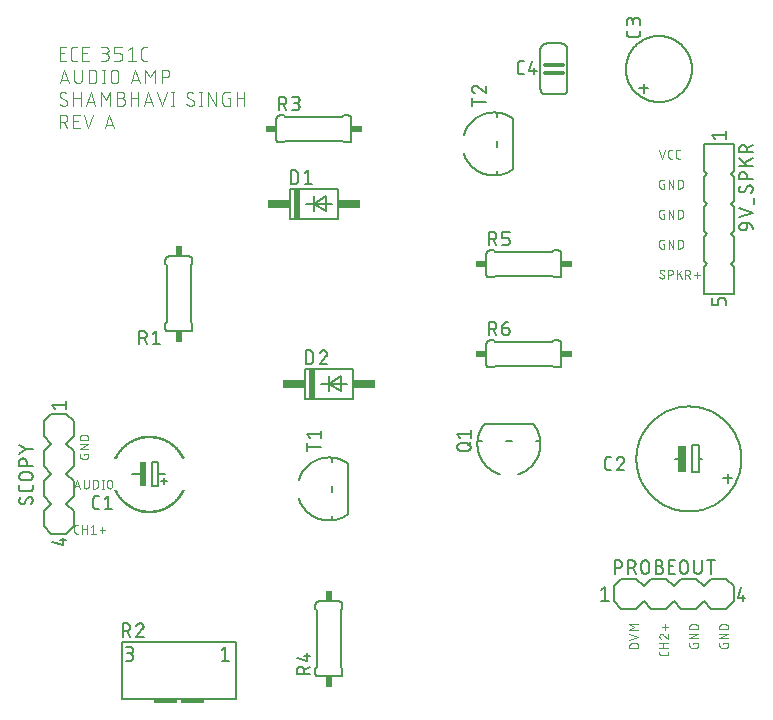
<source format=gbr>
G04 EAGLE Gerber RS-274X export*
G75*
%MOMM*%
%FSLAX34Y34*%
%LPD*%
%INSilkscreen Top*%
%IPPOS*%
%AMOC8*
5,1,8,0,0,1.08239X$1,22.5*%
G01*
%ADD10C,0.076200*%
%ADD11C,0.101600*%
%ADD12C,0.152400*%
%ADD13C,0.127000*%
%ADD14C,0.015238*%
%ADD15R,0.508000X2.032000*%
%ADD16R,0.635000X2.286000*%
%ADD17C,0.304800*%
%ADD18R,0.508000X2.540000*%
%ADD19R,1.905000X0.762000*%
%ADD20R,0.609600X0.863600*%
%ADD21R,0.863600X0.609600*%


D10*
X546481Y490347D02*
X548936Y482981D01*
X551392Y490347D01*
X555819Y482981D02*
X557456Y482981D01*
X555819Y482981D02*
X555741Y482983D01*
X555663Y482988D01*
X555586Y482998D01*
X555509Y483011D01*
X555433Y483027D01*
X555358Y483047D01*
X555284Y483071D01*
X555211Y483098D01*
X555139Y483129D01*
X555069Y483163D01*
X555001Y483200D01*
X554934Y483241D01*
X554869Y483285D01*
X554807Y483331D01*
X554747Y483381D01*
X554689Y483433D01*
X554634Y483488D01*
X554582Y483546D01*
X554532Y483606D01*
X554486Y483668D01*
X554442Y483733D01*
X554401Y483800D01*
X554364Y483868D01*
X554330Y483938D01*
X554299Y484010D01*
X554272Y484083D01*
X554248Y484157D01*
X554228Y484232D01*
X554212Y484308D01*
X554199Y484385D01*
X554189Y484462D01*
X554184Y484540D01*
X554182Y484618D01*
X554182Y488710D01*
X554184Y488790D01*
X554190Y488870D01*
X554200Y488950D01*
X554213Y489029D01*
X554231Y489108D01*
X554252Y489185D01*
X554278Y489261D01*
X554307Y489336D01*
X554339Y489410D01*
X554375Y489482D01*
X554415Y489552D01*
X554458Y489619D01*
X554504Y489685D01*
X554554Y489748D01*
X554606Y489809D01*
X554661Y489868D01*
X554720Y489923D01*
X554780Y489975D01*
X554844Y490025D01*
X554910Y490071D01*
X554977Y490114D01*
X555047Y490154D01*
X555119Y490190D01*
X555193Y490222D01*
X555267Y490251D01*
X555344Y490277D01*
X555421Y490298D01*
X555500Y490316D01*
X555579Y490329D01*
X555659Y490339D01*
X555739Y490345D01*
X555819Y490347D01*
X557456Y490347D01*
X561915Y482981D02*
X563552Y482981D01*
X561915Y482981D02*
X561837Y482983D01*
X561759Y482988D01*
X561682Y482998D01*
X561605Y483011D01*
X561529Y483027D01*
X561454Y483047D01*
X561380Y483071D01*
X561307Y483098D01*
X561235Y483129D01*
X561165Y483163D01*
X561097Y483200D01*
X561030Y483241D01*
X560965Y483285D01*
X560903Y483331D01*
X560843Y483381D01*
X560785Y483433D01*
X560730Y483488D01*
X560678Y483546D01*
X560628Y483606D01*
X560582Y483668D01*
X560538Y483733D01*
X560497Y483800D01*
X560460Y483868D01*
X560426Y483938D01*
X560395Y484010D01*
X560368Y484083D01*
X560344Y484157D01*
X560324Y484232D01*
X560308Y484308D01*
X560295Y484385D01*
X560285Y484462D01*
X560280Y484540D01*
X560278Y484618D01*
X560278Y488710D01*
X560280Y488790D01*
X560286Y488870D01*
X560296Y488950D01*
X560309Y489029D01*
X560327Y489108D01*
X560348Y489185D01*
X560374Y489261D01*
X560403Y489336D01*
X560435Y489410D01*
X560471Y489482D01*
X560511Y489552D01*
X560554Y489619D01*
X560600Y489685D01*
X560650Y489748D01*
X560702Y489809D01*
X560757Y489868D01*
X560816Y489923D01*
X560876Y489975D01*
X560940Y490025D01*
X561006Y490071D01*
X561073Y490114D01*
X561143Y490154D01*
X561215Y490190D01*
X561289Y490222D01*
X561363Y490251D01*
X561440Y490277D01*
X561517Y490298D01*
X561596Y490316D01*
X561675Y490329D01*
X561755Y490339D01*
X561835Y490345D01*
X561915Y490347D01*
X563552Y490347D01*
X550573Y461673D02*
X549346Y461673D01*
X550573Y461673D02*
X550573Y457581D01*
X548118Y457581D01*
X548040Y457583D01*
X547962Y457588D01*
X547885Y457598D01*
X547808Y457611D01*
X547732Y457627D01*
X547657Y457647D01*
X547583Y457671D01*
X547510Y457698D01*
X547438Y457729D01*
X547368Y457763D01*
X547300Y457800D01*
X547233Y457841D01*
X547168Y457885D01*
X547106Y457931D01*
X547046Y457981D01*
X546988Y458033D01*
X546933Y458088D01*
X546881Y458146D01*
X546831Y458206D01*
X546785Y458268D01*
X546741Y458333D01*
X546700Y458400D01*
X546663Y458468D01*
X546629Y458538D01*
X546598Y458610D01*
X546571Y458683D01*
X546547Y458757D01*
X546527Y458832D01*
X546511Y458908D01*
X546498Y458985D01*
X546488Y459062D01*
X546483Y459140D01*
X546481Y459218D01*
X546481Y463310D01*
X546483Y463390D01*
X546489Y463470D01*
X546499Y463550D01*
X546512Y463629D01*
X546530Y463708D01*
X546551Y463785D01*
X546577Y463861D01*
X546606Y463936D01*
X546638Y464010D01*
X546674Y464082D01*
X546714Y464152D01*
X546757Y464219D01*
X546803Y464285D01*
X546853Y464348D01*
X546905Y464409D01*
X546960Y464468D01*
X547019Y464523D01*
X547079Y464575D01*
X547143Y464625D01*
X547209Y464671D01*
X547276Y464714D01*
X547346Y464754D01*
X547418Y464790D01*
X547492Y464822D01*
X547566Y464851D01*
X547643Y464877D01*
X547720Y464898D01*
X547799Y464916D01*
X547878Y464929D01*
X547958Y464939D01*
X548038Y464945D01*
X548118Y464947D01*
X550573Y464947D01*
X554284Y464947D02*
X554284Y457581D01*
X558376Y457581D02*
X554284Y464947D01*
X558376Y464947D02*
X558376Y457581D01*
X562087Y457581D02*
X562087Y464947D01*
X564133Y464947D01*
X564222Y464945D01*
X564311Y464939D01*
X564400Y464929D01*
X564488Y464916D01*
X564576Y464899D01*
X564663Y464877D01*
X564748Y464852D01*
X564833Y464824D01*
X564916Y464791D01*
X564998Y464755D01*
X565078Y464716D01*
X565156Y464673D01*
X565232Y464627D01*
X565307Y464577D01*
X565379Y464524D01*
X565448Y464468D01*
X565515Y464409D01*
X565580Y464348D01*
X565641Y464283D01*
X565700Y464216D01*
X565756Y464147D01*
X565809Y464075D01*
X565859Y464000D01*
X565905Y463924D01*
X565948Y463846D01*
X565987Y463766D01*
X566023Y463684D01*
X566056Y463601D01*
X566084Y463516D01*
X566109Y463431D01*
X566131Y463344D01*
X566148Y463256D01*
X566161Y463168D01*
X566171Y463079D01*
X566177Y462990D01*
X566179Y462901D01*
X566179Y459627D01*
X566177Y459538D01*
X566171Y459449D01*
X566161Y459360D01*
X566148Y459272D01*
X566131Y459184D01*
X566109Y459097D01*
X566084Y459012D01*
X566056Y458927D01*
X566023Y458844D01*
X565987Y458762D01*
X565948Y458682D01*
X565905Y458604D01*
X565859Y458528D01*
X565809Y458453D01*
X565756Y458381D01*
X565700Y458312D01*
X565641Y458245D01*
X565580Y458180D01*
X565515Y458119D01*
X565448Y458060D01*
X565379Y458004D01*
X565307Y457951D01*
X565232Y457901D01*
X565156Y457855D01*
X565078Y457812D01*
X564998Y457773D01*
X564916Y457737D01*
X564833Y457704D01*
X564748Y457676D01*
X564663Y457651D01*
X564576Y457629D01*
X564488Y457612D01*
X564400Y457599D01*
X564311Y457589D01*
X564222Y457583D01*
X564133Y457581D01*
X562087Y457581D01*
X550573Y436273D02*
X549346Y436273D01*
X550573Y436273D02*
X550573Y432181D01*
X548118Y432181D01*
X548040Y432183D01*
X547962Y432188D01*
X547885Y432198D01*
X547808Y432211D01*
X547732Y432227D01*
X547657Y432247D01*
X547583Y432271D01*
X547510Y432298D01*
X547438Y432329D01*
X547368Y432363D01*
X547300Y432400D01*
X547233Y432441D01*
X547168Y432485D01*
X547106Y432531D01*
X547046Y432581D01*
X546988Y432633D01*
X546933Y432688D01*
X546881Y432746D01*
X546831Y432806D01*
X546785Y432868D01*
X546741Y432933D01*
X546700Y433000D01*
X546663Y433068D01*
X546629Y433138D01*
X546598Y433210D01*
X546571Y433283D01*
X546547Y433357D01*
X546527Y433432D01*
X546511Y433508D01*
X546498Y433585D01*
X546488Y433662D01*
X546483Y433740D01*
X546481Y433818D01*
X546481Y437910D01*
X546483Y437990D01*
X546489Y438070D01*
X546499Y438150D01*
X546512Y438229D01*
X546530Y438308D01*
X546551Y438385D01*
X546577Y438461D01*
X546606Y438536D01*
X546638Y438610D01*
X546674Y438682D01*
X546714Y438752D01*
X546757Y438819D01*
X546803Y438885D01*
X546853Y438948D01*
X546905Y439009D01*
X546960Y439068D01*
X547019Y439123D01*
X547079Y439175D01*
X547143Y439225D01*
X547209Y439271D01*
X547276Y439314D01*
X547346Y439354D01*
X547418Y439390D01*
X547492Y439422D01*
X547566Y439451D01*
X547643Y439477D01*
X547720Y439498D01*
X547799Y439516D01*
X547878Y439529D01*
X547958Y439539D01*
X548038Y439545D01*
X548118Y439547D01*
X550573Y439547D01*
X554284Y439547D02*
X554284Y432181D01*
X558376Y432181D02*
X554284Y439547D01*
X558376Y439547D02*
X558376Y432181D01*
X562087Y432181D02*
X562087Y439547D01*
X564133Y439547D01*
X564222Y439545D01*
X564311Y439539D01*
X564400Y439529D01*
X564488Y439516D01*
X564576Y439499D01*
X564663Y439477D01*
X564748Y439452D01*
X564833Y439424D01*
X564916Y439391D01*
X564998Y439355D01*
X565078Y439316D01*
X565156Y439273D01*
X565232Y439227D01*
X565307Y439177D01*
X565379Y439124D01*
X565448Y439068D01*
X565515Y439009D01*
X565580Y438948D01*
X565641Y438883D01*
X565700Y438816D01*
X565756Y438747D01*
X565809Y438675D01*
X565859Y438600D01*
X565905Y438524D01*
X565948Y438446D01*
X565987Y438366D01*
X566023Y438284D01*
X566056Y438201D01*
X566084Y438116D01*
X566109Y438031D01*
X566131Y437944D01*
X566148Y437856D01*
X566161Y437768D01*
X566171Y437679D01*
X566177Y437590D01*
X566179Y437501D01*
X566179Y434227D01*
X566177Y434138D01*
X566171Y434049D01*
X566161Y433960D01*
X566148Y433872D01*
X566131Y433784D01*
X566109Y433697D01*
X566084Y433612D01*
X566056Y433527D01*
X566023Y433444D01*
X565987Y433362D01*
X565948Y433282D01*
X565905Y433204D01*
X565859Y433128D01*
X565809Y433053D01*
X565756Y432981D01*
X565700Y432912D01*
X565641Y432845D01*
X565580Y432780D01*
X565515Y432719D01*
X565448Y432660D01*
X565379Y432604D01*
X565307Y432551D01*
X565232Y432501D01*
X565156Y432455D01*
X565078Y432412D01*
X564998Y432373D01*
X564916Y432337D01*
X564833Y432304D01*
X564748Y432276D01*
X564663Y432251D01*
X564576Y432229D01*
X564488Y432212D01*
X564400Y432199D01*
X564311Y432189D01*
X564222Y432183D01*
X564133Y432181D01*
X562087Y432181D01*
X550573Y410873D02*
X549346Y410873D01*
X550573Y410873D02*
X550573Y406781D01*
X548118Y406781D01*
X548040Y406783D01*
X547962Y406788D01*
X547885Y406798D01*
X547808Y406811D01*
X547732Y406827D01*
X547657Y406847D01*
X547583Y406871D01*
X547510Y406898D01*
X547438Y406929D01*
X547368Y406963D01*
X547300Y407000D01*
X547233Y407041D01*
X547168Y407085D01*
X547106Y407131D01*
X547046Y407181D01*
X546988Y407233D01*
X546933Y407288D01*
X546881Y407346D01*
X546831Y407406D01*
X546785Y407468D01*
X546741Y407533D01*
X546700Y407600D01*
X546663Y407668D01*
X546629Y407738D01*
X546598Y407810D01*
X546571Y407883D01*
X546547Y407957D01*
X546527Y408032D01*
X546511Y408108D01*
X546498Y408185D01*
X546488Y408262D01*
X546483Y408340D01*
X546481Y408418D01*
X546481Y412510D01*
X546483Y412590D01*
X546489Y412670D01*
X546499Y412750D01*
X546512Y412829D01*
X546530Y412908D01*
X546551Y412985D01*
X546577Y413061D01*
X546606Y413136D01*
X546638Y413210D01*
X546674Y413282D01*
X546714Y413352D01*
X546757Y413419D01*
X546803Y413485D01*
X546853Y413548D01*
X546905Y413609D01*
X546960Y413668D01*
X547019Y413723D01*
X547079Y413775D01*
X547143Y413825D01*
X547209Y413871D01*
X547276Y413914D01*
X547346Y413954D01*
X547418Y413990D01*
X547492Y414022D01*
X547566Y414051D01*
X547643Y414077D01*
X547720Y414098D01*
X547799Y414116D01*
X547878Y414129D01*
X547958Y414139D01*
X548038Y414145D01*
X548118Y414147D01*
X550573Y414147D01*
X554284Y414147D02*
X554284Y406781D01*
X558376Y406781D02*
X554284Y414147D01*
X558376Y414147D02*
X558376Y406781D01*
X562087Y406781D02*
X562087Y414147D01*
X564133Y414147D01*
X564222Y414145D01*
X564311Y414139D01*
X564400Y414129D01*
X564488Y414116D01*
X564576Y414099D01*
X564663Y414077D01*
X564748Y414052D01*
X564833Y414024D01*
X564916Y413991D01*
X564998Y413955D01*
X565078Y413916D01*
X565156Y413873D01*
X565232Y413827D01*
X565307Y413777D01*
X565379Y413724D01*
X565448Y413668D01*
X565515Y413609D01*
X565580Y413548D01*
X565641Y413483D01*
X565700Y413416D01*
X565756Y413347D01*
X565809Y413275D01*
X565859Y413200D01*
X565905Y413124D01*
X565948Y413046D01*
X565987Y412966D01*
X566023Y412884D01*
X566056Y412801D01*
X566084Y412716D01*
X566109Y412631D01*
X566131Y412544D01*
X566148Y412456D01*
X566161Y412368D01*
X566171Y412279D01*
X566177Y412190D01*
X566179Y412101D01*
X566179Y408827D01*
X566177Y408738D01*
X566171Y408649D01*
X566161Y408560D01*
X566148Y408472D01*
X566131Y408384D01*
X566109Y408297D01*
X566084Y408212D01*
X566056Y408127D01*
X566023Y408044D01*
X565987Y407962D01*
X565948Y407882D01*
X565905Y407804D01*
X565859Y407728D01*
X565809Y407653D01*
X565756Y407581D01*
X565700Y407512D01*
X565641Y407445D01*
X565580Y407380D01*
X565515Y407319D01*
X565448Y407260D01*
X565379Y407204D01*
X565307Y407151D01*
X565232Y407101D01*
X565156Y407055D01*
X565078Y407012D01*
X564998Y406973D01*
X564916Y406937D01*
X564833Y406904D01*
X564748Y406876D01*
X564663Y406851D01*
X564576Y406829D01*
X564488Y406812D01*
X564400Y406799D01*
X564311Y406789D01*
X564222Y406783D01*
X564133Y406781D01*
X562087Y406781D01*
X575155Y72913D02*
X575155Y71686D01*
X575155Y72913D02*
X579247Y72913D01*
X579247Y70458D01*
X579245Y70380D01*
X579240Y70302D01*
X579230Y70225D01*
X579217Y70148D01*
X579201Y70072D01*
X579181Y69997D01*
X579157Y69923D01*
X579130Y69850D01*
X579099Y69778D01*
X579065Y69708D01*
X579028Y69640D01*
X578987Y69573D01*
X578943Y69508D01*
X578897Y69446D01*
X578847Y69386D01*
X578795Y69328D01*
X578740Y69273D01*
X578682Y69221D01*
X578622Y69171D01*
X578560Y69125D01*
X578495Y69081D01*
X578429Y69040D01*
X578360Y69003D01*
X578290Y68969D01*
X578218Y68938D01*
X578145Y68911D01*
X578071Y68887D01*
X577996Y68867D01*
X577920Y68851D01*
X577843Y68838D01*
X577766Y68828D01*
X577688Y68823D01*
X577610Y68821D01*
X573518Y68821D01*
X573438Y68823D01*
X573358Y68829D01*
X573278Y68839D01*
X573199Y68852D01*
X573120Y68870D01*
X573043Y68891D01*
X572967Y68917D01*
X572892Y68946D01*
X572818Y68978D01*
X572746Y69014D01*
X572676Y69054D01*
X572609Y69097D01*
X572543Y69143D01*
X572480Y69193D01*
X572419Y69245D01*
X572360Y69300D01*
X572305Y69359D01*
X572253Y69419D01*
X572203Y69483D01*
X572157Y69548D01*
X572114Y69616D01*
X572074Y69686D01*
X572038Y69758D01*
X572006Y69832D01*
X571977Y69906D01*
X571952Y69983D01*
X571930Y70060D01*
X571912Y70139D01*
X571899Y70218D01*
X571889Y70297D01*
X571883Y70378D01*
X571881Y70458D01*
X571881Y72913D01*
X571881Y76624D02*
X579247Y76624D01*
X579247Y80716D02*
X571881Y76624D01*
X571881Y80716D02*
X579247Y80716D01*
X579247Y84427D02*
X571881Y84427D01*
X571881Y86473D01*
X571883Y86562D01*
X571889Y86651D01*
X571899Y86740D01*
X571912Y86828D01*
X571929Y86916D01*
X571951Y87003D01*
X571976Y87088D01*
X572004Y87173D01*
X572037Y87256D01*
X572073Y87338D01*
X572112Y87418D01*
X572155Y87496D01*
X572201Y87572D01*
X572251Y87647D01*
X572304Y87719D01*
X572360Y87788D01*
X572419Y87855D01*
X572480Y87920D01*
X572545Y87981D01*
X572612Y88040D01*
X572681Y88096D01*
X572753Y88149D01*
X572828Y88199D01*
X572904Y88245D01*
X572982Y88288D01*
X573062Y88327D01*
X573144Y88363D01*
X573227Y88396D01*
X573312Y88424D01*
X573397Y88449D01*
X573484Y88471D01*
X573572Y88488D01*
X573660Y88501D01*
X573749Y88511D01*
X573838Y88517D01*
X573927Y88519D01*
X577201Y88519D01*
X577290Y88517D01*
X577379Y88511D01*
X577468Y88501D01*
X577556Y88488D01*
X577644Y88471D01*
X577731Y88449D01*
X577816Y88424D01*
X577901Y88396D01*
X577984Y88363D01*
X578066Y88327D01*
X578146Y88288D01*
X578224Y88245D01*
X578300Y88199D01*
X578375Y88149D01*
X578447Y88096D01*
X578516Y88040D01*
X578583Y87981D01*
X578648Y87920D01*
X578709Y87855D01*
X578768Y87788D01*
X578824Y87719D01*
X578877Y87647D01*
X578927Y87572D01*
X578973Y87496D01*
X579016Y87418D01*
X579055Y87338D01*
X579091Y87256D01*
X579124Y87173D01*
X579152Y87088D01*
X579177Y87003D01*
X579199Y86916D01*
X579216Y86828D01*
X579229Y86740D01*
X579239Y86651D01*
X579245Y86562D01*
X579247Y86473D01*
X579247Y84427D01*
X59027Y231846D02*
X59027Y233073D01*
X63119Y233073D01*
X63119Y230618D01*
X63117Y230540D01*
X63112Y230462D01*
X63102Y230385D01*
X63089Y230308D01*
X63073Y230232D01*
X63053Y230157D01*
X63029Y230083D01*
X63002Y230010D01*
X62971Y229938D01*
X62937Y229868D01*
X62900Y229800D01*
X62859Y229733D01*
X62815Y229668D01*
X62769Y229606D01*
X62719Y229546D01*
X62667Y229488D01*
X62612Y229433D01*
X62554Y229381D01*
X62494Y229331D01*
X62432Y229285D01*
X62367Y229241D01*
X62301Y229200D01*
X62232Y229163D01*
X62162Y229129D01*
X62090Y229098D01*
X62017Y229071D01*
X61943Y229047D01*
X61868Y229027D01*
X61792Y229011D01*
X61715Y228998D01*
X61638Y228988D01*
X61560Y228983D01*
X61482Y228981D01*
X57390Y228981D01*
X57310Y228983D01*
X57230Y228989D01*
X57150Y228999D01*
X57071Y229012D01*
X56992Y229030D01*
X56915Y229051D01*
X56839Y229077D01*
X56764Y229106D01*
X56690Y229138D01*
X56618Y229174D01*
X56548Y229214D01*
X56481Y229257D01*
X56415Y229303D01*
X56352Y229353D01*
X56291Y229405D01*
X56232Y229460D01*
X56177Y229519D01*
X56125Y229579D01*
X56075Y229643D01*
X56029Y229708D01*
X55986Y229776D01*
X55946Y229846D01*
X55910Y229918D01*
X55878Y229992D01*
X55849Y230066D01*
X55824Y230143D01*
X55802Y230220D01*
X55784Y230299D01*
X55771Y230378D01*
X55761Y230457D01*
X55755Y230538D01*
X55753Y230618D01*
X55753Y233073D01*
X55753Y236784D02*
X63119Y236784D01*
X63119Y240876D02*
X55753Y236784D01*
X55753Y240876D02*
X63119Y240876D01*
X63119Y244587D02*
X55753Y244587D01*
X55753Y246633D01*
X55755Y246722D01*
X55761Y246811D01*
X55771Y246900D01*
X55784Y246988D01*
X55801Y247076D01*
X55823Y247163D01*
X55848Y247248D01*
X55876Y247333D01*
X55909Y247416D01*
X55945Y247498D01*
X55984Y247578D01*
X56027Y247656D01*
X56073Y247732D01*
X56123Y247807D01*
X56176Y247879D01*
X56232Y247948D01*
X56291Y248015D01*
X56352Y248080D01*
X56417Y248141D01*
X56484Y248200D01*
X56553Y248256D01*
X56625Y248309D01*
X56700Y248359D01*
X56776Y248405D01*
X56854Y248448D01*
X56934Y248487D01*
X57016Y248523D01*
X57099Y248556D01*
X57184Y248584D01*
X57269Y248609D01*
X57356Y248631D01*
X57444Y248648D01*
X57532Y248661D01*
X57621Y248671D01*
X57710Y248677D01*
X57799Y248679D01*
X61073Y248679D01*
X61162Y248677D01*
X61251Y248671D01*
X61340Y248661D01*
X61428Y248648D01*
X61516Y248631D01*
X61603Y248609D01*
X61688Y248584D01*
X61773Y248556D01*
X61856Y248523D01*
X61938Y248487D01*
X62018Y248448D01*
X62096Y248405D01*
X62172Y248359D01*
X62247Y248309D01*
X62319Y248256D01*
X62388Y248200D01*
X62455Y248141D01*
X62520Y248080D01*
X62581Y248015D01*
X62640Y247948D01*
X62696Y247879D01*
X62749Y247807D01*
X62799Y247732D01*
X62845Y247656D01*
X62888Y247578D01*
X62927Y247498D01*
X62963Y247416D01*
X62996Y247333D01*
X63024Y247248D01*
X63049Y247163D01*
X63071Y247076D01*
X63088Y246988D01*
X63101Y246900D01*
X63111Y246811D01*
X63117Y246722D01*
X63119Y246633D01*
X63119Y244587D01*
X53636Y210947D02*
X51181Y203581D01*
X56092Y203581D02*
X53636Y210947D01*
X51795Y205423D02*
X55478Y205423D01*
X59149Y205627D02*
X59149Y210947D01*
X59149Y205627D02*
X59151Y205538D01*
X59157Y205449D01*
X59167Y205360D01*
X59180Y205272D01*
X59197Y205184D01*
X59219Y205097D01*
X59244Y205012D01*
X59272Y204927D01*
X59305Y204844D01*
X59341Y204762D01*
X59380Y204682D01*
X59423Y204604D01*
X59469Y204528D01*
X59519Y204453D01*
X59572Y204381D01*
X59628Y204312D01*
X59687Y204245D01*
X59748Y204180D01*
X59813Y204119D01*
X59880Y204060D01*
X59949Y204004D01*
X60021Y203951D01*
X60096Y203901D01*
X60172Y203855D01*
X60250Y203812D01*
X60330Y203773D01*
X60412Y203737D01*
X60495Y203704D01*
X60580Y203676D01*
X60665Y203651D01*
X60752Y203629D01*
X60840Y203612D01*
X60928Y203599D01*
X61017Y203589D01*
X61106Y203583D01*
X61195Y203581D01*
X61284Y203583D01*
X61373Y203589D01*
X61462Y203599D01*
X61550Y203612D01*
X61638Y203629D01*
X61725Y203651D01*
X61810Y203676D01*
X61895Y203704D01*
X61978Y203737D01*
X62060Y203773D01*
X62140Y203812D01*
X62218Y203855D01*
X62294Y203901D01*
X62369Y203951D01*
X62441Y204004D01*
X62510Y204060D01*
X62577Y204119D01*
X62642Y204180D01*
X62703Y204245D01*
X62762Y204312D01*
X62818Y204381D01*
X62871Y204453D01*
X62921Y204528D01*
X62967Y204604D01*
X63010Y204682D01*
X63049Y204762D01*
X63085Y204844D01*
X63118Y204927D01*
X63146Y205012D01*
X63171Y205097D01*
X63193Y205184D01*
X63210Y205272D01*
X63223Y205360D01*
X63233Y205449D01*
X63239Y205538D01*
X63241Y205627D01*
X63241Y210947D01*
X66952Y210947D02*
X66952Y203581D01*
X66952Y210947D02*
X68998Y210947D01*
X69087Y210945D01*
X69176Y210939D01*
X69265Y210929D01*
X69353Y210916D01*
X69441Y210899D01*
X69528Y210877D01*
X69613Y210852D01*
X69698Y210824D01*
X69781Y210791D01*
X69863Y210755D01*
X69943Y210716D01*
X70021Y210673D01*
X70097Y210627D01*
X70172Y210577D01*
X70244Y210524D01*
X70313Y210468D01*
X70380Y210409D01*
X70445Y210348D01*
X70506Y210283D01*
X70565Y210216D01*
X70621Y210147D01*
X70674Y210075D01*
X70724Y210000D01*
X70770Y209924D01*
X70813Y209846D01*
X70852Y209766D01*
X70888Y209684D01*
X70921Y209601D01*
X70949Y209516D01*
X70974Y209431D01*
X70996Y209344D01*
X71013Y209256D01*
X71026Y209168D01*
X71036Y209079D01*
X71042Y208990D01*
X71044Y208901D01*
X71044Y205627D01*
X71042Y205538D01*
X71036Y205449D01*
X71026Y205360D01*
X71013Y205272D01*
X70996Y205184D01*
X70974Y205097D01*
X70949Y205012D01*
X70921Y204927D01*
X70888Y204844D01*
X70852Y204762D01*
X70813Y204682D01*
X70770Y204604D01*
X70724Y204528D01*
X70674Y204453D01*
X70621Y204381D01*
X70565Y204312D01*
X70506Y204245D01*
X70445Y204180D01*
X70380Y204119D01*
X70313Y204060D01*
X70244Y204004D01*
X70172Y203951D01*
X70097Y203901D01*
X70021Y203855D01*
X69943Y203812D01*
X69863Y203773D01*
X69781Y203737D01*
X69698Y203704D01*
X69613Y203676D01*
X69528Y203651D01*
X69441Y203629D01*
X69353Y203612D01*
X69265Y203599D01*
X69176Y203589D01*
X69087Y203583D01*
X68998Y203581D01*
X66952Y203581D01*
X75094Y203581D02*
X75094Y210947D01*
X74276Y203581D02*
X75913Y203581D01*
X75913Y210947D02*
X74276Y210947D01*
X78900Y208901D02*
X78900Y205627D01*
X78900Y208901D02*
X78902Y208990D01*
X78908Y209079D01*
X78918Y209168D01*
X78931Y209256D01*
X78948Y209344D01*
X78970Y209431D01*
X78995Y209516D01*
X79023Y209601D01*
X79056Y209684D01*
X79092Y209766D01*
X79131Y209846D01*
X79174Y209924D01*
X79220Y210000D01*
X79270Y210075D01*
X79323Y210147D01*
X79379Y210216D01*
X79438Y210283D01*
X79499Y210348D01*
X79564Y210409D01*
X79631Y210468D01*
X79700Y210524D01*
X79772Y210577D01*
X79847Y210627D01*
X79923Y210673D01*
X80001Y210716D01*
X80081Y210755D01*
X80163Y210791D01*
X80246Y210824D01*
X80331Y210852D01*
X80416Y210877D01*
X80503Y210899D01*
X80591Y210916D01*
X80679Y210929D01*
X80768Y210939D01*
X80857Y210945D01*
X80946Y210947D01*
X81035Y210945D01*
X81124Y210939D01*
X81213Y210929D01*
X81301Y210916D01*
X81389Y210899D01*
X81476Y210877D01*
X81561Y210852D01*
X81646Y210824D01*
X81729Y210791D01*
X81811Y210755D01*
X81891Y210716D01*
X81969Y210673D01*
X82045Y210627D01*
X82120Y210577D01*
X82192Y210524D01*
X82261Y210468D01*
X82328Y210409D01*
X82393Y210348D01*
X82454Y210283D01*
X82513Y210216D01*
X82569Y210147D01*
X82622Y210075D01*
X82672Y210000D01*
X82718Y209924D01*
X82761Y209846D01*
X82800Y209766D01*
X82836Y209684D01*
X82869Y209601D01*
X82897Y209516D01*
X82922Y209431D01*
X82944Y209344D01*
X82961Y209256D01*
X82974Y209168D01*
X82984Y209079D01*
X82990Y208990D01*
X82992Y208901D01*
X82992Y205627D01*
X82990Y205538D01*
X82984Y205449D01*
X82974Y205360D01*
X82961Y205272D01*
X82944Y205184D01*
X82922Y205097D01*
X82897Y205012D01*
X82869Y204927D01*
X82836Y204844D01*
X82800Y204762D01*
X82761Y204682D01*
X82718Y204604D01*
X82672Y204528D01*
X82622Y204453D01*
X82569Y204381D01*
X82513Y204312D01*
X82454Y204245D01*
X82393Y204180D01*
X82328Y204119D01*
X82261Y204060D01*
X82192Y204004D01*
X82120Y203951D01*
X82045Y203901D01*
X81969Y203855D01*
X81891Y203812D01*
X81811Y203773D01*
X81729Y203737D01*
X81646Y203704D01*
X81561Y203676D01*
X81476Y203651D01*
X81389Y203629D01*
X81301Y203612D01*
X81213Y203599D01*
X81124Y203589D01*
X81035Y203583D01*
X80946Y203581D01*
X80857Y203583D01*
X80768Y203589D01*
X80679Y203599D01*
X80591Y203612D01*
X80503Y203629D01*
X80416Y203651D01*
X80331Y203676D01*
X80246Y203704D01*
X80163Y203737D01*
X80081Y203773D01*
X80001Y203812D01*
X79923Y203855D01*
X79847Y203901D01*
X79772Y203951D01*
X79700Y204004D01*
X79631Y204060D01*
X79564Y204119D01*
X79499Y204180D01*
X79438Y204245D01*
X79379Y204312D01*
X79323Y204381D01*
X79270Y204453D01*
X79220Y204528D01*
X79174Y204604D01*
X79131Y204682D01*
X79092Y204762D01*
X79056Y204844D01*
X79023Y204927D01*
X78995Y205012D01*
X78970Y205097D01*
X78948Y205184D01*
X78931Y205272D01*
X78918Y205360D01*
X78908Y205449D01*
X78902Y205538D01*
X78900Y205627D01*
X54455Y165481D02*
X52818Y165481D01*
X52740Y165483D01*
X52662Y165488D01*
X52585Y165498D01*
X52508Y165511D01*
X52432Y165527D01*
X52357Y165547D01*
X52283Y165571D01*
X52210Y165598D01*
X52138Y165629D01*
X52068Y165663D01*
X52000Y165700D01*
X51933Y165741D01*
X51868Y165785D01*
X51806Y165831D01*
X51746Y165881D01*
X51688Y165933D01*
X51633Y165988D01*
X51581Y166046D01*
X51531Y166106D01*
X51485Y166168D01*
X51441Y166233D01*
X51400Y166300D01*
X51363Y166368D01*
X51329Y166438D01*
X51298Y166510D01*
X51271Y166583D01*
X51247Y166657D01*
X51227Y166732D01*
X51211Y166808D01*
X51198Y166885D01*
X51188Y166962D01*
X51183Y167040D01*
X51181Y167118D01*
X51181Y171210D01*
X51183Y171290D01*
X51189Y171370D01*
X51199Y171450D01*
X51212Y171529D01*
X51230Y171608D01*
X51251Y171685D01*
X51277Y171761D01*
X51306Y171836D01*
X51338Y171910D01*
X51374Y171982D01*
X51414Y172052D01*
X51457Y172119D01*
X51503Y172185D01*
X51553Y172248D01*
X51605Y172309D01*
X51660Y172368D01*
X51719Y172423D01*
X51779Y172475D01*
X51843Y172525D01*
X51909Y172571D01*
X51976Y172614D01*
X52046Y172654D01*
X52118Y172690D01*
X52192Y172722D01*
X52266Y172751D01*
X52343Y172777D01*
X52420Y172798D01*
X52499Y172816D01*
X52578Y172829D01*
X52658Y172839D01*
X52738Y172845D01*
X52818Y172847D01*
X54455Y172847D01*
X57544Y172847D02*
X57544Y165481D01*
X57544Y169573D02*
X61636Y169573D01*
X61636Y172847D02*
X61636Y165481D01*
X65103Y171210D02*
X67149Y172847D01*
X67149Y165481D01*
X65103Y165481D02*
X69195Y165481D01*
X72497Y168346D02*
X77407Y168346D01*
X74952Y170801D02*
X74952Y165890D01*
X521081Y68412D02*
X528447Y68412D01*
X521081Y68412D02*
X521081Y70458D01*
X521083Y70547D01*
X521089Y70636D01*
X521099Y70725D01*
X521112Y70813D01*
X521129Y70901D01*
X521151Y70988D01*
X521176Y71073D01*
X521204Y71158D01*
X521237Y71241D01*
X521273Y71323D01*
X521312Y71403D01*
X521355Y71481D01*
X521401Y71557D01*
X521451Y71632D01*
X521504Y71704D01*
X521560Y71773D01*
X521619Y71840D01*
X521680Y71905D01*
X521745Y71966D01*
X521812Y72025D01*
X521881Y72081D01*
X521953Y72134D01*
X522028Y72184D01*
X522104Y72230D01*
X522182Y72273D01*
X522262Y72312D01*
X522344Y72348D01*
X522427Y72381D01*
X522512Y72409D01*
X522597Y72434D01*
X522684Y72456D01*
X522772Y72473D01*
X522860Y72486D01*
X522949Y72496D01*
X523038Y72502D01*
X523127Y72504D01*
X526401Y72504D01*
X526490Y72502D01*
X526579Y72496D01*
X526668Y72486D01*
X526756Y72473D01*
X526844Y72456D01*
X526931Y72434D01*
X527016Y72409D01*
X527101Y72381D01*
X527184Y72348D01*
X527266Y72312D01*
X527346Y72273D01*
X527424Y72230D01*
X527500Y72184D01*
X527575Y72134D01*
X527647Y72081D01*
X527716Y72025D01*
X527783Y71966D01*
X527848Y71905D01*
X527909Y71840D01*
X527968Y71773D01*
X528024Y71704D01*
X528077Y71632D01*
X528127Y71557D01*
X528173Y71481D01*
X528216Y71403D01*
X528255Y71323D01*
X528291Y71241D01*
X528324Y71158D01*
X528352Y71073D01*
X528377Y70988D01*
X528399Y70901D01*
X528416Y70813D01*
X528429Y70725D01*
X528439Y70636D01*
X528445Y70547D01*
X528447Y70458D01*
X528447Y68412D01*
X528447Y78017D02*
X521081Y75562D01*
X521081Y80472D02*
X528447Y78017D01*
X528447Y83608D02*
X521081Y83608D01*
X525173Y86064D01*
X521081Y88519D01*
X528447Y88519D01*
X553847Y65567D02*
X553847Y63930D01*
X553845Y63852D01*
X553840Y63774D01*
X553830Y63697D01*
X553817Y63620D01*
X553801Y63544D01*
X553781Y63469D01*
X553757Y63395D01*
X553730Y63322D01*
X553699Y63250D01*
X553665Y63180D01*
X553628Y63112D01*
X553587Y63045D01*
X553543Y62980D01*
X553497Y62918D01*
X553447Y62858D01*
X553395Y62800D01*
X553340Y62745D01*
X553282Y62693D01*
X553222Y62643D01*
X553160Y62597D01*
X553095Y62553D01*
X553029Y62512D01*
X552960Y62475D01*
X552890Y62441D01*
X552818Y62410D01*
X552745Y62383D01*
X552671Y62359D01*
X552596Y62339D01*
X552520Y62323D01*
X552443Y62310D01*
X552366Y62300D01*
X552288Y62295D01*
X552210Y62293D01*
X548118Y62293D01*
X548038Y62295D01*
X547958Y62301D01*
X547878Y62311D01*
X547799Y62324D01*
X547720Y62342D01*
X547643Y62363D01*
X547567Y62389D01*
X547492Y62418D01*
X547418Y62450D01*
X547346Y62486D01*
X547276Y62526D01*
X547209Y62569D01*
X547143Y62615D01*
X547080Y62665D01*
X547019Y62717D01*
X546960Y62772D01*
X546905Y62831D01*
X546853Y62891D01*
X546803Y62955D01*
X546757Y63020D01*
X546714Y63088D01*
X546674Y63158D01*
X546638Y63230D01*
X546606Y63304D01*
X546577Y63378D01*
X546552Y63455D01*
X546530Y63532D01*
X546512Y63611D01*
X546499Y63690D01*
X546489Y63769D01*
X546483Y63850D01*
X546481Y63930D01*
X546481Y65567D01*
X546481Y68656D02*
X553847Y68656D01*
X549755Y68656D02*
X549755Y72748D01*
X546481Y72748D02*
X553847Y72748D01*
X546481Y78465D02*
X546483Y78550D01*
X546489Y78635D01*
X546499Y78719D01*
X546512Y78803D01*
X546530Y78887D01*
X546551Y78969D01*
X546576Y79050D01*
X546605Y79130D01*
X546638Y79209D01*
X546674Y79286D01*
X546714Y79361D01*
X546757Y79435D01*
X546803Y79506D01*
X546853Y79575D01*
X546906Y79642D01*
X546962Y79706D01*
X547021Y79767D01*
X547082Y79826D01*
X547146Y79882D01*
X547213Y79935D01*
X547282Y79985D01*
X547353Y80031D01*
X547427Y80074D01*
X547502Y80114D01*
X547579Y80150D01*
X547658Y80183D01*
X547738Y80212D01*
X547819Y80237D01*
X547901Y80258D01*
X547985Y80276D01*
X548069Y80289D01*
X548153Y80299D01*
X548238Y80305D01*
X548323Y80307D01*
X546481Y78465D02*
X546483Y78369D01*
X546489Y78273D01*
X546499Y78178D01*
X546512Y78083D01*
X546530Y77988D01*
X546551Y77895D01*
X546576Y77802D01*
X546605Y77711D01*
X546637Y77620D01*
X546673Y77531D01*
X546713Y77444D01*
X546756Y77358D01*
X546802Y77274D01*
X546852Y77192D01*
X546906Y77112D01*
X546962Y77035D01*
X547022Y76960D01*
X547084Y76887D01*
X547150Y76817D01*
X547218Y76749D01*
X547289Y76684D01*
X547362Y76623D01*
X547438Y76564D01*
X547517Y76508D01*
X547597Y76456D01*
X547680Y76407D01*
X547764Y76361D01*
X547850Y76319D01*
X547938Y76281D01*
X548027Y76246D01*
X548118Y76214D01*
X549755Y79693D02*
X549696Y79753D01*
X549634Y79810D01*
X549570Y79865D01*
X549503Y79916D01*
X549434Y79965D01*
X549364Y80011D01*
X549291Y80054D01*
X549217Y80094D01*
X549141Y80130D01*
X549063Y80163D01*
X548984Y80193D01*
X548904Y80220D01*
X548823Y80243D01*
X548741Y80262D01*
X548659Y80278D01*
X548575Y80291D01*
X548491Y80300D01*
X548407Y80305D01*
X548323Y80307D01*
X549755Y79693D02*
X553847Y76215D01*
X553847Y80307D01*
X550982Y83608D02*
X550982Y88519D01*
X548527Y86064D02*
X553438Y86064D01*
X548936Y381381D02*
X549014Y381383D01*
X549092Y381388D01*
X549169Y381398D01*
X549246Y381411D01*
X549322Y381427D01*
X549397Y381447D01*
X549471Y381471D01*
X549544Y381498D01*
X549616Y381529D01*
X549686Y381563D01*
X549755Y381600D01*
X549821Y381641D01*
X549886Y381685D01*
X549948Y381731D01*
X550008Y381781D01*
X550066Y381833D01*
X550121Y381888D01*
X550173Y381946D01*
X550223Y382006D01*
X550269Y382068D01*
X550313Y382133D01*
X550354Y382200D01*
X550391Y382268D01*
X550425Y382338D01*
X550456Y382410D01*
X550483Y382483D01*
X550507Y382557D01*
X550527Y382632D01*
X550543Y382708D01*
X550556Y382785D01*
X550566Y382862D01*
X550571Y382940D01*
X550573Y383018D01*
X548936Y381381D02*
X548822Y381383D01*
X548709Y381388D01*
X548595Y381398D01*
X548482Y381411D01*
X548370Y381428D01*
X548258Y381448D01*
X548147Y381472D01*
X548036Y381500D01*
X547927Y381531D01*
X547819Y381566D01*
X547712Y381605D01*
X547606Y381647D01*
X547502Y381692D01*
X547399Y381741D01*
X547298Y381794D01*
X547199Y381849D01*
X547101Y381908D01*
X547006Y381970D01*
X546913Y382035D01*
X546821Y382103D01*
X546733Y382174D01*
X546646Y382248D01*
X546562Y382325D01*
X546481Y382404D01*
X546685Y387110D02*
X546687Y387188D01*
X546692Y387266D01*
X546702Y387343D01*
X546715Y387420D01*
X546731Y387496D01*
X546751Y387571D01*
X546775Y387645D01*
X546802Y387718D01*
X546833Y387790D01*
X546867Y387860D01*
X546904Y387929D01*
X546945Y387995D01*
X546989Y388060D01*
X547035Y388122D01*
X547085Y388182D01*
X547137Y388240D01*
X547192Y388295D01*
X547250Y388347D01*
X547310Y388397D01*
X547372Y388443D01*
X547437Y388487D01*
X547504Y388528D01*
X547572Y388565D01*
X547642Y388599D01*
X547714Y388630D01*
X547787Y388657D01*
X547861Y388681D01*
X547936Y388701D01*
X548012Y388717D01*
X548089Y388730D01*
X548166Y388740D01*
X548244Y388745D01*
X548322Y388747D01*
X548432Y388745D01*
X548541Y388739D01*
X548651Y388729D01*
X548759Y388716D01*
X548868Y388698D01*
X548975Y388677D01*
X549082Y388651D01*
X549188Y388622D01*
X549293Y388590D01*
X549396Y388553D01*
X549498Y388513D01*
X549599Y388469D01*
X549698Y388421D01*
X549795Y388371D01*
X549890Y388316D01*
X549983Y388258D01*
X550074Y388197D01*
X550163Y388133D01*
X547504Y385677D02*
X547437Y385719D01*
X547372Y385763D01*
X547310Y385811D01*
X547250Y385861D01*
X547192Y385914D01*
X547137Y385970D01*
X547085Y386029D01*
X547035Y386089D01*
X546988Y386153D01*
X546945Y386218D01*
X546904Y386285D01*
X546867Y386354D01*
X546833Y386425D01*
X546802Y386497D01*
X546775Y386571D01*
X546751Y386645D01*
X546731Y386721D01*
X546715Y386798D01*
X546702Y386875D01*
X546692Y386953D01*
X546687Y387032D01*
X546685Y387110D01*
X549755Y384450D02*
X549821Y384408D01*
X549886Y384364D01*
X549948Y384317D01*
X550008Y384266D01*
X550066Y384213D01*
X550121Y384157D01*
X550174Y384099D01*
X550223Y384038D01*
X550270Y383975D01*
X550313Y383910D01*
X550354Y383843D01*
X550391Y383774D01*
X550425Y383703D01*
X550456Y383631D01*
X550483Y383557D01*
X550507Y383482D01*
X550527Y383407D01*
X550543Y383330D01*
X550556Y383253D01*
X550566Y383175D01*
X550571Y383096D01*
X550573Y383018D01*
X549755Y384450D02*
X547504Y385678D01*
X553914Y388747D02*
X553914Y381381D01*
X553914Y388747D02*
X555960Y388747D01*
X556049Y388745D01*
X556138Y388739D01*
X556227Y388729D01*
X556315Y388716D01*
X556403Y388699D01*
X556490Y388677D01*
X556575Y388652D01*
X556660Y388624D01*
X556743Y388591D01*
X556825Y388555D01*
X556905Y388516D01*
X556983Y388473D01*
X557059Y388427D01*
X557134Y388377D01*
X557206Y388324D01*
X557275Y388268D01*
X557342Y388209D01*
X557407Y388148D01*
X557468Y388083D01*
X557527Y388016D01*
X557583Y387947D01*
X557636Y387875D01*
X557686Y387800D01*
X557732Y387724D01*
X557775Y387646D01*
X557814Y387566D01*
X557850Y387484D01*
X557883Y387401D01*
X557911Y387316D01*
X557936Y387231D01*
X557958Y387144D01*
X557975Y387056D01*
X557988Y386968D01*
X557998Y386879D01*
X558004Y386790D01*
X558006Y386701D01*
X558004Y386612D01*
X557998Y386523D01*
X557988Y386434D01*
X557975Y386346D01*
X557958Y386258D01*
X557936Y386171D01*
X557911Y386086D01*
X557883Y386001D01*
X557850Y385918D01*
X557814Y385836D01*
X557775Y385756D01*
X557732Y385678D01*
X557686Y385602D01*
X557636Y385527D01*
X557583Y385455D01*
X557527Y385386D01*
X557468Y385319D01*
X557407Y385254D01*
X557342Y385193D01*
X557275Y385134D01*
X557206Y385078D01*
X557134Y385025D01*
X557059Y384975D01*
X556983Y384929D01*
X556905Y384886D01*
X556825Y384847D01*
X556743Y384811D01*
X556660Y384778D01*
X556575Y384750D01*
X556490Y384725D01*
X556403Y384703D01*
X556315Y384686D01*
X556227Y384673D01*
X556138Y384663D01*
X556049Y384657D01*
X555960Y384655D01*
X553914Y384655D01*
X561229Y381381D02*
X561229Y388747D01*
X565321Y388747D02*
X561229Y384246D01*
X562866Y385882D02*
X565321Y381381D01*
X568478Y381381D02*
X568478Y388747D01*
X570524Y388747D01*
X570613Y388745D01*
X570702Y388739D01*
X570791Y388729D01*
X570879Y388716D01*
X570967Y388699D01*
X571054Y388677D01*
X571139Y388652D01*
X571224Y388624D01*
X571307Y388591D01*
X571389Y388555D01*
X571469Y388516D01*
X571547Y388473D01*
X571623Y388427D01*
X571698Y388377D01*
X571770Y388324D01*
X571839Y388268D01*
X571906Y388209D01*
X571971Y388148D01*
X572032Y388083D01*
X572091Y388016D01*
X572147Y387947D01*
X572200Y387875D01*
X572250Y387800D01*
X572296Y387724D01*
X572339Y387646D01*
X572378Y387566D01*
X572414Y387484D01*
X572447Y387401D01*
X572475Y387316D01*
X572500Y387231D01*
X572522Y387144D01*
X572539Y387056D01*
X572552Y386968D01*
X572562Y386879D01*
X572568Y386790D01*
X572570Y386701D01*
X572568Y386612D01*
X572562Y386523D01*
X572552Y386434D01*
X572539Y386346D01*
X572522Y386258D01*
X572500Y386171D01*
X572475Y386086D01*
X572447Y386001D01*
X572414Y385918D01*
X572378Y385836D01*
X572339Y385756D01*
X572296Y385678D01*
X572250Y385602D01*
X572200Y385527D01*
X572147Y385455D01*
X572091Y385386D01*
X572032Y385319D01*
X571971Y385254D01*
X571906Y385193D01*
X571839Y385134D01*
X571770Y385078D01*
X571698Y385025D01*
X571623Y384975D01*
X571547Y384929D01*
X571469Y384886D01*
X571389Y384847D01*
X571307Y384811D01*
X571224Y384778D01*
X571139Y384750D01*
X571054Y384725D01*
X570967Y384703D01*
X570879Y384686D01*
X570791Y384673D01*
X570702Y384663D01*
X570613Y384657D01*
X570524Y384655D01*
X568478Y384655D01*
X570933Y384655D02*
X572570Y381381D01*
X575820Y384246D02*
X580731Y384246D01*
X578276Y386701D02*
X578276Y381790D01*
X600555Y72913D02*
X600555Y71686D01*
X600555Y72913D02*
X604647Y72913D01*
X604647Y70458D01*
X604645Y70380D01*
X604640Y70302D01*
X604630Y70225D01*
X604617Y70148D01*
X604601Y70072D01*
X604581Y69997D01*
X604557Y69923D01*
X604530Y69850D01*
X604499Y69778D01*
X604465Y69708D01*
X604428Y69640D01*
X604387Y69573D01*
X604343Y69508D01*
X604297Y69446D01*
X604247Y69386D01*
X604195Y69328D01*
X604140Y69273D01*
X604082Y69221D01*
X604022Y69171D01*
X603960Y69125D01*
X603895Y69081D01*
X603829Y69040D01*
X603760Y69003D01*
X603690Y68969D01*
X603618Y68938D01*
X603545Y68911D01*
X603471Y68887D01*
X603396Y68867D01*
X603320Y68851D01*
X603243Y68838D01*
X603166Y68828D01*
X603088Y68823D01*
X603010Y68821D01*
X598918Y68821D01*
X598838Y68823D01*
X598758Y68829D01*
X598678Y68839D01*
X598599Y68852D01*
X598520Y68870D01*
X598443Y68891D01*
X598367Y68917D01*
X598292Y68946D01*
X598218Y68978D01*
X598146Y69014D01*
X598076Y69054D01*
X598009Y69097D01*
X597943Y69143D01*
X597880Y69193D01*
X597819Y69245D01*
X597760Y69300D01*
X597705Y69359D01*
X597653Y69419D01*
X597603Y69483D01*
X597557Y69548D01*
X597514Y69616D01*
X597474Y69686D01*
X597438Y69758D01*
X597406Y69832D01*
X597377Y69906D01*
X597352Y69983D01*
X597330Y70060D01*
X597312Y70139D01*
X597299Y70218D01*
X597289Y70297D01*
X597283Y70378D01*
X597281Y70458D01*
X597281Y72913D01*
X597281Y76624D02*
X604647Y76624D01*
X604647Y80716D02*
X597281Y76624D01*
X597281Y80716D02*
X604647Y80716D01*
X604647Y84427D02*
X597281Y84427D01*
X597281Y86473D01*
X597283Y86562D01*
X597289Y86651D01*
X597299Y86740D01*
X597312Y86828D01*
X597329Y86916D01*
X597351Y87003D01*
X597376Y87088D01*
X597404Y87173D01*
X597437Y87256D01*
X597473Y87338D01*
X597512Y87418D01*
X597555Y87496D01*
X597601Y87572D01*
X597651Y87647D01*
X597704Y87719D01*
X597760Y87788D01*
X597819Y87855D01*
X597880Y87920D01*
X597945Y87981D01*
X598012Y88040D01*
X598081Y88096D01*
X598153Y88149D01*
X598228Y88199D01*
X598304Y88245D01*
X598382Y88288D01*
X598462Y88327D01*
X598544Y88363D01*
X598627Y88396D01*
X598712Y88424D01*
X598797Y88449D01*
X598884Y88471D01*
X598972Y88488D01*
X599060Y88501D01*
X599149Y88511D01*
X599238Y88517D01*
X599327Y88519D01*
X602601Y88519D01*
X602690Y88517D01*
X602779Y88511D01*
X602868Y88501D01*
X602956Y88488D01*
X603044Y88471D01*
X603131Y88449D01*
X603216Y88424D01*
X603301Y88396D01*
X603384Y88363D01*
X603466Y88327D01*
X603546Y88288D01*
X603624Y88245D01*
X603700Y88199D01*
X603775Y88149D01*
X603847Y88096D01*
X603916Y88040D01*
X603983Y87981D01*
X604048Y87920D01*
X604109Y87855D01*
X604168Y87788D01*
X604224Y87719D01*
X604277Y87647D01*
X604327Y87572D01*
X604373Y87496D01*
X604416Y87418D01*
X604455Y87338D01*
X604491Y87256D01*
X604524Y87173D01*
X604552Y87088D01*
X604577Y87003D01*
X604599Y86916D01*
X604616Y86828D01*
X604629Y86740D01*
X604639Y86651D01*
X604645Y86562D01*
X604647Y86473D01*
X604647Y84427D01*
D11*
X43801Y565658D02*
X38608Y565658D01*
X38608Y577342D01*
X43801Y577342D01*
X42503Y572149D02*
X38608Y572149D01*
X50674Y565658D02*
X53270Y565658D01*
X50674Y565658D02*
X50575Y565660D01*
X50475Y565666D01*
X50376Y565675D01*
X50278Y565688D01*
X50180Y565705D01*
X50082Y565726D01*
X49986Y565751D01*
X49891Y565779D01*
X49797Y565811D01*
X49704Y565846D01*
X49612Y565885D01*
X49522Y565928D01*
X49434Y565973D01*
X49347Y566023D01*
X49263Y566075D01*
X49180Y566131D01*
X49100Y566189D01*
X49022Y566251D01*
X48947Y566316D01*
X48874Y566384D01*
X48804Y566454D01*
X48736Y566527D01*
X48671Y566602D01*
X48609Y566680D01*
X48551Y566760D01*
X48495Y566843D01*
X48443Y566927D01*
X48393Y567014D01*
X48348Y567102D01*
X48305Y567192D01*
X48266Y567284D01*
X48231Y567377D01*
X48199Y567471D01*
X48171Y567566D01*
X48146Y567662D01*
X48125Y567760D01*
X48108Y567858D01*
X48095Y567956D01*
X48086Y568055D01*
X48080Y568155D01*
X48078Y568254D01*
X48077Y568254D02*
X48077Y574746D01*
X48078Y574746D02*
X48080Y574845D01*
X48086Y574945D01*
X48095Y575044D01*
X48108Y575142D01*
X48125Y575240D01*
X48146Y575338D01*
X48171Y575434D01*
X48199Y575529D01*
X48231Y575623D01*
X48266Y575716D01*
X48305Y575808D01*
X48348Y575898D01*
X48393Y575986D01*
X48443Y576073D01*
X48495Y576157D01*
X48551Y576240D01*
X48609Y576320D01*
X48671Y576398D01*
X48736Y576473D01*
X48804Y576546D01*
X48874Y576616D01*
X48947Y576684D01*
X49022Y576749D01*
X49100Y576811D01*
X49180Y576869D01*
X49263Y576925D01*
X49347Y576977D01*
X49434Y577027D01*
X49522Y577072D01*
X49612Y577115D01*
X49704Y577154D01*
X49796Y577189D01*
X49891Y577221D01*
X49986Y577249D01*
X50082Y577274D01*
X50180Y577295D01*
X50278Y577312D01*
X50376Y577325D01*
X50475Y577334D01*
X50575Y577340D01*
X50674Y577342D01*
X53270Y577342D01*
X58039Y565658D02*
X63232Y565658D01*
X58039Y565658D02*
X58039Y577342D01*
X63232Y577342D01*
X61934Y572149D02*
X58039Y572149D01*
X73637Y565658D02*
X76883Y565658D01*
X76996Y565660D01*
X77109Y565666D01*
X77222Y565676D01*
X77335Y565690D01*
X77447Y565707D01*
X77558Y565729D01*
X77668Y565754D01*
X77778Y565784D01*
X77886Y565817D01*
X77993Y565854D01*
X78099Y565894D01*
X78203Y565939D01*
X78306Y565987D01*
X78407Y566038D01*
X78506Y566093D01*
X78603Y566151D01*
X78698Y566213D01*
X78791Y566278D01*
X78881Y566346D01*
X78969Y566417D01*
X79055Y566492D01*
X79138Y566569D01*
X79218Y566649D01*
X79295Y566732D01*
X79370Y566818D01*
X79441Y566906D01*
X79509Y566996D01*
X79574Y567089D01*
X79636Y567184D01*
X79694Y567281D01*
X79749Y567380D01*
X79800Y567481D01*
X79848Y567584D01*
X79893Y567688D01*
X79933Y567794D01*
X79970Y567901D01*
X80003Y568009D01*
X80033Y568119D01*
X80058Y568229D01*
X80080Y568340D01*
X80097Y568452D01*
X80111Y568565D01*
X80121Y568678D01*
X80127Y568791D01*
X80129Y568904D01*
X80127Y569017D01*
X80121Y569130D01*
X80111Y569243D01*
X80097Y569356D01*
X80080Y569468D01*
X80058Y569579D01*
X80033Y569689D01*
X80003Y569799D01*
X79970Y569907D01*
X79933Y570014D01*
X79893Y570120D01*
X79848Y570224D01*
X79800Y570327D01*
X79749Y570428D01*
X79694Y570527D01*
X79636Y570624D01*
X79574Y570719D01*
X79509Y570812D01*
X79441Y570902D01*
X79370Y570990D01*
X79295Y571076D01*
X79218Y571159D01*
X79138Y571239D01*
X79055Y571316D01*
X78969Y571391D01*
X78881Y571462D01*
X78791Y571530D01*
X78698Y571595D01*
X78603Y571657D01*
X78506Y571715D01*
X78407Y571770D01*
X78306Y571821D01*
X78203Y571869D01*
X78099Y571914D01*
X77993Y571954D01*
X77886Y571991D01*
X77778Y572024D01*
X77668Y572054D01*
X77558Y572079D01*
X77447Y572101D01*
X77335Y572118D01*
X77222Y572132D01*
X77109Y572142D01*
X76996Y572148D01*
X76883Y572150D01*
X77532Y577342D02*
X73637Y577342D01*
X77532Y577342D02*
X77633Y577340D01*
X77733Y577334D01*
X77833Y577324D01*
X77933Y577311D01*
X78032Y577293D01*
X78131Y577272D01*
X78228Y577247D01*
X78325Y577218D01*
X78420Y577185D01*
X78514Y577149D01*
X78606Y577109D01*
X78697Y577066D01*
X78786Y577019D01*
X78873Y576969D01*
X78959Y576915D01*
X79042Y576858D01*
X79122Y576798D01*
X79201Y576735D01*
X79277Y576668D01*
X79350Y576599D01*
X79420Y576527D01*
X79488Y576453D01*
X79553Y576376D01*
X79614Y576296D01*
X79673Y576214D01*
X79728Y576130D01*
X79780Y576044D01*
X79829Y575956D01*
X79874Y575866D01*
X79916Y575774D01*
X79954Y575681D01*
X79988Y575586D01*
X80019Y575491D01*
X80046Y575394D01*
X80069Y575296D01*
X80089Y575197D01*
X80104Y575097D01*
X80116Y574997D01*
X80124Y574897D01*
X80128Y574796D01*
X80128Y574696D01*
X80124Y574595D01*
X80116Y574495D01*
X80104Y574395D01*
X80089Y574295D01*
X80069Y574196D01*
X80046Y574098D01*
X80019Y574001D01*
X79988Y573906D01*
X79954Y573811D01*
X79916Y573718D01*
X79874Y573626D01*
X79829Y573536D01*
X79780Y573448D01*
X79728Y573362D01*
X79673Y573278D01*
X79614Y573196D01*
X79553Y573116D01*
X79488Y573039D01*
X79420Y572965D01*
X79350Y572893D01*
X79277Y572824D01*
X79201Y572757D01*
X79122Y572694D01*
X79042Y572634D01*
X78959Y572577D01*
X78873Y572523D01*
X78786Y572473D01*
X78697Y572426D01*
X78606Y572383D01*
X78514Y572343D01*
X78420Y572307D01*
X78325Y572274D01*
X78228Y572245D01*
X78131Y572220D01*
X78032Y572199D01*
X77933Y572181D01*
X77833Y572168D01*
X77733Y572158D01*
X77633Y572152D01*
X77532Y572150D01*
X77532Y572149D02*
X74936Y572149D01*
X85067Y565658D02*
X88962Y565658D01*
X89061Y565660D01*
X89161Y565666D01*
X89260Y565675D01*
X89358Y565688D01*
X89456Y565705D01*
X89554Y565726D01*
X89650Y565751D01*
X89745Y565779D01*
X89839Y565811D01*
X89932Y565846D01*
X90024Y565885D01*
X90114Y565928D01*
X90202Y565973D01*
X90289Y566023D01*
X90373Y566075D01*
X90456Y566131D01*
X90536Y566189D01*
X90614Y566251D01*
X90689Y566316D01*
X90762Y566384D01*
X90832Y566454D01*
X90900Y566527D01*
X90965Y566602D01*
X91027Y566680D01*
X91085Y566760D01*
X91141Y566843D01*
X91193Y566927D01*
X91243Y567014D01*
X91288Y567102D01*
X91331Y567192D01*
X91370Y567284D01*
X91405Y567377D01*
X91437Y567471D01*
X91465Y567566D01*
X91490Y567662D01*
X91511Y567760D01*
X91528Y567858D01*
X91541Y567956D01*
X91550Y568055D01*
X91556Y568155D01*
X91558Y568254D01*
X91558Y569553D01*
X91556Y569652D01*
X91550Y569752D01*
X91541Y569851D01*
X91528Y569949D01*
X91511Y570047D01*
X91490Y570145D01*
X91465Y570241D01*
X91437Y570336D01*
X91405Y570430D01*
X91370Y570523D01*
X91331Y570615D01*
X91288Y570705D01*
X91243Y570793D01*
X91193Y570880D01*
X91141Y570964D01*
X91085Y571047D01*
X91027Y571127D01*
X90965Y571205D01*
X90900Y571280D01*
X90832Y571353D01*
X90762Y571423D01*
X90689Y571491D01*
X90614Y571556D01*
X90536Y571618D01*
X90456Y571676D01*
X90373Y571732D01*
X90289Y571784D01*
X90202Y571834D01*
X90114Y571879D01*
X90024Y571922D01*
X89932Y571961D01*
X89839Y571996D01*
X89745Y572028D01*
X89650Y572056D01*
X89554Y572081D01*
X89456Y572102D01*
X89358Y572119D01*
X89260Y572132D01*
X89161Y572141D01*
X89061Y572147D01*
X88962Y572149D01*
X85067Y572149D01*
X85067Y577342D01*
X91558Y577342D01*
X96497Y574746D02*
X99743Y577342D01*
X99743Y565658D01*
X102988Y565658D02*
X96497Y565658D01*
X110491Y565658D02*
X113087Y565658D01*
X110491Y565658D02*
X110392Y565660D01*
X110292Y565666D01*
X110193Y565675D01*
X110095Y565688D01*
X109997Y565705D01*
X109899Y565726D01*
X109803Y565751D01*
X109708Y565779D01*
X109614Y565811D01*
X109521Y565846D01*
X109429Y565885D01*
X109339Y565928D01*
X109251Y565973D01*
X109164Y566023D01*
X109080Y566075D01*
X108997Y566131D01*
X108917Y566189D01*
X108839Y566251D01*
X108764Y566316D01*
X108691Y566384D01*
X108621Y566454D01*
X108553Y566527D01*
X108488Y566602D01*
X108426Y566680D01*
X108368Y566760D01*
X108312Y566843D01*
X108260Y566927D01*
X108210Y567014D01*
X108165Y567102D01*
X108122Y567192D01*
X108083Y567284D01*
X108048Y567377D01*
X108016Y567471D01*
X107988Y567566D01*
X107963Y567662D01*
X107942Y567760D01*
X107925Y567858D01*
X107912Y567956D01*
X107903Y568055D01*
X107897Y568155D01*
X107895Y568254D01*
X107894Y568254D02*
X107894Y574746D01*
X107895Y574746D02*
X107897Y574845D01*
X107903Y574945D01*
X107912Y575044D01*
X107925Y575142D01*
X107942Y575240D01*
X107963Y575338D01*
X107988Y575434D01*
X108016Y575529D01*
X108048Y575623D01*
X108083Y575716D01*
X108122Y575808D01*
X108165Y575898D01*
X108210Y575986D01*
X108260Y576073D01*
X108312Y576157D01*
X108368Y576240D01*
X108426Y576320D01*
X108488Y576398D01*
X108553Y576473D01*
X108621Y576546D01*
X108691Y576616D01*
X108764Y576684D01*
X108839Y576749D01*
X108917Y576811D01*
X108997Y576869D01*
X109080Y576925D01*
X109164Y576977D01*
X109251Y577027D01*
X109339Y577072D01*
X109429Y577115D01*
X109521Y577154D01*
X109613Y577189D01*
X109708Y577221D01*
X109803Y577249D01*
X109899Y577274D01*
X109997Y577295D01*
X110095Y577312D01*
X110193Y577325D01*
X110292Y577334D01*
X110392Y577340D01*
X110491Y577342D01*
X113087Y577342D01*
X42503Y558292D02*
X38608Y546608D01*
X46397Y546608D02*
X42503Y558292D01*
X45424Y549529D02*
X39582Y549529D01*
X51068Y549854D02*
X51068Y558292D01*
X51068Y549854D02*
X51070Y549741D01*
X51076Y549628D01*
X51086Y549515D01*
X51100Y549402D01*
X51117Y549290D01*
X51139Y549179D01*
X51164Y549069D01*
X51194Y548959D01*
X51227Y548851D01*
X51264Y548744D01*
X51304Y548638D01*
X51349Y548534D01*
X51397Y548431D01*
X51448Y548330D01*
X51503Y548231D01*
X51561Y548134D01*
X51623Y548039D01*
X51688Y547946D01*
X51756Y547856D01*
X51827Y547768D01*
X51902Y547682D01*
X51979Y547599D01*
X52059Y547519D01*
X52142Y547442D01*
X52228Y547367D01*
X52316Y547296D01*
X52406Y547228D01*
X52499Y547163D01*
X52594Y547101D01*
X52691Y547043D01*
X52790Y546988D01*
X52891Y546937D01*
X52994Y546889D01*
X53098Y546844D01*
X53204Y546804D01*
X53311Y546767D01*
X53419Y546734D01*
X53529Y546704D01*
X53639Y546679D01*
X53750Y546657D01*
X53862Y546640D01*
X53975Y546626D01*
X54088Y546616D01*
X54201Y546610D01*
X54314Y546608D01*
X54427Y546610D01*
X54540Y546616D01*
X54653Y546626D01*
X54766Y546640D01*
X54878Y546657D01*
X54989Y546679D01*
X55099Y546704D01*
X55209Y546734D01*
X55317Y546767D01*
X55424Y546804D01*
X55530Y546844D01*
X55634Y546889D01*
X55737Y546937D01*
X55838Y546988D01*
X55937Y547043D01*
X56034Y547101D01*
X56129Y547163D01*
X56222Y547228D01*
X56312Y547296D01*
X56400Y547367D01*
X56486Y547442D01*
X56569Y547519D01*
X56649Y547599D01*
X56726Y547682D01*
X56801Y547768D01*
X56872Y547856D01*
X56940Y547946D01*
X57005Y548039D01*
X57067Y548134D01*
X57125Y548231D01*
X57180Y548330D01*
X57231Y548431D01*
X57279Y548534D01*
X57324Y548638D01*
X57364Y548744D01*
X57401Y548851D01*
X57434Y548959D01*
X57464Y549069D01*
X57489Y549179D01*
X57511Y549290D01*
X57528Y549402D01*
X57542Y549515D01*
X57552Y549628D01*
X57558Y549741D01*
X57560Y549854D01*
X57559Y549854D02*
X57559Y558292D01*
X63260Y558292D02*
X63260Y546608D01*
X63260Y558292D02*
X66506Y558292D01*
X66619Y558290D01*
X66732Y558284D01*
X66845Y558274D01*
X66958Y558260D01*
X67070Y558243D01*
X67181Y558221D01*
X67291Y558196D01*
X67401Y558166D01*
X67509Y558133D01*
X67616Y558096D01*
X67722Y558056D01*
X67826Y558011D01*
X67929Y557963D01*
X68030Y557912D01*
X68129Y557857D01*
X68226Y557799D01*
X68321Y557737D01*
X68414Y557672D01*
X68504Y557604D01*
X68592Y557533D01*
X68678Y557458D01*
X68761Y557381D01*
X68841Y557301D01*
X68918Y557218D01*
X68993Y557132D01*
X69064Y557044D01*
X69132Y556954D01*
X69197Y556861D01*
X69259Y556766D01*
X69317Y556669D01*
X69372Y556570D01*
X69423Y556469D01*
X69471Y556366D01*
X69516Y556262D01*
X69556Y556156D01*
X69593Y556049D01*
X69626Y555941D01*
X69656Y555831D01*
X69681Y555721D01*
X69703Y555610D01*
X69720Y555498D01*
X69734Y555385D01*
X69744Y555272D01*
X69750Y555159D01*
X69752Y555046D01*
X69751Y555046D02*
X69751Y549854D01*
X69752Y549854D02*
X69750Y549741D01*
X69744Y549628D01*
X69734Y549515D01*
X69720Y549402D01*
X69703Y549290D01*
X69681Y549179D01*
X69656Y549069D01*
X69626Y548959D01*
X69593Y548851D01*
X69556Y548744D01*
X69516Y548638D01*
X69471Y548534D01*
X69423Y548431D01*
X69372Y548330D01*
X69317Y548231D01*
X69259Y548134D01*
X69197Y548039D01*
X69132Y547946D01*
X69064Y547856D01*
X68993Y547768D01*
X68918Y547682D01*
X68841Y547599D01*
X68761Y547519D01*
X68678Y547442D01*
X68592Y547367D01*
X68504Y547296D01*
X68414Y547228D01*
X68321Y547163D01*
X68226Y547101D01*
X68129Y547043D01*
X68030Y546988D01*
X67929Y546937D01*
X67826Y546889D01*
X67722Y546844D01*
X67616Y546804D01*
X67509Y546767D01*
X67401Y546734D01*
X67291Y546704D01*
X67181Y546679D01*
X67070Y546657D01*
X66958Y546640D01*
X66845Y546626D01*
X66732Y546616D01*
X66619Y546610D01*
X66506Y546608D01*
X63260Y546608D01*
X76031Y546608D02*
X76031Y558292D01*
X74732Y546608D02*
X77329Y546608D01*
X77329Y558292D02*
X74732Y558292D01*
X81929Y555046D02*
X81929Y549854D01*
X81929Y555046D02*
X81931Y555159D01*
X81937Y555272D01*
X81947Y555385D01*
X81961Y555498D01*
X81978Y555610D01*
X82000Y555721D01*
X82025Y555831D01*
X82055Y555941D01*
X82088Y556049D01*
X82125Y556156D01*
X82165Y556262D01*
X82210Y556366D01*
X82258Y556469D01*
X82309Y556570D01*
X82364Y556669D01*
X82422Y556766D01*
X82484Y556861D01*
X82549Y556954D01*
X82617Y557044D01*
X82688Y557132D01*
X82763Y557218D01*
X82840Y557301D01*
X82920Y557381D01*
X83003Y557458D01*
X83089Y557533D01*
X83177Y557604D01*
X83267Y557672D01*
X83360Y557737D01*
X83455Y557799D01*
X83552Y557857D01*
X83651Y557912D01*
X83752Y557963D01*
X83855Y558011D01*
X83959Y558056D01*
X84065Y558096D01*
X84172Y558133D01*
X84280Y558166D01*
X84390Y558196D01*
X84500Y558221D01*
X84611Y558243D01*
X84723Y558260D01*
X84836Y558274D01*
X84949Y558284D01*
X85062Y558290D01*
X85175Y558292D01*
X85288Y558290D01*
X85401Y558284D01*
X85514Y558274D01*
X85627Y558260D01*
X85739Y558243D01*
X85850Y558221D01*
X85960Y558196D01*
X86070Y558166D01*
X86178Y558133D01*
X86285Y558096D01*
X86391Y558056D01*
X86495Y558011D01*
X86598Y557963D01*
X86699Y557912D01*
X86798Y557857D01*
X86895Y557799D01*
X86990Y557737D01*
X87083Y557672D01*
X87173Y557604D01*
X87261Y557533D01*
X87347Y557458D01*
X87430Y557381D01*
X87510Y557301D01*
X87587Y557218D01*
X87662Y557132D01*
X87733Y557044D01*
X87801Y556954D01*
X87866Y556861D01*
X87928Y556766D01*
X87986Y556669D01*
X88041Y556570D01*
X88092Y556469D01*
X88140Y556366D01*
X88185Y556262D01*
X88225Y556156D01*
X88262Y556049D01*
X88295Y555941D01*
X88325Y555831D01*
X88350Y555721D01*
X88372Y555610D01*
X88389Y555498D01*
X88403Y555385D01*
X88413Y555272D01*
X88419Y555159D01*
X88421Y555046D01*
X88420Y555046D02*
X88420Y549854D01*
X88421Y549854D02*
X88419Y549741D01*
X88413Y549628D01*
X88403Y549515D01*
X88389Y549402D01*
X88372Y549290D01*
X88350Y549179D01*
X88325Y549069D01*
X88295Y548959D01*
X88262Y548851D01*
X88225Y548744D01*
X88185Y548638D01*
X88140Y548534D01*
X88092Y548431D01*
X88041Y548330D01*
X87986Y548231D01*
X87928Y548134D01*
X87866Y548039D01*
X87801Y547946D01*
X87733Y547856D01*
X87662Y547768D01*
X87587Y547682D01*
X87510Y547599D01*
X87430Y547519D01*
X87347Y547442D01*
X87261Y547367D01*
X87173Y547296D01*
X87083Y547228D01*
X86990Y547163D01*
X86895Y547101D01*
X86798Y547043D01*
X86699Y546988D01*
X86598Y546937D01*
X86495Y546889D01*
X86391Y546844D01*
X86285Y546804D01*
X86178Y546767D01*
X86070Y546734D01*
X85960Y546704D01*
X85850Y546679D01*
X85739Y546657D01*
X85627Y546640D01*
X85514Y546626D01*
X85401Y546616D01*
X85288Y546610D01*
X85175Y546608D01*
X85062Y546610D01*
X84949Y546616D01*
X84836Y546626D01*
X84723Y546640D01*
X84611Y546657D01*
X84500Y546679D01*
X84390Y546704D01*
X84280Y546734D01*
X84172Y546767D01*
X84065Y546804D01*
X83959Y546844D01*
X83855Y546889D01*
X83752Y546937D01*
X83651Y546988D01*
X83552Y547043D01*
X83455Y547101D01*
X83360Y547163D01*
X83267Y547228D01*
X83177Y547296D01*
X83089Y547367D01*
X83003Y547442D01*
X82920Y547519D01*
X82840Y547599D01*
X82763Y547682D01*
X82688Y547768D01*
X82617Y547856D01*
X82549Y547946D01*
X82484Y548039D01*
X82422Y548134D01*
X82364Y548231D01*
X82309Y548330D01*
X82258Y548431D01*
X82210Y548534D01*
X82165Y548638D01*
X82125Y548744D01*
X82088Y548851D01*
X82055Y548959D01*
X82025Y549069D01*
X82000Y549179D01*
X81978Y549290D01*
X81961Y549402D01*
X81947Y549515D01*
X81937Y549628D01*
X81931Y549741D01*
X81929Y549854D01*
X98806Y546608D02*
X102701Y558292D01*
X106595Y546608D01*
X105622Y549529D02*
X99780Y549529D01*
X111379Y546608D02*
X111379Y558292D01*
X115274Y551801D01*
X119168Y558292D01*
X119168Y546608D01*
X125151Y546608D02*
X125151Y558292D01*
X128397Y558292D01*
X128510Y558290D01*
X128623Y558284D01*
X128736Y558274D01*
X128849Y558260D01*
X128961Y558243D01*
X129072Y558221D01*
X129182Y558196D01*
X129292Y558166D01*
X129400Y558133D01*
X129507Y558096D01*
X129613Y558056D01*
X129717Y558011D01*
X129820Y557963D01*
X129921Y557912D01*
X130020Y557857D01*
X130117Y557799D01*
X130212Y557737D01*
X130305Y557672D01*
X130395Y557604D01*
X130483Y557533D01*
X130569Y557458D01*
X130652Y557381D01*
X130732Y557301D01*
X130809Y557218D01*
X130884Y557132D01*
X130955Y557044D01*
X131023Y556954D01*
X131088Y556861D01*
X131150Y556766D01*
X131208Y556669D01*
X131263Y556570D01*
X131314Y556469D01*
X131362Y556366D01*
X131407Y556262D01*
X131447Y556156D01*
X131484Y556049D01*
X131517Y555941D01*
X131547Y555831D01*
X131572Y555721D01*
X131594Y555610D01*
X131611Y555498D01*
X131625Y555385D01*
X131635Y555272D01*
X131641Y555159D01*
X131643Y555046D01*
X131641Y554933D01*
X131635Y554820D01*
X131625Y554707D01*
X131611Y554594D01*
X131594Y554482D01*
X131572Y554371D01*
X131547Y554261D01*
X131517Y554151D01*
X131484Y554043D01*
X131447Y553936D01*
X131407Y553830D01*
X131362Y553726D01*
X131314Y553623D01*
X131263Y553522D01*
X131208Y553423D01*
X131150Y553326D01*
X131088Y553231D01*
X131023Y553138D01*
X130955Y553048D01*
X130884Y552960D01*
X130809Y552874D01*
X130732Y552791D01*
X130652Y552711D01*
X130569Y552634D01*
X130483Y552559D01*
X130395Y552488D01*
X130305Y552420D01*
X130212Y552355D01*
X130117Y552293D01*
X130020Y552235D01*
X129921Y552180D01*
X129820Y552129D01*
X129717Y552081D01*
X129613Y552036D01*
X129507Y551996D01*
X129400Y551959D01*
X129292Y551926D01*
X129182Y551896D01*
X129072Y551871D01*
X128961Y551849D01*
X128849Y551832D01*
X128736Y551818D01*
X128623Y551808D01*
X128510Y551802D01*
X128397Y551800D01*
X128397Y551801D02*
X125151Y551801D01*
X45099Y530154D02*
X45097Y530055D01*
X45091Y529955D01*
X45082Y529856D01*
X45069Y529758D01*
X45052Y529660D01*
X45031Y529562D01*
X45006Y529466D01*
X44978Y529371D01*
X44946Y529277D01*
X44911Y529184D01*
X44872Y529092D01*
X44829Y529002D01*
X44784Y528914D01*
X44734Y528827D01*
X44682Y528743D01*
X44626Y528660D01*
X44568Y528580D01*
X44506Y528502D01*
X44441Y528427D01*
X44373Y528354D01*
X44303Y528284D01*
X44230Y528216D01*
X44155Y528151D01*
X44077Y528089D01*
X43997Y528031D01*
X43914Y527975D01*
X43830Y527923D01*
X43743Y527873D01*
X43655Y527828D01*
X43565Y527785D01*
X43473Y527746D01*
X43380Y527711D01*
X43286Y527679D01*
X43191Y527651D01*
X43095Y527626D01*
X42997Y527605D01*
X42899Y527588D01*
X42801Y527575D01*
X42702Y527566D01*
X42602Y527560D01*
X42503Y527558D01*
X42359Y527560D01*
X42214Y527566D01*
X42070Y527575D01*
X41927Y527588D01*
X41783Y527605D01*
X41640Y527626D01*
X41498Y527651D01*
X41357Y527679D01*
X41216Y527711D01*
X41076Y527747D01*
X40937Y527786D01*
X40799Y527829D01*
X40663Y527876D01*
X40527Y527926D01*
X40393Y527980D01*
X40261Y528037D01*
X40130Y528098D01*
X40001Y528162D01*
X39873Y528230D01*
X39747Y528300D01*
X39623Y528375D01*
X39502Y528452D01*
X39382Y528533D01*
X39264Y528616D01*
X39149Y528703D01*
X39036Y528793D01*
X38925Y528886D01*
X38817Y528981D01*
X38711Y529080D01*
X38608Y529181D01*
X38933Y536646D02*
X38935Y536745D01*
X38941Y536845D01*
X38950Y536944D01*
X38963Y537042D01*
X38980Y537140D01*
X39001Y537238D01*
X39026Y537334D01*
X39054Y537429D01*
X39086Y537523D01*
X39121Y537616D01*
X39160Y537708D01*
X39203Y537798D01*
X39248Y537886D01*
X39298Y537973D01*
X39350Y538057D01*
X39406Y538140D01*
X39464Y538220D01*
X39526Y538298D01*
X39591Y538373D01*
X39659Y538446D01*
X39729Y538516D01*
X39802Y538584D01*
X39877Y538649D01*
X39955Y538711D01*
X40035Y538769D01*
X40118Y538825D01*
X40202Y538877D01*
X40289Y538927D01*
X40377Y538972D01*
X40467Y539015D01*
X40559Y539054D01*
X40652Y539089D01*
X40746Y539121D01*
X40841Y539149D01*
X40938Y539174D01*
X41035Y539195D01*
X41133Y539212D01*
X41231Y539225D01*
X41330Y539234D01*
X41430Y539240D01*
X41529Y539242D01*
X41665Y539240D01*
X41801Y539234D01*
X41937Y539225D01*
X42073Y539212D01*
X42208Y539194D01*
X42342Y539174D01*
X42476Y539149D01*
X42610Y539121D01*
X42742Y539088D01*
X42873Y539053D01*
X43004Y539013D01*
X43133Y538970D01*
X43261Y538924D01*
X43387Y538873D01*
X43513Y538820D01*
X43636Y538762D01*
X43758Y538702D01*
X43878Y538638D01*
X43997Y538570D01*
X44113Y538500D01*
X44227Y538426D01*
X44340Y538349D01*
X44450Y538268D01*
X40231Y534374D02*
X40145Y534427D01*
X40061Y534484D01*
X39979Y534543D01*
X39899Y534606D01*
X39822Y534672D01*
X39747Y534740D01*
X39675Y534812D01*
X39606Y534886D01*
X39540Y534963D01*
X39477Y535042D01*
X39417Y535124D01*
X39360Y535208D01*
X39306Y535294D01*
X39256Y535382D01*
X39209Y535472D01*
X39165Y535563D01*
X39126Y535657D01*
X39089Y535751D01*
X39057Y535847D01*
X39028Y535945D01*
X39003Y536043D01*
X38982Y536142D01*
X38964Y536242D01*
X38951Y536342D01*
X38941Y536443D01*
X38935Y536545D01*
X38933Y536646D01*
X43801Y532426D02*
X43887Y532373D01*
X43971Y532316D01*
X44053Y532257D01*
X44133Y532194D01*
X44210Y532128D01*
X44285Y532060D01*
X44357Y531988D01*
X44426Y531914D01*
X44492Y531837D01*
X44555Y531758D01*
X44615Y531676D01*
X44672Y531592D01*
X44726Y531506D01*
X44776Y531418D01*
X44823Y531328D01*
X44867Y531237D01*
X44906Y531143D01*
X44943Y531049D01*
X44975Y530953D01*
X45004Y530855D01*
X45029Y530757D01*
X45050Y530658D01*
X45068Y530558D01*
X45081Y530458D01*
X45091Y530357D01*
X45097Y530255D01*
X45099Y530154D01*
X43801Y532426D02*
X40231Y534374D01*
X50038Y539242D02*
X50038Y527558D01*
X50038Y534049D02*
X56529Y534049D01*
X56529Y539242D02*
X56529Y527558D01*
X61200Y527558D02*
X65095Y539242D01*
X68989Y527558D01*
X68016Y530479D02*
X62174Y530479D01*
X73773Y527558D02*
X73773Y539242D01*
X77668Y532751D01*
X81562Y539242D01*
X81562Y527558D01*
X87545Y534049D02*
X90791Y534049D01*
X90791Y534050D02*
X90904Y534048D01*
X91017Y534042D01*
X91130Y534032D01*
X91243Y534018D01*
X91355Y534001D01*
X91466Y533979D01*
X91576Y533954D01*
X91686Y533924D01*
X91794Y533891D01*
X91901Y533854D01*
X92007Y533814D01*
X92111Y533769D01*
X92214Y533721D01*
X92315Y533670D01*
X92414Y533615D01*
X92511Y533557D01*
X92606Y533495D01*
X92699Y533430D01*
X92789Y533362D01*
X92877Y533291D01*
X92963Y533216D01*
X93046Y533139D01*
X93126Y533059D01*
X93203Y532976D01*
X93278Y532890D01*
X93349Y532802D01*
X93417Y532712D01*
X93482Y532619D01*
X93544Y532524D01*
X93602Y532427D01*
X93657Y532328D01*
X93708Y532227D01*
X93756Y532124D01*
X93801Y532020D01*
X93841Y531914D01*
X93878Y531807D01*
X93911Y531699D01*
X93941Y531589D01*
X93966Y531479D01*
X93988Y531368D01*
X94005Y531256D01*
X94019Y531143D01*
X94029Y531030D01*
X94035Y530917D01*
X94037Y530804D01*
X94035Y530691D01*
X94029Y530578D01*
X94019Y530465D01*
X94005Y530352D01*
X93988Y530240D01*
X93966Y530129D01*
X93941Y530019D01*
X93911Y529909D01*
X93878Y529801D01*
X93841Y529694D01*
X93801Y529588D01*
X93756Y529484D01*
X93708Y529381D01*
X93657Y529280D01*
X93602Y529181D01*
X93544Y529084D01*
X93482Y528989D01*
X93417Y528896D01*
X93349Y528806D01*
X93278Y528718D01*
X93203Y528632D01*
X93126Y528549D01*
X93046Y528469D01*
X92963Y528392D01*
X92877Y528317D01*
X92789Y528246D01*
X92699Y528178D01*
X92606Y528113D01*
X92511Y528051D01*
X92414Y527993D01*
X92315Y527938D01*
X92214Y527887D01*
X92111Y527839D01*
X92007Y527794D01*
X91901Y527754D01*
X91794Y527717D01*
X91686Y527684D01*
X91576Y527654D01*
X91466Y527629D01*
X91355Y527607D01*
X91243Y527590D01*
X91130Y527576D01*
X91017Y527566D01*
X90904Y527560D01*
X90791Y527558D01*
X87545Y527558D01*
X87545Y539242D01*
X90791Y539242D01*
X90892Y539240D01*
X90992Y539234D01*
X91092Y539224D01*
X91192Y539211D01*
X91291Y539193D01*
X91390Y539172D01*
X91487Y539147D01*
X91584Y539118D01*
X91679Y539085D01*
X91773Y539049D01*
X91865Y539009D01*
X91956Y538966D01*
X92045Y538919D01*
X92132Y538869D01*
X92218Y538815D01*
X92301Y538758D01*
X92381Y538698D01*
X92460Y538635D01*
X92536Y538568D01*
X92609Y538499D01*
X92679Y538427D01*
X92747Y538353D01*
X92812Y538276D01*
X92873Y538196D01*
X92932Y538114D01*
X92987Y538030D01*
X93039Y537944D01*
X93088Y537856D01*
X93133Y537766D01*
X93175Y537674D01*
X93213Y537581D01*
X93247Y537486D01*
X93278Y537391D01*
X93305Y537294D01*
X93328Y537196D01*
X93348Y537097D01*
X93363Y536997D01*
X93375Y536897D01*
X93383Y536797D01*
X93387Y536696D01*
X93387Y536596D01*
X93383Y536495D01*
X93375Y536395D01*
X93363Y536295D01*
X93348Y536195D01*
X93328Y536096D01*
X93305Y535998D01*
X93278Y535901D01*
X93247Y535806D01*
X93213Y535711D01*
X93175Y535618D01*
X93133Y535526D01*
X93088Y535436D01*
X93039Y535348D01*
X92987Y535262D01*
X92932Y535178D01*
X92873Y535096D01*
X92812Y535016D01*
X92747Y534939D01*
X92679Y534865D01*
X92609Y534793D01*
X92536Y534724D01*
X92460Y534657D01*
X92381Y534594D01*
X92301Y534534D01*
X92218Y534477D01*
X92132Y534423D01*
X92045Y534373D01*
X91956Y534326D01*
X91865Y534283D01*
X91773Y534243D01*
X91679Y534207D01*
X91584Y534174D01*
X91487Y534145D01*
X91390Y534120D01*
X91291Y534099D01*
X91192Y534081D01*
X91092Y534068D01*
X90992Y534058D01*
X90892Y534052D01*
X90791Y534050D01*
X98806Y539242D02*
X98806Y527558D01*
X98806Y534049D02*
X105297Y534049D01*
X105297Y539242D02*
X105297Y527558D01*
X109968Y527558D02*
X113862Y539242D01*
X117757Y527558D01*
X116783Y530479D02*
X110941Y530479D01*
X121398Y539242D02*
X125292Y527558D01*
X129187Y539242D01*
X134436Y539242D02*
X134436Y527558D01*
X133138Y527558D02*
X135735Y527558D01*
X135735Y539242D02*
X133138Y539242D01*
X149945Y527558D02*
X150044Y527560D01*
X150144Y527566D01*
X150243Y527575D01*
X150341Y527588D01*
X150439Y527605D01*
X150537Y527626D01*
X150633Y527651D01*
X150728Y527679D01*
X150822Y527711D01*
X150915Y527746D01*
X151007Y527785D01*
X151097Y527828D01*
X151185Y527873D01*
X151272Y527923D01*
X151356Y527975D01*
X151439Y528031D01*
X151519Y528089D01*
X151597Y528151D01*
X151672Y528216D01*
X151745Y528284D01*
X151815Y528354D01*
X151883Y528427D01*
X151948Y528502D01*
X152010Y528580D01*
X152068Y528660D01*
X152124Y528743D01*
X152176Y528827D01*
X152226Y528914D01*
X152271Y529002D01*
X152314Y529092D01*
X152353Y529184D01*
X152388Y529277D01*
X152420Y529371D01*
X152448Y529466D01*
X152473Y529562D01*
X152494Y529660D01*
X152511Y529758D01*
X152524Y529856D01*
X152533Y529955D01*
X152539Y530055D01*
X152541Y530154D01*
X149945Y527558D02*
X149801Y527560D01*
X149656Y527566D01*
X149512Y527575D01*
X149369Y527588D01*
X149225Y527605D01*
X149082Y527626D01*
X148940Y527651D01*
X148799Y527679D01*
X148658Y527711D01*
X148518Y527747D01*
X148379Y527786D01*
X148241Y527829D01*
X148105Y527876D01*
X147969Y527926D01*
X147835Y527980D01*
X147703Y528037D01*
X147572Y528098D01*
X147443Y528162D01*
X147315Y528230D01*
X147189Y528300D01*
X147065Y528375D01*
X146944Y528452D01*
X146824Y528533D01*
X146706Y528616D01*
X146591Y528703D01*
X146478Y528793D01*
X146367Y528886D01*
X146259Y528981D01*
X146153Y529080D01*
X146050Y529181D01*
X146375Y536646D02*
X146377Y536745D01*
X146383Y536845D01*
X146392Y536944D01*
X146405Y537042D01*
X146422Y537140D01*
X146443Y537238D01*
X146468Y537334D01*
X146496Y537429D01*
X146528Y537523D01*
X146563Y537616D01*
X146602Y537708D01*
X146645Y537798D01*
X146690Y537886D01*
X146740Y537973D01*
X146792Y538057D01*
X146848Y538140D01*
X146906Y538220D01*
X146968Y538298D01*
X147033Y538373D01*
X147101Y538446D01*
X147171Y538516D01*
X147244Y538584D01*
X147319Y538649D01*
X147397Y538711D01*
X147477Y538769D01*
X147560Y538825D01*
X147644Y538877D01*
X147731Y538927D01*
X147819Y538972D01*
X147909Y539015D01*
X148001Y539054D01*
X148094Y539089D01*
X148188Y539121D01*
X148283Y539149D01*
X148380Y539174D01*
X148477Y539195D01*
X148575Y539212D01*
X148673Y539225D01*
X148772Y539234D01*
X148872Y539240D01*
X148971Y539242D01*
X149107Y539240D01*
X149243Y539234D01*
X149379Y539225D01*
X149515Y539212D01*
X149650Y539194D01*
X149784Y539174D01*
X149918Y539149D01*
X150052Y539121D01*
X150184Y539088D01*
X150315Y539053D01*
X150446Y539013D01*
X150575Y538970D01*
X150703Y538924D01*
X150829Y538873D01*
X150955Y538820D01*
X151078Y538762D01*
X151200Y538702D01*
X151320Y538638D01*
X151439Y538570D01*
X151555Y538500D01*
X151669Y538426D01*
X151782Y538349D01*
X151892Y538268D01*
X147672Y534374D02*
X147586Y534427D01*
X147502Y534484D01*
X147420Y534543D01*
X147340Y534606D01*
X147263Y534672D01*
X147188Y534740D01*
X147116Y534812D01*
X147047Y534886D01*
X146981Y534963D01*
X146918Y535042D01*
X146858Y535124D01*
X146801Y535208D01*
X146747Y535294D01*
X146697Y535382D01*
X146650Y535472D01*
X146606Y535563D01*
X146567Y535657D01*
X146530Y535751D01*
X146498Y535847D01*
X146469Y535945D01*
X146444Y536043D01*
X146423Y536142D01*
X146405Y536242D01*
X146392Y536342D01*
X146382Y536443D01*
X146376Y536545D01*
X146374Y536646D01*
X151243Y532426D02*
X151329Y532373D01*
X151413Y532316D01*
X151495Y532257D01*
X151575Y532194D01*
X151652Y532128D01*
X151727Y532060D01*
X151799Y531988D01*
X151868Y531914D01*
X151934Y531837D01*
X151997Y531758D01*
X152057Y531676D01*
X152114Y531592D01*
X152168Y531506D01*
X152218Y531418D01*
X152265Y531328D01*
X152309Y531237D01*
X152348Y531143D01*
X152385Y531049D01*
X152417Y530953D01*
X152446Y530855D01*
X152471Y530757D01*
X152492Y530658D01*
X152510Y530558D01*
X152523Y530458D01*
X152533Y530357D01*
X152539Y530255D01*
X152541Y530154D01*
X151243Y532426D02*
X147673Y534374D01*
X158058Y539242D02*
X158058Y527558D01*
X156760Y527558D02*
X159357Y527558D01*
X159357Y539242D02*
X156760Y539242D01*
X164338Y539242D02*
X164338Y527558D01*
X170829Y527558D02*
X164338Y539242D01*
X170829Y539242D02*
X170829Y527558D01*
X181074Y534049D02*
X183021Y534049D01*
X183021Y527558D01*
X179126Y527558D01*
X179027Y527560D01*
X178927Y527566D01*
X178828Y527575D01*
X178730Y527588D01*
X178632Y527605D01*
X178534Y527626D01*
X178438Y527651D01*
X178343Y527679D01*
X178249Y527711D01*
X178156Y527746D01*
X178064Y527785D01*
X177974Y527828D01*
X177886Y527873D01*
X177799Y527923D01*
X177715Y527975D01*
X177632Y528031D01*
X177552Y528089D01*
X177474Y528151D01*
X177399Y528216D01*
X177326Y528284D01*
X177256Y528354D01*
X177188Y528427D01*
X177123Y528502D01*
X177061Y528580D01*
X177003Y528660D01*
X176947Y528743D01*
X176895Y528827D01*
X176845Y528914D01*
X176800Y529002D01*
X176757Y529092D01*
X176718Y529184D01*
X176683Y529277D01*
X176651Y529371D01*
X176623Y529466D01*
X176598Y529562D01*
X176577Y529660D01*
X176560Y529758D01*
X176547Y529856D01*
X176538Y529955D01*
X176532Y530055D01*
X176530Y530154D01*
X176530Y536646D01*
X176532Y536745D01*
X176538Y536845D01*
X176547Y536944D01*
X176560Y537042D01*
X176577Y537140D01*
X176598Y537238D01*
X176623Y537334D01*
X176651Y537429D01*
X176683Y537523D01*
X176718Y537616D01*
X176757Y537708D01*
X176800Y537798D01*
X176845Y537886D01*
X176895Y537973D01*
X176947Y538057D01*
X177003Y538140D01*
X177061Y538220D01*
X177123Y538298D01*
X177188Y538373D01*
X177256Y538446D01*
X177326Y538516D01*
X177399Y538584D01*
X177474Y538649D01*
X177552Y538711D01*
X177632Y538769D01*
X177715Y538825D01*
X177799Y538877D01*
X177886Y538927D01*
X177974Y538972D01*
X178064Y539015D01*
X178156Y539054D01*
X178248Y539089D01*
X178343Y539121D01*
X178438Y539149D01*
X178534Y539174D01*
X178632Y539195D01*
X178730Y539212D01*
X178828Y539225D01*
X178927Y539234D01*
X179027Y539240D01*
X179126Y539242D01*
X183021Y539242D01*
X188722Y539242D02*
X188722Y527558D01*
X188722Y534049D02*
X195213Y534049D01*
X195213Y539242D02*
X195213Y527558D01*
X38608Y520192D02*
X38608Y508508D01*
X38608Y520192D02*
X41854Y520192D01*
X41967Y520190D01*
X42080Y520184D01*
X42193Y520174D01*
X42306Y520160D01*
X42418Y520143D01*
X42529Y520121D01*
X42639Y520096D01*
X42749Y520066D01*
X42857Y520033D01*
X42964Y519996D01*
X43070Y519956D01*
X43174Y519911D01*
X43277Y519863D01*
X43378Y519812D01*
X43477Y519757D01*
X43574Y519699D01*
X43669Y519637D01*
X43762Y519572D01*
X43852Y519504D01*
X43940Y519433D01*
X44026Y519358D01*
X44109Y519281D01*
X44189Y519201D01*
X44266Y519118D01*
X44341Y519032D01*
X44412Y518944D01*
X44480Y518854D01*
X44545Y518761D01*
X44607Y518666D01*
X44665Y518569D01*
X44720Y518470D01*
X44771Y518369D01*
X44819Y518266D01*
X44864Y518162D01*
X44904Y518056D01*
X44941Y517949D01*
X44974Y517841D01*
X45004Y517731D01*
X45029Y517621D01*
X45051Y517510D01*
X45068Y517398D01*
X45082Y517285D01*
X45092Y517172D01*
X45098Y517059D01*
X45100Y516946D01*
X45098Y516833D01*
X45092Y516720D01*
X45082Y516607D01*
X45068Y516494D01*
X45051Y516382D01*
X45029Y516271D01*
X45004Y516161D01*
X44974Y516051D01*
X44941Y515943D01*
X44904Y515836D01*
X44864Y515730D01*
X44819Y515626D01*
X44771Y515523D01*
X44720Y515422D01*
X44665Y515323D01*
X44607Y515226D01*
X44545Y515131D01*
X44480Y515038D01*
X44412Y514948D01*
X44341Y514860D01*
X44266Y514774D01*
X44189Y514691D01*
X44109Y514611D01*
X44026Y514534D01*
X43940Y514459D01*
X43852Y514388D01*
X43762Y514320D01*
X43669Y514255D01*
X43574Y514193D01*
X43477Y514135D01*
X43378Y514080D01*
X43277Y514029D01*
X43174Y513981D01*
X43070Y513936D01*
X42964Y513896D01*
X42857Y513859D01*
X42749Y513826D01*
X42639Y513796D01*
X42529Y513771D01*
X42418Y513749D01*
X42306Y513732D01*
X42193Y513718D01*
X42080Y513708D01*
X41967Y513702D01*
X41854Y513700D01*
X41854Y513701D02*
X38608Y513701D01*
X42503Y513701D02*
X45099Y508508D01*
X50368Y508508D02*
X55561Y508508D01*
X50368Y508508D02*
X50368Y520192D01*
X55561Y520192D01*
X54263Y514999D02*
X50368Y514999D01*
X59221Y520192D02*
X63116Y508508D01*
X67011Y520192D01*
X80642Y520192D02*
X76747Y508508D01*
X84537Y508508D02*
X80642Y520192D01*
X83563Y511429D02*
X77721Y511429D01*
D12*
X584200Y495300D02*
X609600Y495300D01*
X584200Y495300D02*
X584200Y472440D01*
X586740Y469900D01*
X584200Y467360D01*
X584200Y447040D01*
X586740Y444500D01*
X584200Y441960D01*
X584200Y421640D01*
X586740Y419100D01*
X584200Y416560D01*
X584200Y396240D01*
X586740Y393700D01*
X584200Y391160D01*
X584200Y368300D01*
X609600Y368300D01*
X609600Y391160D01*
X607060Y393700D01*
X609600Y396240D01*
X609600Y416560D01*
X607060Y419100D01*
X609600Y421640D01*
X609600Y441960D01*
X607060Y444500D01*
X609600Y447040D01*
X609600Y467360D01*
X607060Y469900D01*
X609600Y472440D01*
X609600Y495300D01*
D13*
X593725Y499745D02*
X591185Y502920D01*
X602615Y502920D01*
X602615Y499745D02*
X602615Y506095D01*
X602615Y362585D02*
X602615Y358775D01*
X602615Y362585D02*
X602613Y362685D01*
X602607Y362784D01*
X602597Y362884D01*
X602584Y362982D01*
X602566Y363081D01*
X602545Y363178D01*
X602520Y363274D01*
X602491Y363370D01*
X602458Y363464D01*
X602422Y363557D01*
X602382Y363648D01*
X602338Y363738D01*
X602291Y363826D01*
X602241Y363912D01*
X602187Y363996D01*
X602130Y364078D01*
X602070Y364157D01*
X602006Y364235D01*
X601940Y364309D01*
X601871Y364381D01*
X601799Y364450D01*
X601725Y364516D01*
X601647Y364580D01*
X601568Y364640D01*
X601486Y364697D01*
X601402Y364751D01*
X601316Y364801D01*
X601228Y364848D01*
X601138Y364892D01*
X601047Y364932D01*
X600954Y364968D01*
X600860Y365001D01*
X600764Y365030D01*
X600668Y365055D01*
X600571Y365076D01*
X600472Y365094D01*
X600374Y365107D01*
X600274Y365117D01*
X600175Y365123D01*
X600075Y365125D01*
X598805Y365125D01*
X598705Y365123D01*
X598606Y365117D01*
X598506Y365107D01*
X598408Y365094D01*
X598309Y365076D01*
X598212Y365055D01*
X598116Y365030D01*
X598020Y365001D01*
X597926Y364968D01*
X597833Y364932D01*
X597742Y364892D01*
X597652Y364848D01*
X597564Y364801D01*
X597478Y364751D01*
X597394Y364697D01*
X597312Y364640D01*
X597233Y364580D01*
X597155Y364516D01*
X597081Y364450D01*
X597009Y364381D01*
X596940Y364309D01*
X596874Y364235D01*
X596810Y364157D01*
X596750Y364078D01*
X596693Y363996D01*
X596639Y363912D01*
X596589Y363826D01*
X596542Y363738D01*
X596498Y363648D01*
X596458Y363557D01*
X596422Y363464D01*
X596389Y363370D01*
X596360Y363274D01*
X596335Y363178D01*
X596314Y363081D01*
X596296Y362982D01*
X596283Y362884D01*
X596273Y362784D01*
X596267Y362685D01*
X596265Y362585D01*
X596265Y358775D01*
X591185Y358775D01*
X591185Y365125D01*
X620395Y424859D02*
X620395Y428669D01*
X620395Y424859D02*
X620393Y424759D01*
X620387Y424660D01*
X620377Y424560D01*
X620364Y424462D01*
X620346Y424363D01*
X620325Y424266D01*
X620300Y424170D01*
X620271Y424074D01*
X620238Y423980D01*
X620202Y423887D01*
X620162Y423796D01*
X620118Y423706D01*
X620071Y423618D01*
X620021Y423532D01*
X619967Y423448D01*
X619910Y423366D01*
X619850Y423287D01*
X619786Y423209D01*
X619720Y423135D01*
X619651Y423063D01*
X619579Y422994D01*
X619505Y422928D01*
X619427Y422864D01*
X619348Y422804D01*
X619266Y422747D01*
X619182Y422693D01*
X619096Y422643D01*
X619008Y422596D01*
X618918Y422552D01*
X618827Y422512D01*
X618734Y422476D01*
X618640Y422443D01*
X618544Y422414D01*
X618448Y422389D01*
X618351Y422368D01*
X618252Y422350D01*
X618154Y422337D01*
X618054Y422327D01*
X617955Y422321D01*
X617855Y422319D01*
X617220Y422319D01*
X617109Y422321D01*
X616999Y422327D01*
X616888Y422336D01*
X616778Y422350D01*
X616669Y422367D01*
X616560Y422388D01*
X616452Y422413D01*
X616345Y422442D01*
X616239Y422474D01*
X616134Y422510D01*
X616031Y422550D01*
X615929Y422593D01*
X615828Y422640D01*
X615729Y422691D01*
X615633Y422744D01*
X615538Y422801D01*
X615445Y422862D01*
X615354Y422925D01*
X615265Y422992D01*
X615179Y423062D01*
X615096Y423135D01*
X615014Y423210D01*
X614936Y423288D01*
X614861Y423370D01*
X614788Y423453D01*
X614718Y423539D01*
X614651Y423628D01*
X614588Y423719D01*
X614527Y423812D01*
X614470Y423907D01*
X614417Y424003D01*
X614366Y424102D01*
X614319Y424203D01*
X614276Y424305D01*
X614236Y424408D01*
X614200Y424513D01*
X614168Y424619D01*
X614139Y424726D01*
X614114Y424834D01*
X614093Y424943D01*
X614076Y425052D01*
X614062Y425162D01*
X614053Y425273D01*
X614047Y425383D01*
X614045Y425494D01*
X614047Y425605D01*
X614053Y425715D01*
X614062Y425826D01*
X614076Y425936D01*
X614093Y426045D01*
X614114Y426154D01*
X614139Y426262D01*
X614168Y426369D01*
X614200Y426475D01*
X614236Y426580D01*
X614276Y426683D01*
X614319Y426785D01*
X614366Y426886D01*
X614417Y426985D01*
X614470Y427082D01*
X614527Y427176D01*
X614588Y427269D01*
X614651Y427360D01*
X614718Y427449D01*
X614788Y427535D01*
X614861Y427618D01*
X614936Y427700D01*
X615014Y427778D01*
X615096Y427853D01*
X615179Y427926D01*
X615265Y427996D01*
X615354Y428063D01*
X615445Y428126D01*
X615538Y428187D01*
X615633Y428244D01*
X615729Y428297D01*
X615828Y428348D01*
X615929Y428395D01*
X616031Y428438D01*
X616134Y428478D01*
X616239Y428514D01*
X616345Y428546D01*
X616452Y428575D01*
X616560Y428600D01*
X616669Y428621D01*
X616778Y428638D01*
X616888Y428652D01*
X616999Y428661D01*
X617109Y428667D01*
X617220Y428669D01*
X620395Y428669D01*
X620535Y428667D01*
X620675Y428661D01*
X620815Y428652D01*
X620954Y428638D01*
X621093Y428621D01*
X621231Y428600D01*
X621369Y428575D01*
X621506Y428546D01*
X621642Y428514D01*
X621777Y428477D01*
X621911Y428437D01*
X622044Y428394D01*
X622176Y428346D01*
X622307Y428296D01*
X622436Y428241D01*
X622563Y428183D01*
X622689Y428122D01*
X622813Y428057D01*
X622935Y427988D01*
X623055Y427917D01*
X623173Y427842D01*
X623290Y427764D01*
X623404Y427682D01*
X623515Y427598D01*
X623624Y427510D01*
X623731Y427420D01*
X623836Y427326D01*
X623937Y427230D01*
X624036Y427131D01*
X624132Y427030D01*
X624226Y426925D01*
X624316Y426818D01*
X624404Y426709D01*
X624488Y426598D01*
X624570Y426484D01*
X624648Y426367D01*
X624723Y426249D01*
X624794Y426129D01*
X624863Y426007D01*
X624928Y425883D01*
X624989Y425757D01*
X625047Y425630D01*
X625102Y425501D01*
X625152Y425370D01*
X625200Y425238D01*
X625243Y425105D01*
X625283Y424971D01*
X625320Y424836D01*
X625352Y424700D01*
X625381Y424563D01*
X625406Y424425D01*
X625427Y424287D01*
X625444Y424148D01*
X625458Y424009D01*
X625467Y423869D01*
X625473Y423729D01*
X625475Y423589D01*
X625475Y436924D02*
X614045Y433114D01*
X614045Y440734D02*
X625475Y436924D01*
X626745Y444671D02*
X626745Y449751D01*
X625475Y457752D02*
X625473Y457852D01*
X625467Y457951D01*
X625457Y458051D01*
X625444Y458149D01*
X625426Y458248D01*
X625405Y458345D01*
X625380Y458441D01*
X625351Y458537D01*
X625318Y458631D01*
X625282Y458724D01*
X625242Y458815D01*
X625198Y458905D01*
X625151Y458993D01*
X625101Y459079D01*
X625047Y459163D01*
X624990Y459245D01*
X624930Y459324D01*
X624866Y459402D01*
X624800Y459476D01*
X624731Y459548D01*
X624659Y459617D01*
X624585Y459683D01*
X624507Y459747D01*
X624428Y459807D01*
X624346Y459864D01*
X624262Y459918D01*
X624176Y459968D01*
X624088Y460015D01*
X623998Y460059D01*
X623907Y460099D01*
X623814Y460135D01*
X623720Y460168D01*
X623624Y460197D01*
X623528Y460222D01*
X623431Y460243D01*
X623332Y460261D01*
X623234Y460274D01*
X623134Y460284D01*
X623035Y460290D01*
X622935Y460292D01*
X625475Y457752D02*
X625473Y457611D01*
X625468Y457470D01*
X625458Y457329D01*
X625445Y457188D01*
X625429Y457048D01*
X625408Y456908D01*
X625384Y456769D01*
X625356Y456630D01*
X625325Y456493D01*
X625290Y456356D01*
X625252Y456220D01*
X625210Y456085D01*
X625164Y455952D01*
X625115Y455819D01*
X625062Y455688D01*
X625006Y455559D01*
X624947Y455430D01*
X624884Y455304D01*
X624818Y455179D01*
X624749Y455056D01*
X624676Y454935D01*
X624600Y454816D01*
X624521Y454698D01*
X624440Y454583D01*
X624355Y454471D01*
X624267Y454360D01*
X624176Y454252D01*
X624083Y454146D01*
X623986Y454043D01*
X623887Y453942D01*
X616585Y454260D02*
X616485Y454262D01*
X616386Y454268D01*
X616286Y454278D01*
X616188Y454291D01*
X616089Y454309D01*
X615992Y454330D01*
X615896Y454355D01*
X615800Y454384D01*
X615706Y454417D01*
X615613Y454453D01*
X615522Y454493D01*
X615432Y454537D01*
X615344Y454584D01*
X615258Y454634D01*
X615174Y454688D01*
X615092Y454745D01*
X615013Y454805D01*
X614935Y454869D01*
X614861Y454935D01*
X614789Y455004D01*
X614720Y455076D01*
X614654Y455150D01*
X614590Y455228D01*
X614530Y455307D01*
X614473Y455389D01*
X614419Y455473D01*
X614369Y455559D01*
X614322Y455647D01*
X614278Y455737D01*
X614238Y455828D01*
X614202Y455921D01*
X614169Y456015D01*
X614140Y456111D01*
X614115Y456207D01*
X614094Y456304D01*
X614076Y456403D01*
X614063Y456501D01*
X614053Y456601D01*
X614047Y456700D01*
X614045Y456800D01*
X614047Y456933D01*
X614052Y457066D01*
X614062Y457199D01*
X614075Y457332D01*
X614092Y457464D01*
X614112Y457596D01*
X614136Y457727D01*
X614164Y457857D01*
X614195Y457987D01*
X614230Y458115D01*
X614269Y458243D01*
X614311Y458369D01*
X614357Y458494D01*
X614406Y458618D01*
X614458Y458741D01*
X614514Y458862D01*
X614574Y458981D01*
X614636Y459099D01*
X614702Y459214D01*
X614771Y459328D01*
X614844Y459440D01*
X614919Y459550D01*
X614998Y459658D01*
X618808Y455529D02*
X618756Y455445D01*
X618701Y455362D01*
X618642Y455282D01*
X618581Y455204D01*
X618517Y455129D01*
X618449Y455056D01*
X618379Y454985D01*
X618307Y454918D01*
X618232Y454853D01*
X618154Y454791D01*
X618074Y454732D01*
X617992Y454676D01*
X617908Y454624D01*
X617822Y454575D01*
X617734Y454529D01*
X617644Y454486D01*
X617553Y454447D01*
X617460Y454412D01*
X617366Y454380D01*
X617271Y454352D01*
X617175Y454327D01*
X617078Y454307D01*
X616980Y454289D01*
X616882Y454276D01*
X616783Y454267D01*
X616684Y454261D01*
X616585Y454259D01*
X620712Y459023D02*
X620764Y459107D01*
X620819Y459190D01*
X620878Y459270D01*
X620939Y459348D01*
X621003Y459423D01*
X621071Y459496D01*
X621141Y459567D01*
X621213Y459634D01*
X621288Y459699D01*
X621366Y459761D01*
X621446Y459820D01*
X621528Y459876D01*
X621612Y459928D01*
X621698Y459977D01*
X621786Y460023D01*
X621876Y460066D01*
X621967Y460105D01*
X622060Y460140D01*
X622154Y460172D01*
X622249Y460200D01*
X622345Y460225D01*
X622442Y460245D01*
X622540Y460263D01*
X622638Y460276D01*
X622737Y460285D01*
X622836Y460291D01*
X622935Y460293D01*
X620713Y459022D02*
X618808Y455530D01*
X614045Y465563D02*
X625475Y465563D01*
X614045Y465563D02*
X614045Y468738D01*
X614047Y468849D01*
X614053Y468959D01*
X614062Y469070D01*
X614076Y469180D01*
X614093Y469289D01*
X614114Y469398D01*
X614139Y469506D01*
X614168Y469613D01*
X614200Y469719D01*
X614236Y469824D01*
X614276Y469927D01*
X614319Y470029D01*
X614366Y470130D01*
X614417Y470229D01*
X614470Y470326D01*
X614527Y470420D01*
X614588Y470513D01*
X614651Y470604D01*
X614718Y470693D01*
X614788Y470779D01*
X614861Y470862D01*
X614936Y470944D01*
X615014Y471022D01*
X615096Y471097D01*
X615179Y471170D01*
X615265Y471240D01*
X615354Y471307D01*
X615445Y471370D01*
X615538Y471431D01*
X615633Y471488D01*
X615729Y471541D01*
X615828Y471592D01*
X615929Y471639D01*
X616031Y471682D01*
X616134Y471722D01*
X616239Y471758D01*
X616345Y471790D01*
X616452Y471819D01*
X616560Y471844D01*
X616669Y471865D01*
X616778Y471882D01*
X616888Y471896D01*
X616999Y471905D01*
X617109Y471911D01*
X617220Y471913D01*
X617331Y471911D01*
X617441Y471905D01*
X617552Y471896D01*
X617662Y471882D01*
X617771Y471865D01*
X617880Y471844D01*
X617988Y471819D01*
X618095Y471790D01*
X618201Y471758D01*
X618306Y471722D01*
X618409Y471682D01*
X618511Y471639D01*
X618612Y471592D01*
X618711Y471541D01*
X618808Y471488D01*
X618902Y471431D01*
X618995Y471370D01*
X619086Y471307D01*
X619175Y471240D01*
X619261Y471170D01*
X619344Y471097D01*
X619426Y471022D01*
X619504Y470944D01*
X619579Y470862D01*
X619652Y470779D01*
X619722Y470693D01*
X619789Y470604D01*
X619852Y470513D01*
X619913Y470420D01*
X619970Y470326D01*
X620023Y470229D01*
X620074Y470130D01*
X620121Y470029D01*
X620164Y469927D01*
X620204Y469824D01*
X620240Y469719D01*
X620272Y469613D01*
X620301Y469506D01*
X620326Y469398D01*
X620347Y469289D01*
X620364Y469180D01*
X620378Y469070D01*
X620387Y468959D01*
X620393Y468849D01*
X620395Y468738D01*
X620395Y465563D01*
X625475Y476993D02*
X614045Y476993D01*
X614045Y483343D02*
X621030Y476993D01*
X618490Y479533D02*
X625475Y483343D01*
X625475Y488315D02*
X614045Y488315D01*
X614045Y491490D01*
X614047Y491601D01*
X614053Y491711D01*
X614062Y491822D01*
X614076Y491932D01*
X614093Y492041D01*
X614114Y492150D01*
X614139Y492258D01*
X614168Y492365D01*
X614200Y492471D01*
X614236Y492576D01*
X614276Y492679D01*
X614319Y492781D01*
X614366Y492882D01*
X614417Y492981D01*
X614470Y493078D01*
X614527Y493172D01*
X614588Y493265D01*
X614651Y493356D01*
X614718Y493445D01*
X614788Y493531D01*
X614861Y493614D01*
X614936Y493696D01*
X615014Y493774D01*
X615096Y493849D01*
X615179Y493922D01*
X615265Y493992D01*
X615354Y494059D01*
X615445Y494122D01*
X615538Y494183D01*
X615633Y494240D01*
X615729Y494293D01*
X615828Y494344D01*
X615929Y494391D01*
X616031Y494434D01*
X616134Y494474D01*
X616239Y494510D01*
X616345Y494542D01*
X616452Y494571D01*
X616560Y494596D01*
X616669Y494617D01*
X616778Y494634D01*
X616888Y494648D01*
X616999Y494657D01*
X617109Y494663D01*
X617220Y494665D01*
X617331Y494663D01*
X617441Y494657D01*
X617552Y494648D01*
X617662Y494634D01*
X617771Y494617D01*
X617880Y494596D01*
X617988Y494571D01*
X618095Y494542D01*
X618201Y494510D01*
X618306Y494474D01*
X618409Y494434D01*
X618511Y494391D01*
X618612Y494344D01*
X618711Y494293D01*
X618808Y494240D01*
X618902Y494183D01*
X618995Y494122D01*
X619086Y494059D01*
X619175Y493992D01*
X619261Y493922D01*
X619344Y493849D01*
X619426Y493774D01*
X619504Y493696D01*
X619579Y493614D01*
X619652Y493531D01*
X619722Y493445D01*
X619789Y493356D01*
X619852Y493265D01*
X619913Y493172D01*
X619970Y493078D01*
X620023Y492981D01*
X620074Y492882D01*
X620121Y492781D01*
X620164Y492679D01*
X620204Y492576D01*
X620240Y492471D01*
X620272Y492365D01*
X620301Y492258D01*
X620326Y492150D01*
X620347Y492041D01*
X620364Y491932D01*
X620378Y491822D01*
X620387Y491711D01*
X620393Y491601D01*
X620395Y491490D01*
X620395Y488315D01*
X620395Y492125D02*
X625475Y494665D01*
D14*
X85011Y201965D02*
X86251Y202551D01*
X86586Y201868D01*
X86938Y201193D01*
X87306Y200528D01*
X87691Y199871D01*
X88091Y199224D01*
X88508Y198588D01*
X88939Y197961D01*
X89386Y197345D01*
X89848Y196741D01*
X90325Y196148D01*
X90815Y195567D01*
X91320Y194998D01*
X91839Y194441D01*
X92371Y193898D01*
X92917Y193367D01*
X93475Y192850D01*
X94046Y192347D01*
X94629Y191858D01*
X95223Y191384D01*
X95829Y190924D01*
X96446Y190479D01*
X97074Y190049D01*
X97713Y189635D01*
X98361Y189237D01*
X99018Y188855D01*
X99685Y188489D01*
X100361Y188139D01*
X101045Y187806D01*
X101737Y187490D01*
X102436Y187191D01*
X103143Y186909D01*
X103856Y186644D01*
X104576Y186397D01*
X105301Y186168D01*
X106032Y185956D01*
X106768Y185763D01*
X107508Y185588D01*
X108253Y185430D01*
X109000Y185291D01*
X109752Y185171D01*
X110506Y185069D01*
X111262Y184985D01*
X112020Y184920D01*
X112779Y184873D01*
X113539Y184845D01*
X114300Y184836D01*
X115061Y184845D01*
X115821Y184873D01*
X116580Y184920D01*
X117338Y184985D01*
X118094Y185069D01*
X118848Y185171D01*
X119600Y185291D01*
X120347Y185430D01*
X121092Y185588D01*
X121832Y185763D01*
X122568Y185956D01*
X123299Y186168D01*
X124024Y186397D01*
X124744Y186644D01*
X125457Y186909D01*
X126164Y187191D01*
X126863Y187490D01*
X127555Y187806D01*
X128239Y188139D01*
X128915Y188489D01*
X129582Y188855D01*
X130239Y189237D01*
X130887Y189635D01*
X131526Y190049D01*
X132154Y190479D01*
X132771Y190924D01*
X133377Y191384D01*
X133971Y191858D01*
X134554Y192347D01*
X135125Y192850D01*
X135683Y193367D01*
X136229Y193898D01*
X136761Y194441D01*
X137280Y194998D01*
X137785Y195567D01*
X138275Y196148D01*
X138752Y196741D01*
X139214Y197345D01*
X139661Y197961D01*
X140092Y198588D01*
X140509Y199224D01*
X140909Y199871D01*
X141294Y200528D01*
X141662Y201193D01*
X142014Y201868D01*
X142349Y202551D01*
X143589Y201965D01*
X143590Y201964D01*
X143240Y201251D01*
X142872Y200547D01*
X142487Y199851D01*
X142086Y199166D01*
X141668Y198490D01*
X141233Y197825D01*
X140782Y197171D01*
X140316Y196528D01*
X139834Y195897D01*
X139336Y195277D01*
X138823Y194670D01*
X138296Y194076D01*
X137755Y193495D01*
X137199Y192927D01*
X136629Y192373D01*
X136046Y191834D01*
X135450Y191308D01*
X134842Y190798D01*
X134221Y190302D01*
X133588Y189822D01*
X132944Y189357D01*
X132288Y188909D01*
X131621Y188476D01*
X130945Y188060D01*
X130258Y187661D01*
X129561Y187279D01*
X128856Y186913D01*
X128142Y186566D01*
X127419Y186235D01*
X126689Y185923D01*
X125951Y185629D01*
X125206Y185352D01*
X124454Y185094D01*
X123697Y184855D01*
X122934Y184634D01*
X122165Y184432D01*
X121392Y184249D01*
X120615Y184085D01*
X119834Y183940D01*
X119050Y183814D01*
X118262Y183707D01*
X117473Y183620D01*
X116681Y183552D01*
X115888Y183503D01*
X115094Y183474D01*
X114300Y183464D01*
X113506Y183474D01*
X112712Y183503D01*
X111919Y183552D01*
X111127Y183620D01*
X110338Y183707D01*
X109550Y183814D01*
X108766Y183940D01*
X107985Y184085D01*
X107208Y184249D01*
X106435Y184432D01*
X105666Y184634D01*
X104903Y184855D01*
X104146Y185094D01*
X103394Y185352D01*
X102649Y185629D01*
X101911Y185923D01*
X101181Y186235D01*
X100458Y186566D01*
X99744Y186913D01*
X99039Y187279D01*
X98342Y187661D01*
X97655Y188060D01*
X96979Y188476D01*
X96312Y188909D01*
X95656Y189357D01*
X95012Y189822D01*
X94379Y190302D01*
X93758Y190798D01*
X93150Y191308D01*
X92554Y191834D01*
X91971Y192373D01*
X91401Y192927D01*
X90845Y193495D01*
X90304Y194076D01*
X89777Y194670D01*
X89264Y195277D01*
X88766Y195897D01*
X88284Y196528D01*
X87818Y197171D01*
X87367Y197825D01*
X86932Y198490D01*
X86514Y199166D01*
X86113Y199851D01*
X85728Y200547D01*
X85360Y201251D01*
X85010Y201964D01*
X85140Y202025D01*
X85488Y201315D01*
X85854Y200614D01*
X86237Y199922D01*
X86637Y199239D01*
X87053Y198567D01*
X87486Y197905D01*
X87934Y197253D01*
X88399Y196613D01*
X88879Y195985D01*
X89374Y195368D01*
X89885Y194764D01*
X90410Y194172D01*
X90949Y193594D01*
X91502Y193029D01*
X92069Y192477D01*
X92650Y191940D01*
X93243Y191417D01*
X93849Y190908D01*
X94467Y190415D01*
X95097Y189937D01*
X95739Y189474D01*
X96392Y189028D01*
X97055Y188597D01*
X97729Y188183D01*
X98413Y187785D01*
X99106Y187405D01*
X99808Y187041D01*
X100520Y186695D01*
X101239Y186366D01*
X101966Y186055D01*
X102701Y185762D01*
X103442Y185487D01*
X104190Y185230D01*
X104945Y184992D01*
X105704Y184772D01*
X106469Y184571D01*
X107239Y184388D01*
X108013Y184225D01*
X108790Y184080D01*
X109571Y183955D01*
X110355Y183849D01*
X111141Y183762D01*
X111929Y183694D01*
X112719Y183646D01*
X113509Y183617D01*
X114300Y183607D01*
X115091Y183617D01*
X115881Y183646D01*
X116671Y183694D01*
X117459Y183762D01*
X118245Y183849D01*
X119029Y183955D01*
X119810Y184080D01*
X120587Y184225D01*
X121361Y184388D01*
X122131Y184571D01*
X122896Y184772D01*
X123655Y184992D01*
X124410Y185230D01*
X125158Y185487D01*
X125899Y185762D01*
X126634Y186055D01*
X127361Y186366D01*
X128080Y186695D01*
X128792Y187041D01*
X129494Y187405D01*
X130187Y187785D01*
X130871Y188183D01*
X131545Y188597D01*
X132208Y189028D01*
X132861Y189474D01*
X133503Y189937D01*
X134133Y190415D01*
X134751Y190908D01*
X135357Y191417D01*
X135950Y191940D01*
X136531Y192477D01*
X137098Y193029D01*
X137651Y193594D01*
X138190Y194172D01*
X138715Y194764D01*
X139226Y195368D01*
X139721Y195985D01*
X140201Y196613D01*
X140666Y197253D01*
X141114Y197905D01*
X141547Y198567D01*
X141963Y199239D01*
X142363Y199922D01*
X142746Y200614D01*
X143112Y201315D01*
X143460Y202025D01*
X143331Y202086D01*
X142984Y201379D01*
X142620Y200681D01*
X142239Y199992D01*
X141841Y199313D01*
X141426Y198643D01*
X140995Y197984D01*
X140549Y197336D01*
X140086Y196699D01*
X139608Y196073D01*
X139115Y195459D01*
X138607Y194857D01*
X138084Y194268D01*
X137547Y193692D01*
X136997Y193130D01*
X136432Y192581D01*
X135854Y192046D01*
X135264Y191525D01*
X134660Y191019D01*
X134045Y190528D01*
X133418Y190052D01*
X132779Y189591D01*
X132129Y189147D01*
X131468Y188718D01*
X130798Y188306D01*
X130117Y187910D01*
X129427Y187531D01*
X128727Y187169D01*
X128019Y186824D01*
X127303Y186497D01*
X126579Y186187D01*
X125848Y185895D01*
X125109Y185622D01*
X124365Y185366D01*
X123614Y185129D01*
X122858Y184910D01*
X122096Y184710D01*
X121330Y184528D01*
X120559Y184365D01*
X119785Y184221D01*
X119008Y184097D01*
X118227Y183991D01*
X117445Y183904D01*
X116660Y183837D01*
X115874Y183789D01*
X115087Y183760D01*
X114300Y183750D01*
X113513Y183760D01*
X112726Y183789D01*
X111940Y183837D01*
X111155Y183904D01*
X110373Y183991D01*
X109592Y184097D01*
X108815Y184221D01*
X108041Y184365D01*
X107270Y184528D01*
X106504Y184710D01*
X105742Y184910D01*
X104986Y185129D01*
X104235Y185366D01*
X103491Y185622D01*
X102752Y185895D01*
X102021Y186187D01*
X101297Y186497D01*
X100581Y186824D01*
X99873Y187169D01*
X99173Y187531D01*
X98483Y187910D01*
X97802Y188306D01*
X97132Y188718D01*
X96471Y189147D01*
X95821Y189591D01*
X95182Y190052D01*
X94555Y190528D01*
X93940Y191019D01*
X93336Y191525D01*
X92746Y192046D01*
X92168Y192581D01*
X91603Y193130D01*
X91053Y193692D01*
X90516Y194268D01*
X89993Y194857D01*
X89485Y195459D01*
X88992Y196073D01*
X88514Y196699D01*
X88051Y197336D01*
X87605Y197984D01*
X87174Y198643D01*
X86759Y199313D01*
X86361Y199992D01*
X85980Y200681D01*
X85616Y201379D01*
X85269Y202086D01*
X85398Y202147D01*
X85744Y201444D01*
X86106Y200749D01*
X86486Y200063D01*
X86882Y199386D01*
X87295Y198720D01*
X87723Y198064D01*
X88168Y197418D01*
X88629Y196784D01*
X89105Y196161D01*
X89596Y195550D01*
X90101Y194951D01*
X90622Y194364D01*
X91156Y193791D01*
X91705Y193231D01*
X92267Y192684D01*
X92842Y192152D01*
X93430Y191633D01*
X94030Y191129D01*
X94643Y190640D01*
X95268Y190166D01*
X95903Y189708D01*
X96550Y189265D01*
X97208Y188839D01*
X97876Y188428D01*
X98554Y188034D01*
X99241Y187657D01*
X99937Y187297D01*
X100642Y186953D01*
X101355Y186628D01*
X102076Y186319D01*
X102804Y186029D01*
X103539Y185756D01*
X104280Y185502D01*
X105028Y185266D01*
X105781Y185048D01*
X106539Y184848D01*
X107302Y184667D01*
X108069Y184505D01*
X108839Y184362D01*
X109613Y184238D01*
X110390Y184133D01*
X111169Y184046D01*
X111950Y183979D01*
X112733Y183931D01*
X113516Y183903D01*
X114300Y183893D01*
X115084Y183903D01*
X115867Y183931D01*
X116650Y183979D01*
X117431Y184046D01*
X118210Y184133D01*
X118987Y184238D01*
X119761Y184362D01*
X120531Y184505D01*
X121298Y184667D01*
X122061Y184848D01*
X122819Y185048D01*
X123572Y185266D01*
X124320Y185502D01*
X125061Y185756D01*
X125796Y186029D01*
X126524Y186319D01*
X127245Y186628D01*
X127958Y186953D01*
X128663Y187297D01*
X129359Y187657D01*
X130046Y188034D01*
X130724Y188428D01*
X131392Y188839D01*
X132050Y189265D01*
X132697Y189708D01*
X133332Y190166D01*
X133957Y190640D01*
X134570Y191129D01*
X135170Y191633D01*
X135758Y192152D01*
X136333Y192684D01*
X136895Y193231D01*
X137444Y193791D01*
X137978Y194364D01*
X138499Y194951D01*
X139004Y195550D01*
X139495Y196161D01*
X139971Y196784D01*
X140432Y197418D01*
X140877Y198064D01*
X141305Y198720D01*
X141718Y199386D01*
X142114Y200063D01*
X142494Y200749D01*
X142856Y201444D01*
X143202Y202147D01*
X143073Y202209D01*
X142729Y201508D01*
X142368Y200816D01*
X141990Y200133D01*
X141595Y199460D01*
X141185Y198796D01*
X140758Y198143D01*
X140315Y197500D01*
X139856Y196869D01*
X139383Y196249D01*
X138894Y195640D01*
X138390Y195044D01*
X137872Y194460D01*
X137340Y193890D01*
X136794Y193332D01*
X136235Y192788D01*
X135662Y192257D01*
X135077Y191741D01*
X134479Y191240D01*
X133869Y190753D01*
X133247Y190281D01*
X132614Y189825D01*
X131970Y189384D01*
X131315Y188960D01*
X130651Y188551D01*
X129976Y188159D01*
X129292Y187783D01*
X128599Y187424D01*
X127897Y187083D01*
X127187Y186758D01*
X126470Y186452D01*
X125745Y186162D01*
X125013Y185891D01*
X124275Y185638D01*
X123531Y185402D01*
X122781Y185185D01*
X122026Y184987D01*
X121267Y184807D01*
X120504Y184646D01*
X119736Y184503D01*
X118966Y184379D01*
X118192Y184275D01*
X117417Y184189D01*
X116639Y184122D01*
X115860Y184074D01*
X115080Y184046D01*
X114300Y184036D01*
X113520Y184046D01*
X112740Y184074D01*
X111961Y184122D01*
X111183Y184189D01*
X110408Y184275D01*
X109634Y184379D01*
X108864Y184503D01*
X108096Y184646D01*
X107333Y184807D01*
X106574Y184987D01*
X105819Y185185D01*
X105069Y185402D01*
X104325Y185638D01*
X103587Y185891D01*
X102855Y186162D01*
X102130Y186452D01*
X101413Y186758D01*
X100703Y187083D01*
X100001Y187424D01*
X99308Y187783D01*
X98624Y188159D01*
X97949Y188551D01*
X97285Y188960D01*
X96630Y189384D01*
X95986Y189825D01*
X95353Y190281D01*
X94731Y190753D01*
X94121Y191240D01*
X93523Y191741D01*
X92938Y192257D01*
X92365Y192788D01*
X91806Y193332D01*
X91260Y193890D01*
X90728Y194460D01*
X90210Y195044D01*
X89706Y195640D01*
X89217Y196249D01*
X88744Y196869D01*
X88285Y197500D01*
X87842Y198143D01*
X87415Y198796D01*
X87005Y199460D01*
X86610Y200133D01*
X86232Y200816D01*
X85871Y201508D01*
X85527Y202209D01*
X85657Y202270D01*
X85999Y201572D01*
X86358Y200884D01*
X86735Y200204D01*
X87127Y199533D01*
X87536Y198873D01*
X87961Y198223D01*
X88402Y197583D01*
X88858Y196954D01*
X89330Y196337D01*
X89817Y195731D01*
X90318Y195137D01*
X90834Y194556D01*
X91363Y193988D01*
X91907Y193433D01*
X92464Y192891D01*
X93034Y192363D01*
X93617Y191850D01*
X94212Y191350D01*
X94819Y190866D01*
X95438Y190396D01*
X96068Y189942D01*
X96709Y189503D01*
X97361Y189080D01*
X98023Y188674D01*
X98695Y188283D01*
X99376Y187909D01*
X100066Y187552D01*
X100764Y187212D01*
X101471Y186889D01*
X102185Y186584D01*
X102907Y186296D01*
X103635Y186026D01*
X104370Y185773D01*
X105111Y185539D01*
X105857Y185323D01*
X106608Y185126D01*
X107364Y184947D01*
X108124Y184786D01*
X108888Y184644D01*
X109655Y184521D01*
X110425Y184417D01*
X111197Y184331D01*
X111971Y184265D01*
X112747Y184217D01*
X113523Y184189D01*
X114300Y184179D01*
X115077Y184189D01*
X115853Y184217D01*
X116629Y184265D01*
X117403Y184331D01*
X118175Y184417D01*
X118945Y184521D01*
X119712Y184644D01*
X120476Y184786D01*
X121236Y184947D01*
X121992Y185126D01*
X122743Y185323D01*
X123489Y185539D01*
X124230Y185773D01*
X124965Y186026D01*
X125693Y186296D01*
X126415Y186584D01*
X127129Y186889D01*
X127836Y187212D01*
X128534Y187552D01*
X129224Y187909D01*
X129905Y188283D01*
X130577Y188674D01*
X131239Y189080D01*
X131891Y189503D01*
X132532Y189942D01*
X133162Y190396D01*
X133781Y190866D01*
X134388Y191350D01*
X134983Y191850D01*
X135566Y192363D01*
X136136Y192891D01*
X136693Y193433D01*
X137237Y193988D01*
X137766Y194556D01*
X138282Y195137D01*
X138783Y195731D01*
X139270Y196337D01*
X139742Y196954D01*
X140198Y197583D01*
X140639Y198223D01*
X141064Y198873D01*
X141473Y199533D01*
X141865Y200204D01*
X142242Y200884D01*
X142601Y201572D01*
X142943Y202270D01*
X142814Y202331D01*
X142473Y201637D01*
X142115Y200951D01*
X141741Y200274D01*
X141350Y199607D01*
X140943Y198949D01*
X140520Y198302D01*
X140081Y197665D01*
X139627Y197039D01*
X139157Y196425D01*
X138673Y195822D01*
X138174Y195231D01*
X137660Y194652D01*
X137133Y194087D01*
X136592Y193534D01*
X136038Y192995D01*
X135470Y192469D01*
X134890Y191958D01*
X134298Y191461D01*
X133693Y190979D01*
X133077Y190511D01*
X132449Y190059D01*
X131811Y189622D01*
X131162Y189201D01*
X130504Y188796D01*
X129835Y188408D01*
X129157Y188035D01*
X128470Y187680D01*
X127775Y187341D01*
X127071Y187020D01*
X126360Y186716D01*
X125642Y186429D01*
X124917Y186160D01*
X124185Y185909D01*
X123448Y185676D01*
X122705Y185461D01*
X121957Y185264D01*
X121204Y185086D01*
X120448Y184926D01*
X119687Y184785D01*
X118924Y184662D01*
X118157Y184558D01*
X117389Y184473D01*
X116618Y184407D01*
X115846Y184360D01*
X115073Y184331D01*
X114300Y184322D01*
X113527Y184331D01*
X112754Y184360D01*
X111982Y184407D01*
X111211Y184473D01*
X110443Y184558D01*
X109676Y184662D01*
X108913Y184785D01*
X108152Y184926D01*
X107396Y185086D01*
X106643Y185264D01*
X105895Y185461D01*
X105152Y185676D01*
X104415Y185909D01*
X103683Y186160D01*
X102958Y186429D01*
X102240Y186716D01*
X101529Y187020D01*
X100825Y187341D01*
X100130Y187680D01*
X99443Y188035D01*
X98765Y188408D01*
X98096Y188796D01*
X97438Y189201D01*
X96789Y189622D01*
X96151Y190059D01*
X95523Y190511D01*
X94907Y190979D01*
X94302Y191461D01*
X93710Y191958D01*
X93130Y192469D01*
X92562Y192995D01*
X92008Y193534D01*
X91467Y194087D01*
X90940Y194652D01*
X90426Y195231D01*
X89927Y195822D01*
X89443Y196425D01*
X88973Y197039D01*
X88519Y197665D01*
X88080Y198302D01*
X87657Y198949D01*
X87250Y199607D01*
X86859Y200274D01*
X86485Y200951D01*
X86127Y201637D01*
X85786Y202331D01*
X85915Y202392D01*
X86255Y201701D01*
X86611Y201018D01*
X86983Y200345D01*
X87373Y199680D01*
X87778Y199026D01*
X88199Y198381D01*
X88636Y197747D01*
X89088Y197124D01*
X89556Y196513D01*
X90038Y195912D01*
X90534Y195324D01*
X91046Y194748D01*
X91570Y194185D01*
X92109Y193635D01*
X92661Y193098D01*
X93226Y192575D01*
X93803Y192066D01*
X94393Y191571D01*
X94995Y191091D01*
X95608Y190626D01*
X96233Y190176D01*
X96868Y189741D01*
X97514Y189322D01*
X98170Y188919D01*
X98836Y188532D01*
X99510Y188161D01*
X100194Y187808D01*
X100886Y187471D01*
X101587Y187151D01*
X102294Y186848D01*
X103010Y186563D01*
X103731Y186295D01*
X104460Y186045D01*
X105194Y185813D01*
X105933Y185599D01*
X106678Y185403D01*
X107427Y185226D01*
X108180Y185066D01*
X108937Y184926D01*
X109697Y184804D01*
X110460Y184700D01*
X111225Y184616D01*
X111992Y184550D01*
X112761Y184503D01*
X113530Y184474D01*
X114300Y184465D01*
X115070Y184474D01*
X115839Y184503D01*
X116608Y184550D01*
X117375Y184616D01*
X118140Y184700D01*
X118903Y184804D01*
X119663Y184926D01*
X120420Y185066D01*
X121173Y185226D01*
X121922Y185403D01*
X122667Y185599D01*
X123406Y185813D01*
X124140Y186045D01*
X124869Y186295D01*
X125590Y186563D01*
X126306Y186848D01*
X127013Y187151D01*
X127714Y187471D01*
X128406Y187808D01*
X129090Y188161D01*
X129764Y188532D01*
X130430Y188919D01*
X131086Y189322D01*
X131732Y189741D01*
X132367Y190176D01*
X132992Y190626D01*
X133605Y191091D01*
X134207Y191571D01*
X134797Y192066D01*
X135374Y192575D01*
X135939Y193098D01*
X136491Y193635D01*
X137030Y194185D01*
X137554Y194748D01*
X138066Y195324D01*
X138562Y195912D01*
X139044Y196513D01*
X139512Y197124D01*
X139964Y197747D01*
X140401Y198381D01*
X140822Y199026D01*
X141227Y199680D01*
X141617Y200345D01*
X141989Y201018D01*
X142345Y201701D01*
X142685Y202392D01*
X142555Y202453D01*
X142218Y201765D01*
X141863Y201086D01*
X141492Y200415D01*
X141105Y199754D01*
X140701Y199102D01*
X140282Y198461D01*
X139847Y197830D01*
X139397Y197210D01*
X138932Y196601D01*
X138452Y196003D01*
X137957Y195418D01*
X137449Y194844D01*
X136926Y194284D01*
X136390Y193736D01*
X135840Y193202D01*
X135278Y192681D01*
X134703Y192175D01*
X134116Y191682D01*
X133517Y191204D01*
X132907Y190741D01*
X132285Y190293D01*
X131652Y189860D01*
X131009Y189443D01*
X130356Y189042D01*
X129694Y188656D01*
X129022Y188288D01*
X128342Y187935D01*
X127652Y187600D01*
X126955Y187281D01*
X126251Y186980D01*
X125539Y186696D01*
X124820Y186430D01*
X124096Y186181D01*
X123365Y185950D01*
X122629Y185737D01*
X121888Y185542D01*
X121142Y185365D01*
X120392Y185207D01*
X119638Y185067D01*
X118882Y184945D01*
X118122Y184842D01*
X117361Y184758D01*
X116597Y184692D01*
X115832Y184646D01*
X115066Y184617D01*
X114300Y184608D01*
X113534Y184617D01*
X112768Y184646D01*
X112003Y184692D01*
X111239Y184758D01*
X110478Y184842D01*
X109718Y184945D01*
X108962Y185067D01*
X108208Y185207D01*
X107458Y185365D01*
X106712Y185542D01*
X105971Y185737D01*
X105235Y185950D01*
X104504Y186181D01*
X103780Y186430D01*
X103061Y186696D01*
X102349Y186980D01*
X101645Y187281D01*
X100948Y187600D01*
X100258Y187935D01*
X99578Y188288D01*
X98906Y188656D01*
X98244Y189042D01*
X97591Y189443D01*
X96948Y189860D01*
X96315Y190293D01*
X95693Y190741D01*
X95083Y191204D01*
X94484Y191682D01*
X93897Y192175D01*
X93322Y192681D01*
X92760Y193202D01*
X92210Y193736D01*
X91674Y194284D01*
X91151Y194844D01*
X90643Y195418D01*
X90148Y196003D01*
X89668Y196601D01*
X89203Y197210D01*
X88753Y197830D01*
X88318Y198461D01*
X87899Y199102D01*
X87495Y199754D01*
X87108Y200415D01*
X86737Y201086D01*
X86382Y201765D01*
X86045Y202453D01*
X86174Y202514D01*
X86510Y201829D01*
X86863Y201153D01*
X87232Y200486D01*
X87618Y199827D01*
X88020Y199179D01*
X88437Y198540D01*
X88870Y197912D01*
X89318Y197295D01*
X89781Y196689D01*
X90259Y196094D01*
X90751Y195511D01*
X91257Y194941D01*
X91778Y194383D01*
X92311Y193837D01*
X92858Y193306D01*
X93418Y192787D01*
X93990Y192283D01*
X94575Y191793D01*
X95171Y191317D01*
X95779Y190856D01*
X96398Y190410D01*
X97027Y189979D01*
X97667Y189564D01*
X98317Y189164D01*
X98977Y188781D01*
X99645Y188414D01*
X100323Y188063D01*
X101009Y187729D01*
X101703Y187412D01*
X102404Y187112D01*
X103112Y186829D01*
X103828Y186564D01*
X104549Y186316D01*
X105277Y186087D01*
X106009Y185875D01*
X106747Y185681D01*
X107490Y185505D01*
X108236Y185347D01*
X108986Y185208D01*
X109739Y185087D01*
X110495Y184984D01*
X111253Y184900D01*
X112013Y184835D01*
X112775Y184788D01*
X113537Y184760D01*
X114300Y184751D01*
X115063Y184760D01*
X115825Y184788D01*
X116587Y184835D01*
X117347Y184900D01*
X118105Y184984D01*
X118861Y185087D01*
X119614Y185208D01*
X120364Y185347D01*
X121110Y185505D01*
X121853Y185681D01*
X122591Y185875D01*
X123323Y186087D01*
X124051Y186316D01*
X124772Y186564D01*
X125488Y186829D01*
X126196Y187112D01*
X126897Y187412D01*
X127591Y187729D01*
X128277Y188063D01*
X128955Y188414D01*
X129623Y188781D01*
X130283Y189164D01*
X130933Y189564D01*
X131573Y189979D01*
X132202Y190410D01*
X132821Y190856D01*
X133429Y191317D01*
X134025Y191793D01*
X134610Y192283D01*
X135182Y192787D01*
X135742Y193306D01*
X136289Y193837D01*
X136822Y194383D01*
X137343Y194941D01*
X137849Y195511D01*
X138341Y196094D01*
X138819Y196689D01*
X139282Y197295D01*
X139730Y197912D01*
X140163Y198540D01*
X140580Y199179D01*
X140982Y199827D01*
X141368Y200486D01*
X141737Y201153D01*
X142090Y201829D01*
X142426Y202514D01*
X143589Y229835D02*
X142349Y229249D01*
X142014Y229932D01*
X141662Y230607D01*
X141294Y231272D01*
X140909Y231929D01*
X140509Y232576D01*
X140092Y233212D01*
X139661Y233839D01*
X139214Y234455D01*
X138752Y235059D01*
X138275Y235652D01*
X137785Y236233D01*
X137280Y236802D01*
X136761Y237359D01*
X136229Y237902D01*
X135683Y238433D01*
X135125Y238950D01*
X134554Y239453D01*
X133971Y239942D01*
X133377Y240416D01*
X132771Y240876D01*
X132154Y241321D01*
X131526Y241751D01*
X130887Y242165D01*
X130239Y242563D01*
X129582Y242945D01*
X128915Y243311D01*
X128239Y243661D01*
X127555Y243994D01*
X126863Y244310D01*
X126164Y244609D01*
X125457Y244891D01*
X124744Y245156D01*
X124024Y245403D01*
X123299Y245632D01*
X122568Y245844D01*
X121832Y246037D01*
X121092Y246212D01*
X120347Y246370D01*
X119600Y246509D01*
X118848Y246629D01*
X118094Y246731D01*
X117338Y246815D01*
X116580Y246880D01*
X115821Y246927D01*
X115061Y246955D01*
X114300Y246964D01*
X113539Y246955D01*
X112779Y246927D01*
X112020Y246880D01*
X111262Y246815D01*
X110506Y246731D01*
X109752Y246629D01*
X109000Y246509D01*
X108253Y246370D01*
X107508Y246212D01*
X106768Y246037D01*
X106032Y245844D01*
X105301Y245632D01*
X104576Y245403D01*
X103856Y245156D01*
X103143Y244891D01*
X102436Y244609D01*
X101737Y244310D01*
X101045Y243994D01*
X100361Y243661D01*
X99685Y243311D01*
X99018Y242945D01*
X98361Y242563D01*
X97713Y242165D01*
X97074Y241751D01*
X96446Y241321D01*
X95829Y240876D01*
X95223Y240416D01*
X94629Y239942D01*
X94046Y239453D01*
X93475Y238950D01*
X92917Y238433D01*
X92371Y237902D01*
X91839Y237359D01*
X91320Y236802D01*
X90815Y236233D01*
X90325Y235652D01*
X89848Y235059D01*
X89386Y234455D01*
X88939Y233839D01*
X88508Y233212D01*
X88091Y232576D01*
X87691Y231929D01*
X87306Y231272D01*
X86938Y230607D01*
X86586Y229932D01*
X86251Y229249D01*
X85011Y229835D01*
X85010Y229836D01*
X85360Y230549D01*
X85728Y231253D01*
X86113Y231949D01*
X86514Y232634D01*
X86932Y233310D01*
X87367Y233975D01*
X87818Y234629D01*
X88284Y235272D01*
X88766Y235903D01*
X89264Y236523D01*
X89777Y237130D01*
X90304Y237724D01*
X90845Y238305D01*
X91401Y238873D01*
X91971Y239427D01*
X92554Y239966D01*
X93150Y240492D01*
X93758Y241002D01*
X94379Y241498D01*
X95012Y241978D01*
X95656Y242443D01*
X96312Y242891D01*
X96979Y243324D01*
X97655Y243740D01*
X98342Y244139D01*
X99039Y244521D01*
X99744Y244887D01*
X100458Y245234D01*
X101181Y245565D01*
X101911Y245877D01*
X102649Y246171D01*
X103394Y246448D01*
X104146Y246706D01*
X104903Y246945D01*
X105666Y247166D01*
X106435Y247368D01*
X107208Y247551D01*
X107985Y247715D01*
X108766Y247860D01*
X109550Y247986D01*
X110338Y248093D01*
X111127Y248180D01*
X111919Y248248D01*
X112712Y248297D01*
X113506Y248326D01*
X114300Y248336D01*
X115094Y248326D01*
X115888Y248297D01*
X116681Y248248D01*
X117473Y248180D01*
X118262Y248093D01*
X119050Y247986D01*
X119834Y247860D01*
X120615Y247715D01*
X121392Y247551D01*
X122165Y247368D01*
X122934Y247166D01*
X123697Y246945D01*
X124454Y246706D01*
X125206Y246448D01*
X125951Y246171D01*
X126689Y245877D01*
X127419Y245565D01*
X128142Y245234D01*
X128856Y244887D01*
X129561Y244521D01*
X130258Y244139D01*
X130945Y243740D01*
X131621Y243324D01*
X132288Y242891D01*
X132944Y242443D01*
X133588Y241978D01*
X134221Y241498D01*
X134842Y241002D01*
X135450Y240492D01*
X136046Y239966D01*
X136629Y239427D01*
X137199Y238873D01*
X137755Y238305D01*
X138296Y237724D01*
X138823Y237130D01*
X139336Y236523D01*
X139834Y235903D01*
X140316Y235272D01*
X140782Y234629D01*
X141233Y233975D01*
X141668Y233310D01*
X142086Y232634D01*
X142487Y231949D01*
X142872Y231253D01*
X143240Y230549D01*
X143590Y229836D01*
X143460Y229775D01*
X143112Y230485D01*
X142746Y231186D01*
X142363Y231878D01*
X141963Y232561D01*
X141547Y233233D01*
X141114Y233895D01*
X140666Y234547D01*
X140201Y235187D01*
X139721Y235815D01*
X139226Y236432D01*
X138715Y237036D01*
X138190Y237628D01*
X137651Y238206D01*
X137098Y238771D01*
X136531Y239323D01*
X135950Y239860D01*
X135357Y240383D01*
X134751Y240892D01*
X134133Y241385D01*
X133503Y241863D01*
X132861Y242326D01*
X132208Y242772D01*
X131545Y243203D01*
X130871Y243617D01*
X130187Y244015D01*
X129494Y244395D01*
X128792Y244759D01*
X128080Y245105D01*
X127361Y245434D01*
X126634Y245745D01*
X125899Y246038D01*
X125158Y246313D01*
X124410Y246570D01*
X123655Y246808D01*
X122896Y247028D01*
X122131Y247229D01*
X121361Y247412D01*
X120587Y247575D01*
X119810Y247720D01*
X119029Y247845D01*
X118245Y247951D01*
X117459Y248038D01*
X116671Y248106D01*
X115881Y248154D01*
X115091Y248183D01*
X114300Y248193D01*
X113509Y248183D01*
X112719Y248154D01*
X111929Y248106D01*
X111141Y248038D01*
X110355Y247951D01*
X109571Y247845D01*
X108790Y247720D01*
X108013Y247575D01*
X107239Y247412D01*
X106469Y247229D01*
X105704Y247028D01*
X104945Y246808D01*
X104190Y246570D01*
X103442Y246313D01*
X102701Y246038D01*
X101966Y245745D01*
X101239Y245434D01*
X100520Y245105D01*
X99808Y244759D01*
X99106Y244395D01*
X98413Y244015D01*
X97729Y243617D01*
X97055Y243203D01*
X96392Y242772D01*
X95739Y242326D01*
X95097Y241863D01*
X94467Y241385D01*
X93849Y240892D01*
X93243Y240383D01*
X92650Y239860D01*
X92069Y239323D01*
X91502Y238771D01*
X90949Y238206D01*
X90410Y237628D01*
X89885Y237036D01*
X89374Y236432D01*
X88879Y235815D01*
X88399Y235187D01*
X87934Y234547D01*
X87486Y233895D01*
X87053Y233233D01*
X86637Y232561D01*
X86237Y231878D01*
X85854Y231186D01*
X85488Y230485D01*
X85140Y229775D01*
X85269Y229714D01*
X85616Y230421D01*
X85980Y231119D01*
X86361Y231808D01*
X86759Y232487D01*
X87174Y233157D01*
X87605Y233816D01*
X88051Y234464D01*
X88514Y235101D01*
X88992Y235727D01*
X89485Y236341D01*
X89993Y236943D01*
X90516Y237532D01*
X91053Y238108D01*
X91603Y238670D01*
X92168Y239219D01*
X92746Y239754D01*
X93336Y240275D01*
X93940Y240781D01*
X94555Y241272D01*
X95182Y241748D01*
X95821Y242209D01*
X96471Y242653D01*
X97132Y243082D01*
X97802Y243494D01*
X98483Y243890D01*
X99173Y244269D01*
X99873Y244631D01*
X100581Y244976D01*
X101297Y245303D01*
X102021Y245613D01*
X102752Y245905D01*
X103491Y246178D01*
X104235Y246434D01*
X104986Y246671D01*
X105742Y246890D01*
X106504Y247090D01*
X107270Y247272D01*
X108041Y247435D01*
X108815Y247579D01*
X109592Y247703D01*
X110373Y247809D01*
X111155Y247896D01*
X111940Y247963D01*
X112726Y248011D01*
X113513Y248040D01*
X114300Y248050D01*
X115087Y248040D01*
X115874Y248011D01*
X116660Y247963D01*
X117445Y247896D01*
X118227Y247809D01*
X119008Y247703D01*
X119785Y247579D01*
X120559Y247435D01*
X121330Y247272D01*
X122096Y247090D01*
X122858Y246890D01*
X123614Y246671D01*
X124365Y246434D01*
X125109Y246178D01*
X125848Y245905D01*
X126579Y245613D01*
X127303Y245303D01*
X128019Y244976D01*
X128727Y244631D01*
X129427Y244269D01*
X130117Y243890D01*
X130798Y243494D01*
X131468Y243082D01*
X132129Y242653D01*
X132779Y242209D01*
X133418Y241748D01*
X134045Y241272D01*
X134660Y240781D01*
X135264Y240275D01*
X135854Y239754D01*
X136432Y239219D01*
X136997Y238670D01*
X137547Y238108D01*
X138084Y237532D01*
X138607Y236943D01*
X139115Y236341D01*
X139608Y235727D01*
X140086Y235101D01*
X140549Y234464D01*
X140995Y233816D01*
X141426Y233157D01*
X141841Y232487D01*
X142239Y231808D01*
X142620Y231119D01*
X142984Y230421D01*
X143331Y229714D01*
X143202Y229653D01*
X142856Y230356D01*
X142494Y231051D01*
X142114Y231737D01*
X141718Y232414D01*
X141305Y233080D01*
X140877Y233736D01*
X140432Y234382D01*
X139971Y235016D01*
X139495Y235639D01*
X139004Y236250D01*
X138499Y236849D01*
X137978Y237436D01*
X137444Y238009D01*
X136895Y238569D01*
X136333Y239116D01*
X135758Y239648D01*
X135170Y240167D01*
X134570Y240671D01*
X133957Y241160D01*
X133332Y241634D01*
X132697Y242092D01*
X132050Y242535D01*
X131392Y242961D01*
X130724Y243372D01*
X130046Y243766D01*
X129359Y244143D01*
X128663Y244503D01*
X127958Y244847D01*
X127245Y245172D01*
X126524Y245481D01*
X125796Y245771D01*
X125061Y246044D01*
X124320Y246298D01*
X123572Y246534D01*
X122819Y246752D01*
X122061Y246952D01*
X121298Y247133D01*
X120531Y247295D01*
X119761Y247438D01*
X118987Y247562D01*
X118210Y247667D01*
X117431Y247754D01*
X116650Y247821D01*
X115867Y247869D01*
X115084Y247897D01*
X114300Y247907D01*
X113516Y247897D01*
X112733Y247869D01*
X111950Y247821D01*
X111169Y247754D01*
X110390Y247667D01*
X109613Y247562D01*
X108839Y247438D01*
X108069Y247295D01*
X107302Y247133D01*
X106539Y246952D01*
X105781Y246752D01*
X105028Y246534D01*
X104280Y246298D01*
X103539Y246044D01*
X102804Y245771D01*
X102076Y245481D01*
X101355Y245172D01*
X100642Y244847D01*
X99937Y244503D01*
X99241Y244143D01*
X98554Y243766D01*
X97876Y243372D01*
X97208Y242961D01*
X96550Y242535D01*
X95903Y242092D01*
X95268Y241634D01*
X94643Y241160D01*
X94030Y240671D01*
X93430Y240167D01*
X92842Y239648D01*
X92267Y239116D01*
X91705Y238569D01*
X91156Y238009D01*
X90622Y237436D01*
X90101Y236849D01*
X89596Y236250D01*
X89105Y235639D01*
X88629Y235016D01*
X88168Y234382D01*
X87723Y233736D01*
X87295Y233080D01*
X86882Y232414D01*
X86486Y231737D01*
X86106Y231051D01*
X85744Y230356D01*
X85398Y229653D01*
X85527Y229591D01*
X85871Y230292D01*
X86232Y230984D01*
X86610Y231667D01*
X87005Y232340D01*
X87415Y233004D01*
X87842Y233657D01*
X88285Y234300D01*
X88744Y234931D01*
X89217Y235551D01*
X89706Y236160D01*
X90210Y236756D01*
X90728Y237340D01*
X91260Y237910D01*
X91806Y238468D01*
X92365Y239012D01*
X92938Y239543D01*
X93523Y240059D01*
X94121Y240560D01*
X94731Y241047D01*
X95353Y241519D01*
X95986Y241975D01*
X96630Y242416D01*
X97285Y242840D01*
X97949Y243249D01*
X98624Y243641D01*
X99308Y244017D01*
X100001Y244376D01*
X100703Y244717D01*
X101413Y245042D01*
X102130Y245348D01*
X102855Y245638D01*
X103587Y245909D01*
X104325Y246162D01*
X105069Y246398D01*
X105819Y246615D01*
X106574Y246813D01*
X107333Y246993D01*
X108096Y247154D01*
X108864Y247297D01*
X109634Y247421D01*
X110408Y247525D01*
X111183Y247611D01*
X111961Y247678D01*
X112740Y247726D01*
X113520Y247754D01*
X114300Y247764D01*
X115080Y247754D01*
X115860Y247726D01*
X116639Y247678D01*
X117417Y247611D01*
X118192Y247525D01*
X118966Y247421D01*
X119736Y247297D01*
X120504Y247154D01*
X121267Y246993D01*
X122026Y246813D01*
X122781Y246615D01*
X123531Y246398D01*
X124275Y246162D01*
X125013Y245909D01*
X125745Y245638D01*
X126470Y245348D01*
X127187Y245042D01*
X127897Y244717D01*
X128599Y244376D01*
X129292Y244017D01*
X129976Y243641D01*
X130651Y243249D01*
X131315Y242840D01*
X131970Y242416D01*
X132614Y241975D01*
X133247Y241519D01*
X133869Y241047D01*
X134479Y240560D01*
X135077Y240059D01*
X135662Y239543D01*
X136235Y239012D01*
X136794Y238468D01*
X137340Y237910D01*
X137872Y237340D01*
X138390Y236756D01*
X138894Y236160D01*
X139383Y235551D01*
X139856Y234931D01*
X140315Y234300D01*
X140758Y233657D01*
X141185Y233004D01*
X141595Y232340D01*
X141990Y231667D01*
X142368Y230984D01*
X142729Y230292D01*
X143073Y229591D01*
X142943Y229530D01*
X142601Y230228D01*
X142242Y230916D01*
X141865Y231596D01*
X141473Y232267D01*
X141064Y232927D01*
X140639Y233577D01*
X140198Y234217D01*
X139742Y234846D01*
X139270Y235463D01*
X138783Y236069D01*
X138282Y236663D01*
X137766Y237244D01*
X137237Y237812D01*
X136693Y238367D01*
X136136Y238909D01*
X135566Y239437D01*
X134983Y239950D01*
X134388Y240450D01*
X133781Y240934D01*
X133162Y241404D01*
X132532Y241858D01*
X131891Y242297D01*
X131239Y242720D01*
X130577Y243126D01*
X129905Y243517D01*
X129224Y243891D01*
X128534Y244248D01*
X127836Y244588D01*
X127129Y244911D01*
X126415Y245216D01*
X125693Y245504D01*
X124965Y245774D01*
X124230Y246027D01*
X123489Y246261D01*
X122743Y246477D01*
X121992Y246674D01*
X121236Y246853D01*
X120476Y247014D01*
X119712Y247156D01*
X118945Y247279D01*
X118175Y247383D01*
X117403Y247469D01*
X116629Y247535D01*
X115853Y247583D01*
X115077Y247611D01*
X114300Y247621D01*
X113523Y247611D01*
X112747Y247583D01*
X111971Y247535D01*
X111197Y247469D01*
X110425Y247383D01*
X109655Y247279D01*
X108888Y247156D01*
X108124Y247014D01*
X107364Y246853D01*
X106608Y246674D01*
X105857Y246477D01*
X105111Y246261D01*
X104370Y246027D01*
X103635Y245774D01*
X102907Y245504D01*
X102185Y245216D01*
X101471Y244911D01*
X100764Y244588D01*
X100066Y244248D01*
X99376Y243891D01*
X98695Y243517D01*
X98023Y243126D01*
X97361Y242720D01*
X96709Y242297D01*
X96068Y241858D01*
X95438Y241404D01*
X94819Y240934D01*
X94212Y240450D01*
X93617Y239950D01*
X93034Y239437D01*
X92464Y238909D01*
X91907Y238367D01*
X91363Y237812D01*
X90834Y237244D01*
X90318Y236663D01*
X89817Y236069D01*
X89330Y235463D01*
X88858Y234846D01*
X88402Y234217D01*
X87961Y233577D01*
X87536Y232927D01*
X87127Y232267D01*
X86735Y231596D01*
X86358Y230916D01*
X85999Y230228D01*
X85657Y229530D01*
X85786Y229469D01*
X86127Y230163D01*
X86485Y230849D01*
X86859Y231526D01*
X87250Y232193D01*
X87657Y232851D01*
X88080Y233498D01*
X88519Y234135D01*
X88973Y234761D01*
X89443Y235375D01*
X89927Y235978D01*
X90426Y236569D01*
X90940Y237148D01*
X91467Y237713D01*
X92008Y238266D01*
X92562Y238805D01*
X93130Y239331D01*
X93710Y239842D01*
X94302Y240339D01*
X94907Y240821D01*
X95523Y241289D01*
X96151Y241741D01*
X96789Y242178D01*
X97438Y242599D01*
X98096Y243004D01*
X98765Y243392D01*
X99443Y243765D01*
X100130Y244120D01*
X100825Y244459D01*
X101529Y244780D01*
X102240Y245084D01*
X102958Y245371D01*
X103683Y245640D01*
X104415Y245891D01*
X105152Y246124D01*
X105895Y246339D01*
X106643Y246536D01*
X107396Y246714D01*
X108152Y246874D01*
X108913Y247015D01*
X109676Y247138D01*
X110443Y247242D01*
X111211Y247327D01*
X111982Y247393D01*
X112754Y247440D01*
X113527Y247469D01*
X114300Y247478D01*
X115073Y247469D01*
X115846Y247440D01*
X116618Y247393D01*
X117389Y247327D01*
X118157Y247242D01*
X118924Y247138D01*
X119687Y247015D01*
X120448Y246874D01*
X121204Y246714D01*
X121957Y246536D01*
X122705Y246339D01*
X123448Y246124D01*
X124185Y245891D01*
X124917Y245640D01*
X125642Y245371D01*
X126360Y245084D01*
X127071Y244780D01*
X127775Y244459D01*
X128470Y244120D01*
X129157Y243765D01*
X129835Y243392D01*
X130504Y243004D01*
X131162Y242599D01*
X131811Y242178D01*
X132449Y241741D01*
X133077Y241289D01*
X133693Y240821D01*
X134298Y240339D01*
X134890Y239842D01*
X135470Y239331D01*
X136038Y238805D01*
X136592Y238266D01*
X137133Y237713D01*
X137660Y237148D01*
X138174Y236569D01*
X138673Y235978D01*
X139157Y235375D01*
X139627Y234761D01*
X140081Y234135D01*
X140520Y233498D01*
X140943Y232851D01*
X141350Y232193D01*
X141741Y231526D01*
X142115Y230849D01*
X142473Y230163D01*
X142814Y229469D01*
X142685Y229408D01*
X142345Y230099D01*
X141989Y230782D01*
X141617Y231455D01*
X141227Y232120D01*
X140822Y232774D01*
X140401Y233419D01*
X139964Y234053D01*
X139512Y234676D01*
X139044Y235287D01*
X138562Y235888D01*
X138066Y236476D01*
X137554Y237052D01*
X137030Y237615D01*
X136491Y238165D01*
X135939Y238702D01*
X135374Y239225D01*
X134797Y239734D01*
X134207Y240229D01*
X133605Y240709D01*
X132992Y241174D01*
X132367Y241624D01*
X131732Y242059D01*
X131086Y242478D01*
X130430Y242881D01*
X129764Y243268D01*
X129090Y243639D01*
X128406Y243992D01*
X127714Y244329D01*
X127013Y244649D01*
X126306Y244952D01*
X125590Y245237D01*
X124869Y245505D01*
X124140Y245755D01*
X123406Y245987D01*
X122667Y246201D01*
X121922Y246397D01*
X121173Y246574D01*
X120420Y246734D01*
X119663Y246874D01*
X118903Y246996D01*
X118140Y247100D01*
X117375Y247184D01*
X116608Y247250D01*
X115839Y247297D01*
X115070Y247326D01*
X114300Y247335D01*
X113530Y247326D01*
X112761Y247297D01*
X111992Y247250D01*
X111225Y247184D01*
X110460Y247100D01*
X109697Y246996D01*
X108937Y246874D01*
X108180Y246734D01*
X107427Y246574D01*
X106678Y246397D01*
X105933Y246201D01*
X105194Y245987D01*
X104460Y245755D01*
X103731Y245505D01*
X103010Y245237D01*
X102294Y244952D01*
X101587Y244649D01*
X100886Y244329D01*
X100194Y243992D01*
X99510Y243639D01*
X98836Y243268D01*
X98170Y242881D01*
X97514Y242478D01*
X96868Y242059D01*
X96233Y241624D01*
X95608Y241174D01*
X94995Y240709D01*
X94393Y240229D01*
X93803Y239734D01*
X93226Y239225D01*
X92661Y238702D01*
X92109Y238165D01*
X91570Y237615D01*
X91046Y237052D01*
X90534Y236476D01*
X90038Y235888D01*
X89556Y235287D01*
X89088Y234676D01*
X88636Y234053D01*
X88199Y233419D01*
X87778Y232774D01*
X87373Y232120D01*
X86983Y231455D01*
X86611Y230782D01*
X86255Y230099D01*
X85915Y229408D01*
X86045Y229347D01*
X86382Y230035D01*
X86737Y230714D01*
X87108Y231385D01*
X87495Y232046D01*
X87899Y232698D01*
X88318Y233339D01*
X88753Y233970D01*
X89203Y234590D01*
X89668Y235199D01*
X90148Y235797D01*
X90643Y236382D01*
X91151Y236956D01*
X91674Y237516D01*
X92210Y238064D01*
X92760Y238598D01*
X93322Y239119D01*
X93897Y239625D01*
X94484Y240118D01*
X95083Y240596D01*
X95693Y241059D01*
X96315Y241507D01*
X96948Y241940D01*
X97591Y242357D01*
X98244Y242758D01*
X98906Y243144D01*
X99578Y243512D01*
X100258Y243865D01*
X100948Y244200D01*
X101645Y244519D01*
X102349Y244820D01*
X103061Y245104D01*
X103780Y245370D01*
X104504Y245619D01*
X105235Y245850D01*
X105971Y246063D01*
X106712Y246258D01*
X107458Y246435D01*
X108208Y246593D01*
X108962Y246733D01*
X109718Y246855D01*
X110478Y246958D01*
X111239Y247042D01*
X112003Y247108D01*
X112768Y247154D01*
X113534Y247183D01*
X114300Y247192D01*
X115066Y247183D01*
X115832Y247154D01*
X116597Y247108D01*
X117361Y247042D01*
X118122Y246958D01*
X118882Y246855D01*
X119638Y246733D01*
X120392Y246593D01*
X121142Y246435D01*
X121888Y246258D01*
X122629Y246063D01*
X123365Y245850D01*
X124096Y245619D01*
X124820Y245370D01*
X125539Y245104D01*
X126251Y244820D01*
X126955Y244519D01*
X127652Y244200D01*
X128342Y243865D01*
X129022Y243512D01*
X129694Y243144D01*
X130356Y242758D01*
X131009Y242357D01*
X131652Y241940D01*
X132285Y241507D01*
X132907Y241059D01*
X133517Y240596D01*
X134116Y240118D01*
X134703Y239625D01*
X135278Y239119D01*
X135840Y238598D01*
X136390Y238064D01*
X136926Y237516D01*
X137449Y236956D01*
X137957Y236382D01*
X138452Y235797D01*
X138932Y235199D01*
X139397Y234590D01*
X139847Y233970D01*
X140282Y233339D01*
X140701Y232698D01*
X141105Y232046D01*
X141492Y231385D01*
X141863Y230714D01*
X142218Y230035D01*
X142555Y229347D01*
X142426Y229286D01*
X142090Y229971D01*
X141737Y230647D01*
X141368Y231314D01*
X140982Y231973D01*
X140580Y232621D01*
X140163Y233260D01*
X139730Y233888D01*
X139282Y234505D01*
X138819Y235111D01*
X138341Y235706D01*
X137849Y236289D01*
X137343Y236859D01*
X136822Y237417D01*
X136289Y237963D01*
X135742Y238494D01*
X135182Y239013D01*
X134610Y239517D01*
X134025Y240007D01*
X133429Y240483D01*
X132821Y240944D01*
X132202Y241390D01*
X131573Y241821D01*
X130933Y242236D01*
X130283Y242636D01*
X129623Y243019D01*
X128955Y243386D01*
X128277Y243737D01*
X127591Y244071D01*
X126897Y244388D01*
X126196Y244688D01*
X125488Y244971D01*
X124772Y245236D01*
X124051Y245484D01*
X123323Y245713D01*
X122591Y245925D01*
X121853Y246119D01*
X121110Y246295D01*
X120364Y246453D01*
X119614Y246592D01*
X118861Y246713D01*
X118105Y246816D01*
X117347Y246900D01*
X116587Y246965D01*
X115825Y247012D01*
X115063Y247040D01*
X114300Y247049D01*
X113537Y247040D01*
X112775Y247012D01*
X112013Y246965D01*
X111253Y246900D01*
X110495Y246816D01*
X109739Y246713D01*
X108986Y246592D01*
X108236Y246453D01*
X107490Y246295D01*
X106747Y246119D01*
X106009Y245925D01*
X105277Y245713D01*
X104549Y245484D01*
X103828Y245236D01*
X103112Y244971D01*
X102404Y244688D01*
X101703Y244388D01*
X101009Y244071D01*
X100323Y243737D01*
X99645Y243386D01*
X98977Y243019D01*
X98317Y242636D01*
X97667Y242236D01*
X97027Y241821D01*
X96398Y241390D01*
X95779Y240944D01*
X95171Y240483D01*
X94575Y240007D01*
X93990Y239517D01*
X93418Y239013D01*
X92858Y238494D01*
X92311Y237963D01*
X91778Y237417D01*
X91257Y236859D01*
X90751Y236289D01*
X90259Y235706D01*
X89781Y235111D01*
X89318Y234505D01*
X88870Y233888D01*
X88437Y233260D01*
X88020Y232621D01*
X87618Y231973D01*
X87232Y231314D01*
X86863Y230647D01*
X86510Y229971D01*
X86174Y229286D01*
D12*
X121920Y215900D02*
X128270Y215900D01*
X121920Y215900D02*
X121920Y226060D01*
X116840Y226060D01*
X116840Y205740D01*
X121920Y205740D01*
X121920Y215900D01*
X107950Y215900D02*
X100330Y215900D01*
X124460Y209550D02*
X129540Y209550D01*
X127000Y212090D02*
X127000Y207010D01*
D15*
X109220Y215900D03*
D13*
X72353Y186055D02*
X69813Y186055D01*
X69713Y186057D01*
X69614Y186063D01*
X69514Y186073D01*
X69416Y186086D01*
X69317Y186104D01*
X69220Y186125D01*
X69124Y186150D01*
X69028Y186179D01*
X68934Y186212D01*
X68841Y186248D01*
X68750Y186288D01*
X68660Y186332D01*
X68572Y186379D01*
X68486Y186429D01*
X68402Y186483D01*
X68320Y186540D01*
X68241Y186600D01*
X68163Y186664D01*
X68089Y186730D01*
X68017Y186799D01*
X67948Y186871D01*
X67882Y186945D01*
X67818Y187023D01*
X67758Y187102D01*
X67701Y187184D01*
X67647Y187268D01*
X67597Y187354D01*
X67550Y187442D01*
X67506Y187532D01*
X67466Y187623D01*
X67430Y187716D01*
X67397Y187810D01*
X67368Y187906D01*
X67343Y188002D01*
X67322Y188099D01*
X67304Y188198D01*
X67291Y188296D01*
X67281Y188396D01*
X67275Y188495D01*
X67273Y188595D01*
X67273Y194945D01*
X67275Y195045D01*
X67281Y195144D01*
X67291Y195244D01*
X67304Y195342D01*
X67322Y195441D01*
X67343Y195538D01*
X67368Y195634D01*
X67397Y195730D01*
X67430Y195824D01*
X67466Y195917D01*
X67506Y196008D01*
X67550Y196098D01*
X67597Y196186D01*
X67647Y196272D01*
X67701Y196356D01*
X67758Y196438D01*
X67818Y196517D01*
X67882Y196595D01*
X67948Y196669D01*
X68017Y196741D01*
X68089Y196810D01*
X68163Y196876D01*
X68241Y196940D01*
X68320Y197000D01*
X68402Y197057D01*
X68486Y197111D01*
X68572Y197161D01*
X68660Y197208D01*
X68750Y197252D01*
X68841Y197292D01*
X68934Y197328D01*
X69028Y197361D01*
X69124Y197390D01*
X69220Y197415D01*
X69317Y197436D01*
X69416Y197454D01*
X69514Y197467D01*
X69614Y197477D01*
X69713Y197483D01*
X69813Y197485D01*
X72353Y197485D01*
X76835Y194945D02*
X80010Y197485D01*
X80010Y186055D01*
X76835Y186055D02*
X83185Y186055D01*
D12*
X580390Y228600D02*
X582930Y228600D01*
X580390Y228600D02*
X580390Y240030D01*
X574040Y240030D01*
X574040Y217170D01*
X580390Y217170D01*
X580390Y228600D01*
X565150Y228600D02*
X560070Y228600D01*
X604520Y215900D02*
X604520Y208280D01*
X608330Y212090D02*
X600710Y212090D01*
X527050Y228600D02*
X527063Y229691D01*
X527104Y230781D01*
X527170Y231870D01*
X527264Y232957D01*
X527384Y234041D01*
X527531Y235122D01*
X527704Y236199D01*
X527904Y237272D01*
X528130Y238339D01*
X528382Y239400D01*
X528660Y240455D01*
X528964Y241503D01*
X529293Y242543D01*
X529648Y243575D01*
X530028Y244597D01*
X530434Y245610D01*
X530863Y246613D01*
X531318Y247605D01*
X531796Y248585D01*
X532299Y249554D01*
X532825Y250509D01*
X533374Y251452D01*
X533946Y252381D01*
X534541Y253295D01*
X535158Y254195D01*
X535797Y255079D01*
X536458Y255947D01*
X537140Y256799D01*
X537842Y257634D01*
X538565Y258451D01*
X539307Y259250D01*
X540069Y260031D01*
X540850Y260793D01*
X541649Y261535D01*
X542466Y262258D01*
X543301Y262960D01*
X544153Y263642D01*
X545021Y264303D01*
X545905Y264942D01*
X546805Y265559D01*
X547719Y266154D01*
X548648Y266726D01*
X549591Y267275D01*
X550546Y267801D01*
X551515Y268304D01*
X552495Y268782D01*
X553487Y269237D01*
X554490Y269666D01*
X555503Y270072D01*
X556525Y270452D01*
X557557Y270807D01*
X558597Y271136D01*
X559645Y271440D01*
X560700Y271718D01*
X561761Y271970D01*
X562828Y272196D01*
X563901Y272396D01*
X564978Y272569D01*
X566059Y272716D01*
X567143Y272836D01*
X568230Y272930D01*
X569319Y272996D01*
X570409Y273037D01*
X571500Y273050D01*
X572591Y273037D01*
X573681Y272996D01*
X574770Y272930D01*
X575857Y272836D01*
X576941Y272716D01*
X578022Y272569D01*
X579099Y272396D01*
X580172Y272196D01*
X581239Y271970D01*
X582300Y271718D01*
X583355Y271440D01*
X584403Y271136D01*
X585443Y270807D01*
X586475Y270452D01*
X587497Y270072D01*
X588510Y269666D01*
X589513Y269237D01*
X590505Y268782D01*
X591485Y268304D01*
X592454Y267801D01*
X593409Y267275D01*
X594352Y266726D01*
X595281Y266154D01*
X596195Y265559D01*
X597095Y264942D01*
X597979Y264303D01*
X598847Y263642D01*
X599699Y262960D01*
X600534Y262258D01*
X601351Y261535D01*
X602150Y260793D01*
X602931Y260031D01*
X603693Y259250D01*
X604435Y258451D01*
X605158Y257634D01*
X605860Y256799D01*
X606542Y255947D01*
X607203Y255079D01*
X607842Y254195D01*
X608459Y253295D01*
X609054Y252381D01*
X609626Y251452D01*
X610175Y250509D01*
X610701Y249554D01*
X611204Y248585D01*
X611682Y247605D01*
X612137Y246613D01*
X612566Y245610D01*
X612972Y244597D01*
X613352Y243575D01*
X613707Y242543D01*
X614036Y241503D01*
X614340Y240455D01*
X614618Y239400D01*
X614870Y238339D01*
X615096Y237272D01*
X615296Y236199D01*
X615469Y235122D01*
X615616Y234041D01*
X615736Y232957D01*
X615830Y231870D01*
X615896Y230781D01*
X615937Y229691D01*
X615950Y228600D01*
X615937Y227509D01*
X615896Y226419D01*
X615830Y225330D01*
X615736Y224243D01*
X615616Y223159D01*
X615469Y222078D01*
X615296Y221001D01*
X615096Y219928D01*
X614870Y218861D01*
X614618Y217800D01*
X614340Y216745D01*
X614036Y215697D01*
X613707Y214657D01*
X613352Y213625D01*
X612972Y212603D01*
X612566Y211590D01*
X612137Y210587D01*
X611682Y209595D01*
X611204Y208615D01*
X610701Y207646D01*
X610175Y206691D01*
X609626Y205748D01*
X609054Y204819D01*
X608459Y203905D01*
X607842Y203005D01*
X607203Y202121D01*
X606542Y201253D01*
X605860Y200401D01*
X605158Y199566D01*
X604435Y198749D01*
X603693Y197950D01*
X602931Y197169D01*
X602150Y196407D01*
X601351Y195665D01*
X600534Y194942D01*
X599699Y194240D01*
X598847Y193558D01*
X597979Y192897D01*
X597095Y192258D01*
X596195Y191641D01*
X595281Y191046D01*
X594352Y190474D01*
X593409Y189925D01*
X592454Y189399D01*
X591485Y188896D01*
X590505Y188418D01*
X589513Y187963D01*
X588510Y187534D01*
X587497Y187128D01*
X586475Y186748D01*
X585443Y186393D01*
X584403Y186064D01*
X583355Y185760D01*
X582300Y185482D01*
X581239Y185230D01*
X580172Y185004D01*
X579099Y184804D01*
X578022Y184631D01*
X576941Y184484D01*
X575857Y184364D01*
X574770Y184270D01*
X573681Y184204D01*
X572591Y184163D01*
X571500Y184150D01*
X570409Y184163D01*
X569319Y184204D01*
X568230Y184270D01*
X567143Y184364D01*
X566059Y184484D01*
X564978Y184631D01*
X563901Y184804D01*
X562828Y185004D01*
X561761Y185230D01*
X560700Y185482D01*
X559645Y185760D01*
X558597Y186064D01*
X557557Y186393D01*
X556525Y186748D01*
X555503Y187128D01*
X554490Y187534D01*
X553487Y187963D01*
X552495Y188418D01*
X551515Y188896D01*
X550546Y189399D01*
X549591Y189925D01*
X548648Y190474D01*
X547719Y191046D01*
X546805Y191641D01*
X545905Y192258D01*
X545021Y192897D01*
X544153Y193558D01*
X543301Y194240D01*
X542466Y194942D01*
X541649Y195665D01*
X540850Y196407D01*
X540069Y197169D01*
X539307Y197950D01*
X538565Y198749D01*
X537842Y199566D01*
X537140Y200401D01*
X536458Y201253D01*
X535797Y202121D01*
X535158Y203005D01*
X534541Y203905D01*
X533946Y204819D01*
X533374Y205748D01*
X532825Y206691D01*
X532299Y207646D01*
X531796Y208615D01*
X531318Y209595D01*
X530863Y210587D01*
X530434Y211590D01*
X530028Y212603D01*
X529648Y213625D01*
X529293Y214657D01*
X528964Y215697D01*
X528660Y216745D01*
X528382Y217800D01*
X528130Y218861D01*
X527904Y219928D01*
X527704Y221001D01*
X527531Y222078D01*
X527384Y223159D01*
X527264Y224243D01*
X527170Y225330D01*
X527104Y226419D01*
X527063Y227509D01*
X527050Y228600D01*
D16*
X565785Y228600D03*
D13*
X505931Y219075D02*
X503391Y219075D01*
X503291Y219077D01*
X503192Y219083D01*
X503092Y219093D01*
X502994Y219106D01*
X502895Y219124D01*
X502798Y219145D01*
X502702Y219170D01*
X502606Y219199D01*
X502512Y219232D01*
X502419Y219268D01*
X502328Y219308D01*
X502238Y219352D01*
X502150Y219399D01*
X502064Y219449D01*
X501980Y219503D01*
X501898Y219560D01*
X501819Y219620D01*
X501741Y219684D01*
X501667Y219750D01*
X501595Y219819D01*
X501526Y219891D01*
X501460Y219965D01*
X501396Y220043D01*
X501336Y220122D01*
X501279Y220204D01*
X501225Y220288D01*
X501175Y220374D01*
X501128Y220462D01*
X501084Y220552D01*
X501044Y220643D01*
X501008Y220736D01*
X500975Y220830D01*
X500946Y220926D01*
X500921Y221022D01*
X500900Y221119D01*
X500882Y221218D01*
X500869Y221316D01*
X500859Y221416D01*
X500853Y221515D01*
X500851Y221615D01*
X500851Y227965D01*
X500853Y228065D01*
X500859Y228164D01*
X500869Y228264D01*
X500882Y228362D01*
X500900Y228461D01*
X500921Y228558D01*
X500946Y228654D01*
X500975Y228750D01*
X501008Y228844D01*
X501044Y228937D01*
X501084Y229028D01*
X501128Y229118D01*
X501175Y229206D01*
X501225Y229292D01*
X501279Y229376D01*
X501336Y229458D01*
X501396Y229537D01*
X501460Y229615D01*
X501526Y229689D01*
X501595Y229761D01*
X501667Y229830D01*
X501741Y229896D01*
X501819Y229960D01*
X501898Y230020D01*
X501980Y230077D01*
X502064Y230131D01*
X502150Y230181D01*
X502238Y230228D01*
X502328Y230272D01*
X502419Y230312D01*
X502512Y230348D01*
X502606Y230381D01*
X502702Y230410D01*
X502798Y230435D01*
X502895Y230456D01*
X502994Y230474D01*
X503092Y230487D01*
X503192Y230497D01*
X503291Y230503D01*
X503391Y230505D01*
X505931Y230505D01*
X513906Y230506D02*
X514010Y230504D01*
X514115Y230498D01*
X514219Y230489D01*
X514322Y230476D01*
X514425Y230458D01*
X514527Y230438D01*
X514629Y230413D01*
X514729Y230385D01*
X514829Y230353D01*
X514927Y230317D01*
X515024Y230278D01*
X515119Y230236D01*
X515213Y230190D01*
X515305Y230140D01*
X515395Y230088D01*
X515483Y230032D01*
X515569Y229972D01*
X515653Y229910D01*
X515734Y229845D01*
X515813Y229777D01*
X515890Y229705D01*
X515963Y229632D01*
X516035Y229555D01*
X516103Y229476D01*
X516168Y229395D01*
X516230Y229311D01*
X516290Y229225D01*
X516346Y229137D01*
X516398Y229047D01*
X516448Y228955D01*
X516494Y228861D01*
X516536Y228766D01*
X516575Y228669D01*
X516611Y228571D01*
X516643Y228471D01*
X516671Y228371D01*
X516696Y228269D01*
X516716Y228167D01*
X516734Y228064D01*
X516747Y227961D01*
X516756Y227857D01*
X516762Y227752D01*
X516764Y227648D01*
X513906Y230505D02*
X513788Y230503D01*
X513669Y230497D01*
X513551Y230488D01*
X513434Y230475D01*
X513317Y230457D01*
X513200Y230437D01*
X513084Y230412D01*
X512969Y230384D01*
X512856Y230351D01*
X512743Y230316D01*
X512631Y230276D01*
X512521Y230234D01*
X512412Y230187D01*
X512304Y230137D01*
X512199Y230084D01*
X512095Y230027D01*
X511993Y229967D01*
X511893Y229904D01*
X511795Y229837D01*
X511699Y229768D01*
X511606Y229695D01*
X511515Y229619D01*
X511426Y229541D01*
X511340Y229459D01*
X511257Y229375D01*
X511176Y229289D01*
X511099Y229199D01*
X511024Y229108D01*
X510952Y229014D01*
X510883Y228917D01*
X510818Y228819D01*
X510755Y228718D01*
X510696Y228615D01*
X510640Y228511D01*
X510588Y228405D01*
X510539Y228297D01*
X510494Y228188D01*
X510452Y228077D01*
X510414Y227965D01*
X515811Y225426D02*
X515887Y225501D01*
X515962Y225580D01*
X516033Y225661D01*
X516102Y225745D01*
X516167Y225831D01*
X516229Y225919D01*
X516289Y226009D01*
X516345Y226101D01*
X516398Y226196D01*
X516447Y226292D01*
X516493Y226390D01*
X516536Y226489D01*
X516575Y226590D01*
X516610Y226692D01*
X516642Y226795D01*
X516670Y226899D01*
X516695Y227004D01*
X516716Y227111D01*
X516733Y227217D01*
X516746Y227324D01*
X516755Y227432D01*
X516761Y227540D01*
X516763Y227648D01*
X515811Y225425D02*
X510413Y219075D01*
X516763Y219075D01*
D12*
X533400Y538480D02*
X533400Y542290D01*
X537210Y542290D01*
X533400Y542290D02*
X533400Y546100D01*
X533400Y542290D02*
X529590Y542290D01*
X518160Y558800D02*
X518168Y559486D01*
X518194Y560171D01*
X518236Y560855D01*
X518295Y561539D01*
X518370Y562220D01*
X518462Y562900D01*
X518571Y563577D01*
X518697Y564251D01*
X518839Y564922D01*
X518997Y565589D01*
X519172Y566252D01*
X519363Y566911D01*
X519570Y567564D01*
X519793Y568213D01*
X520032Y568855D01*
X520287Y569492D01*
X520557Y570122D01*
X520843Y570746D01*
X521143Y571362D01*
X521459Y571971D01*
X521790Y572572D01*
X522135Y573164D01*
X522495Y573748D01*
X522869Y574323D01*
X523257Y574888D01*
X523658Y575444D01*
X524074Y575990D01*
X524502Y576525D01*
X524944Y577050D01*
X525398Y577563D01*
X525865Y578066D01*
X526343Y578557D01*
X526834Y579035D01*
X527337Y579502D01*
X527850Y579956D01*
X528375Y580398D01*
X528910Y580826D01*
X529456Y581242D01*
X530012Y581643D01*
X530577Y582031D01*
X531152Y582405D01*
X531736Y582765D01*
X532328Y583110D01*
X532929Y583441D01*
X533538Y583757D01*
X534154Y584057D01*
X534778Y584343D01*
X535408Y584613D01*
X536045Y584868D01*
X536687Y585107D01*
X537336Y585330D01*
X537989Y585537D01*
X538648Y585728D01*
X539311Y585903D01*
X539978Y586061D01*
X540649Y586203D01*
X541323Y586329D01*
X542000Y586438D01*
X542680Y586530D01*
X543361Y586605D01*
X544045Y586664D01*
X544729Y586706D01*
X545414Y586732D01*
X546100Y586740D01*
X546786Y586732D01*
X547471Y586706D01*
X548155Y586664D01*
X548839Y586605D01*
X549520Y586530D01*
X550200Y586438D01*
X550877Y586329D01*
X551551Y586203D01*
X552222Y586061D01*
X552889Y585903D01*
X553552Y585728D01*
X554211Y585537D01*
X554864Y585330D01*
X555513Y585107D01*
X556155Y584868D01*
X556792Y584613D01*
X557422Y584343D01*
X558046Y584057D01*
X558662Y583757D01*
X559271Y583441D01*
X559872Y583110D01*
X560464Y582765D01*
X561048Y582405D01*
X561623Y582031D01*
X562188Y581643D01*
X562744Y581242D01*
X563290Y580826D01*
X563825Y580398D01*
X564350Y579956D01*
X564863Y579502D01*
X565366Y579035D01*
X565857Y578557D01*
X566335Y578066D01*
X566802Y577563D01*
X567256Y577050D01*
X567698Y576525D01*
X568126Y575990D01*
X568542Y575444D01*
X568943Y574888D01*
X569331Y574323D01*
X569705Y573748D01*
X570065Y573164D01*
X570410Y572572D01*
X570741Y571971D01*
X571057Y571362D01*
X571357Y570746D01*
X571643Y570122D01*
X571913Y569492D01*
X572168Y568855D01*
X572407Y568213D01*
X572630Y567564D01*
X572837Y566911D01*
X573028Y566252D01*
X573203Y565589D01*
X573361Y564922D01*
X573503Y564251D01*
X573629Y563577D01*
X573738Y562900D01*
X573830Y562220D01*
X573905Y561539D01*
X573964Y560855D01*
X574006Y560171D01*
X574032Y559486D01*
X574040Y558800D01*
X574032Y558114D01*
X574006Y557429D01*
X573964Y556745D01*
X573905Y556061D01*
X573830Y555380D01*
X573738Y554700D01*
X573629Y554023D01*
X573503Y553349D01*
X573361Y552678D01*
X573203Y552011D01*
X573028Y551348D01*
X572837Y550689D01*
X572630Y550036D01*
X572407Y549387D01*
X572168Y548745D01*
X571913Y548108D01*
X571643Y547478D01*
X571357Y546854D01*
X571057Y546238D01*
X570741Y545629D01*
X570410Y545028D01*
X570065Y544436D01*
X569705Y543852D01*
X569331Y543277D01*
X568943Y542712D01*
X568542Y542156D01*
X568126Y541610D01*
X567698Y541075D01*
X567256Y540550D01*
X566802Y540037D01*
X566335Y539534D01*
X565857Y539043D01*
X565366Y538565D01*
X564863Y538098D01*
X564350Y537644D01*
X563825Y537202D01*
X563290Y536774D01*
X562744Y536358D01*
X562188Y535957D01*
X561623Y535569D01*
X561048Y535195D01*
X560464Y534835D01*
X559872Y534490D01*
X559271Y534159D01*
X558662Y533843D01*
X558046Y533543D01*
X557422Y533257D01*
X556792Y532987D01*
X556155Y532732D01*
X555513Y532493D01*
X554864Y532270D01*
X554211Y532063D01*
X553552Y531872D01*
X552889Y531697D01*
X552222Y531539D01*
X551551Y531397D01*
X550877Y531271D01*
X550200Y531162D01*
X549520Y531070D01*
X548839Y530995D01*
X548155Y530936D01*
X547471Y530894D01*
X546786Y530868D01*
X546100Y530860D01*
X545414Y530868D01*
X544729Y530894D01*
X544045Y530936D01*
X543361Y530995D01*
X542680Y531070D01*
X542000Y531162D01*
X541323Y531271D01*
X540649Y531397D01*
X539978Y531539D01*
X539311Y531697D01*
X538648Y531872D01*
X537989Y532063D01*
X537336Y532270D01*
X536687Y532493D01*
X536045Y532732D01*
X535408Y532987D01*
X534778Y533257D01*
X534154Y533543D01*
X533538Y533843D01*
X532929Y534159D01*
X532328Y534490D01*
X531736Y534835D01*
X531152Y535195D01*
X530577Y535569D01*
X530012Y535957D01*
X529456Y536358D01*
X528910Y536774D01*
X528375Y537202D01*
X527850Y537644D01*
X527337Y538098D01*
X526834Y538565D01*
X526343Y539043D01*
X525865Y539534D01*
X525398Y540037D01*
X524944Y540550D01*
X524502Y541075D01*
X524074Y541610D01*
X523658Y542156D01*
X523257Y542712D01*
X522869Y543277D01*
X522495Y543852D01*
X522135Y544436D01*
X521790Y545028D01*
X521459Y545629D01*
X521143Y546238D01*
X520843Y546854D01*
X520557Y547478D01*
X520287Y548108D01*
X520032Y548745D01*
X519793Y549387D01*
X519570Y550036D01*
X519363Y550689D01*
X519172Y551348D01*
X518997Y552011D01*
X518839Y552678D01*
X518697Y553349D01*
X518571Y554023D01*
X518462Y554700D01*
X518370Y555380D01*
X518295Y556061D01*
X518236Y556745D01*
X518194Y557429D01*
X518168Y558114D01*
X518160Y558800D01*
D13*
X530225Y588645D02*
X530225Y591185D01*
X530225Y588645D02*
X530223Y588545D01*
X530217Y588446D01*
X530207Y588346D01*
X530194Y588248D01*
X530176Y588149D01*
X530155Y588052D01*
X530130Y587956D01*
X530101Y587860D01*
X530068Y587766D01*
X530032Y587673D01*
X529992Y587582D01*
X529948Y587492D01*
X529901Y587404D01*
X529851Y587318D01*
X529797Y587234D01*
X529740Y587152D01*
X529680Y587073D01*
X529616Y586995D01*
X529550Y586921D01*
X529481Y586849D01*
X529409Y586780D01*
X529335Y586714D01*
X529257Y586650D01*
X529178Y586590D01*
X529096Y586533D01*
X529012Y586479D01*
X528926Y586429D01*
X528838Y586382D01*
X528748Y586338D01*
X528657Y586298D01*
X528564Y586262D01*
X528470Y586229D01*
X528374Y586200D01*
X528278Y586175D01*
X528181Y586154D01*
X528082Y586136D01*
X527984Y586123D01*
X527884Y586113D01*
X527785Y586107D01*
X527685Y586105D01*
X521335Y586105D01*
X521235Y586107D01*
X521136Y586113D01*
X521036Y586123D01*
X520938Y586136D01*
X520839Y586154D01*
X520742Y586175D01*
X520646Y586200D01*
X520550Y586229D01*
X520456Y586262D01*
X520363Y586298D01*
X520272Y586338D01*
X520182Y586382D01*
X520094Y586429D01*
X520008Y586479D01*
X519924Y586533D01*
X519842Y586590D01*
X519763Y586650D01*
X519685Y586714D01*
X519611Y586780D01*
X519539Y586849D01*
X519470Y586921D01*
X519404Y586995D01*
X519340Y587073D01*
X519280Y587152D01*
X519223Y587234D01*
X519169Y587318D01*
X519119Y587404D01*
X519072Y587492D01*
X519028Y587582D01*
X518988Y587673D01*
X518952Y587766D01*
X518919Y587860D01*
X518890Y587956D01*
X518865Y588052D01*
X518844Y588149D01*
X518826Y588248D01*
X518813Y588346D01*
X518803Y588446D01*
X518797Y588545D01*
X518795Y588645D01*
X518795Y591185D01*
X530225Y595667D02*
X530225Y598842D01*
X530223Y598953D01*
X530217Y599063D01*
X530208Y599174D01*
X530194Y599284D01*
X530177Y599393D01*
X530156Y599502D01*
X530131Y599610D01*
X530102Y599717D01*
X530070Y599823D01*
X530034Y599928D01*
X529994Y600031D01*
X529951Y600133D01*
X529904Y600234D01*
X529853Y600333D01*
X529800Y600430D01*
X529743Y600524D01*
X529682Y600617D01*
X529619Y600708D01*
X529552Y600797D01*
X529482Y600883D01*
X529409Y600966D01*
X529334Y601048D01*
X529256Y601126D01*
X529174Y601201D01*
X529091Y601274D01*
X529005Y601344D01*
X528916Y601411D01*
X528825Y601474D01*
X528732Y601535D01*
X528638Y601592D01*
X528541Y601645D01*
X528442Y601696D01*
X528341Y601743D01*
X528239Y601786D01*
X528136Y601826D01*
X528031Y601862D01*
X527925Y601894D01*
X527818Y601923D01*
X527710Y601948D01*
X527601Y601969D01*
X527492Y601986D01*
X527382Y602000D01*
X527271Y602009D01*
X527161Y602015D01*
X527050Y602017D01*
X526939Y602015D01*
X526829Y602009D01*
X526718Y602000D01*
X526608Y601986D01*
X526499Y601969D01*
X526390Y601948D01*
X526282Y601923D01*
X526175Y601894D01*
X526069Y601862D01*
X525964Y601826D01*
X525861Y601786D01*
X525759Y601743D01*
X525658Y601696D01*
X525559Y601645D01*
X525463Y601592D01*
X525368Y601535D01*
X525275Y601474D01*
X525184Y601411D01*
X525095Y601344D01*
X525009Y601274D01*
X524926Y601201D01*
X524844Y601126D01*
X524766Y601048D01*
X524691Y600966D01*
X524618Y600883D01*
X524548Y600797D01*
X524481Y600708D01*
X524418Y600617D01*
X524357Y600524D01*
X524300Y600430D01*
X524247Y600333D01*
X524196Y600234D01*
X524149Y600133D01*
X524106Y600031D01*
X524066Y599928D01*
X524030Y599823D01*
X523998Y599717D01*
X523969Y599610D01*
X523944Y599502D01*
X523923Y599393D01*
X523906Y599284D01*
X523892Y599174D01*
X523883Y599063D01*
X523877Y598953D01*
X523875Y598842D01*
X518795Y599477D02*
X518795Y595667D01*
X518795Y599477D02*
X518797Y599577D01*
X518803Y599676D01*
X518813Y599776D01*
X518826Y599874D01*
X518844Y599973D01*
X518865Y600070D01*
X518890Y600166D01*
X518919Y600262D01*
X518952Y600356D01*
X518988Y600449D01*
X519028Y600540D01*
X519072Y600630D01*
X519119Y600718D01*
X519169Y600804D01*
X519223Y600888D01*
X519280Y600970D01*
X519340Y601049D01*
X519404Y601127D01*
X519470Y601201D01*
X519539Y601273D01*
X519611Y601342D01*
X519685Y601408D01*
X519763Y601472D01*
X519842Y601532D01*
X519924Y601589D01*
X520008Y601643D01*
X520094Y601693D01*
X520182Y601740D01*
X520272Y601784D01*
X520363Y601824D01*
X520456Y601860D01*
X520550Y601893D01*
X520646Y601922D01*
X520742Y601947D01*
X520839Y601968D01*
X520938Y601986D01*
X521036Y601999D01*
X521136Y602009D01*
X521235Y602015D01*
X521335Y602017D01*
X521435Y602015D01*
X521534Y602009D01*
X521634Y601999D01*
X521732Y601986D01*
X521831Y601968D01*
X521928Y601947D01*
X522024Y601922D01*
X522120Y601893D01*
X522214Y601860D01*
X522307Y601824D01*
X522398Y601784D01*
X522488Y601740D01*
X522576Y601693D01*
X522662Y601643D01*
X522746Y601589D01*
X522828Y601532D01*
X522907Y601472D01*
X522985Y601408D01*
X523059Y601342D01*
X523131Y601273D01*
X523200Y601201D01*
X523266Y601127D01*
X523330Y601049D01*
X523390Y600970D01*
X523447Y600888D01*
X523501Y600804D01*
X523551Y600718D01*
X523598Y600630D01*
X523642Y600540D01*
X523682Y600449D01*
X523718Y600356D01*
X523751Y600262D01*
X523780Y600166D01*
X523805Y600070D01*
X523826Y599973D01*
X523844Y599874D01*
X523857Y599776D01*
X523867Y599676D01*
X523873Y599577D01*
X523875Y599477D01*
X523875Y596937D01*
D12*
X463550Y537210D02*
X450850Y537210D01*
X450710Y537212D01*
X450570Y537218D01*
X450430Y537227D01*
X450291Y537241D01*
X450152Y537258D01*
X450014Y537279D01*
X449876Y537304D01*
X449739Y537333D01*
X449603Y537365D01*
X449468Y537402D01*
X449334Y537442D01*
X449201Y537485D01*
X449069Y537533D01*
X448938Y537583D01*
X448809Y537638D01*
X448682Y537696D01*
X448556Y537757D01*
X448432Y537822D01*
X448310Y537891D01*
X448190Y537962D01*
X448072Y538037D01*
X447955Y538115D01*
X447841Y538197D01*
X447730Y538281D01*
X447621Y538369D01*
X447514Y538459D01*
X447409Y538553D01*
X447308Y538649D01*
X447209Y538748D01*
X447113Y538849D01*
X447019Y538954D01*
X446929Y539061D01*
X446841Y539170D01*
X446757Y539281D01*
X446675Y539395D01*
X446597Y539512D01*
X446522Y539630D01*
X446451Y539750D01*
X446382Y539872D01*
X446317Y539996D01*
X446256Y540122D01*
X446198Y540249D01*
X446143Y540378D01*
X446093Y540509D01*
X446045Y540641D01*
X446002Y540774D01*
X445962Y540908D01*
X445925Y541043D01*
X445893Y541179D01*
X445864Y541316D01*
X445839Y541454D01*
X445818Y541592D01*
X445801Y541731D01*
X445787Y541870D01*
X445778Y542010D01*
X445772Y542150D01*
X445770Y542290D01*
X463550Y537210D02*
X463690Y537212D01*
X463830Y537218D01*
X463970Y537227D01*
X464109Y537241D01*
X464248Y537258D01*
X464386Y537279D01*
X464524Y537304D01*
X464661Y537333D01*
X464797Y537365D01*
X464932Y537402D01*
X465066Y537442D01*
X465199Y537485D01*
X465331Y537533D01*
X465462Y537583D01*
X465591Y537638D01*
X465718Y537696D01*
X465844Y537757D01*
X465968Y537822D01*
X466090Y537891D01*
X466210Y537962D01*
X466328Y538037D01*
X466445Y538115D01*
X466559Y538197D01*
X466670Y538281D01*
X466779Y538369D01*
X466886Y538459D01*
X466991Y538553D01*
X467092Y538649D01*
X467191Y538748D01*
X467287Y538849D01*
X467381Y538954D01*
X467471Y539061D01*
X467559Y539170D01*
X467643Y539281D01*
X467725Y539395D01*
X467803Y539512D01*
X467878Y539630D01*
X467949Y539750D01*
X468018Y539872D01*
X468083Y539996D01*
X468144Y540122D01*
X468202Y540249D01*
X468257Y540378D01*
X468307Y540509D01*
X468355Y540641D01*
X468398Y540774D01*
X468438Y540908D01*
X468475Y541043D01*
X468507Y541179D01*
X468536Y541316D01*
X468561Y541454D01*
X468582Y541592D01*
X468599Y541731D01*
X468613Y541870D01*
X468622Y542010D01*
X468628Y542150D01*
X468630Y542290D01*
X445770Y542290D02*
X445770Y575310D01*
X450850Y580390D02*
X463550Y580390D01*
X468630Y575310D02*
X468630Y542290D01*
X445770Y575310D02*
X445772Y575450D01*
X445778Y575590D01*
X445787Y575730D01*
X445801Y575869D01*
X445818Y576008D01*
X445839Y576146D01*
X445864Y576284D01*
X445893Y576421D01*
X445925Y576557D01*
X445962Y576692D01*
X446002Y576826D01*
X446045Y576959D01*
X446093Y577091D01*
X446143Y577222D01*
X446198Y577351D01*
X446256Y577478D01*
X446317Y577604D01*
X446382Y577728D01*
X446451Y577850D01*
X446522Y577970D01*
X446597Y578088D01*
X446675Y578205D01*
X446757Y578319D01*
X446841Y578430D01*
X446929Y578539D01*
X447019Y578646D01*
X447113Y578751D01*
X447209Y578852D01*
X447308Y578951D01*
X447409Y579047D01*
X447514Y579141D01*
X447621Y579231D01*
X447730Y579319D01*
X447841Y579403D01*
X447955Y579485D01*
X448072Y579563D01*
X448190Y579638D01*
X448310Y579709D01*
X448432Y579778D01*
X448556Y579843D01*
X448682Y579904D01*
X448809Y579962D01*
X448938Y580017D01*
X449069Y580067D01*
X449201Y580115D01*
X449334Y580158D01*
X449468Y580198D01*
X449603Y580235D01*
X449739Y580267D01*
X449876Y580296D01*
X450014Y580321D01*
X450152Y580342D01*
X450291Y580359D01*
X450430Y580373D01*
X450570Y580382D01*
X450710Y580388D01*
X450850Y580390D01*
X463550Y580390D02*
X463690Y580388D01*
X463830Y580382D01*
X463970Y580373D01*
X464109Y580359D01*
X464248Y580342D01*
X464386Y580321D01*
X464524Y580296D01*
X464661Y580267D01*
X464797Y580235D01*
X464932Y580198D01*
X465066Y580158D01*
X465199Y580115D01*
X465331Y580067D01*
X465462Y580017D01*
X465591Y579962D01*
X465718Y579904D01*
X465844Y579843D01*
X465968Y579778D01*
X466090Y579709D01*
X466210Y579638D01*
X466328Y579563D01*
X466445Y579485D01*
X466559Y579403D01*
X466670Y579319D01*
X466779Y579231D01*
X466886Y579141D01*
X466991Y579047D01*
X467092Y578951D01*
X467191Y578852D01*
X467287Y578751D01*
X467381Y578646D01*
X467471Y578539D01*
X467559Y578430D01*
X467643Y578319D01*
X467725Y578205D01*
X467803Y578088D01*
X467878Y577970D01*
X467949Y577850D01*
X468018Y577728D01*
X468083Y577604D01*
X468144Y577478D01*
X468202Y577351D01*
X468257Y577222D01*
X468307Y577091D01*
X468355Y576959D01*
X468398Y576826D01*
X468438Y576692D01*
X468475Y576557D01*
X468507Y576421D01*
X468536Y576284D01*
X468561Y576146D01*
X468582Y576008D01*
X468599Y575869D01*
X468613Y575730D01*
X468622Y575590D01*
X468628Y575450D01*
X468630Y575310D01*
D17*
X464820Y555752D02*
X449580Y555752D01*
X449580Y562102D02*
X464820Y562102D01*
D13*
X431763Y554355D02*
X429223Y554355D01*
X429123Y554357D01*
X429024Y554363D01*
X428924Y554373D01*
X428826Y554386D01*
X428727Y554404D01*
X428630Y554425D01*
X428534Y554450D01*
X428438Y554479D01*
X428344Y554512D01*
X428251Y554548D01*
X428160Y554588D01*
X428070Y554632D01*
X427982Y554679D01*
X427896Y554729D01*
X427812Y554783D01*
X427730Y554840D01*
X427651Y554900D01*
X427573Y554964D01*
X427499Y555030D01*
X427427Y555099D01*
X427358Y555171D01*
X427292Y555245D01*
X427228Y555323D01*
X427168Y555402D01*
X427111Y555484D01*
X427057Y555568D01*
X427007Y555654D01*
X426960Y555742D01*
X426916Y555832D01*
X426876Y555923D01*
X426840Y556016D01*
X426807Y556110D01*
X426778Y556206D01*
X426753Y556302D01*
X426732Y556399D01*
X426714Y556498D01*
X426701Y556596D01*
X426691Y556696D01*
X426685Y556795D01*
X426683Y556895D01*
X426683Y563245D01*
X426685Y563345D01*
X426691Y563444D01*
X426701Y563544D01*
X426714Y563642D01*
X426732Y563741D01*
X426753Y563838D01*
X426778Y563934D01*
X426807Y564030D01*
X426840Y564124D01*
X426876Y564217D01*
X426916Y564308D01*
X426960Y564398D01*
X427007Y564486D01*
X427057Y564572D01*
X427111Y564656D01*
X427168Y564738D01*
X427228Y564817D01*
X427292Y564895D01*
X427358Y564969D01*
X427427Y565041D01*
X427499Y565110D01*
X427573Y565176D01*
X427651Y565240D01*
X427730Y565300D01*
X427812Y565357D01*
X427896Y565411D01*
X427982Y565461D01*
X428070Y565508D01*
X428160Y565552D01*
X428251Y565592D01*
X428344Y565628D01*
X428438Y565661D01*
X428534Y565690D01*
X428630Y565715D01*
X428727Y565736D01*
X428826Y565754D01*
X428924Y565767D01*
X429024Y565777D01*
X429123Y565783D01*
X429223Y565785D01*
X431763Y565785D01*
X438785Y565785D02*
X436245Y556895D01*
X442595Y556895D01*
X440690Y559435D02*
X440690Y554355D01*
D12*
X274320Y431800D02*
X233680Y431800D01*
X274320Y431800D02*
X274320Y457200D01*
X233680Y457200D01*
X233680Y431800D01*
X247650Y444500D02*
X254000Y444500D01*
X264160Y450850D02*
X264160Y438150D01*
X254000Y444500D01*
X269240Y444500D01*
X264160Y450850D02*
X254000Y444500D01*
X254000Y450850D01*
X254000Y444500D02*
X254000Y438150D01*
D18*
X240030Y444500D03*
D19*
X283845Y444500D03*
X224155Y444500D03*
D13*
X234315Y461645D02*
X234315Y473075D01*
X237490Y473075D01*
X237601Y473073D01*
X237711Y473067D01*
X237822Y473058D01*
X237932Y473044D01*
X238041Y473027D01*
X238150Y473006D01*
X238258Y472981D01*
X238365Y472952D01*
X238471Y472920D01*
X238576Y472884D01*
X238679Y472844D01*
X238781Y472801D01*
X238882Y472754D01*
X238981Y472703D01*
X239078Y472650D01*
X239172Y472593D01*
X239265Y472532D01*
X239356Y472469D01*
X239445Y472402D01*
X239531Y472332D01*
X239614Y472259D01*
X239696Y472184D01*
X239774Y472106D01*
X239849Y472024D01*
X239922Y471941D01*
X239992Y471855D01*
X240059Y471766D01*
X240122Y471675D01*
X240183Y471582D01*
X240240Y471488D01*
X240293Y471391D01*
X240344Y471292D01*
X240391Y471191D01*
X240434Y471089D01*
X240474Y470986D01*
X240510Y470881D01*
X240542Y470775D01*
X240571Y470668D01*
X240596Y470560D01*
X240617Y470451D01*
X240634Y470342D01*
X240648Y470232D01*
X240657Y470121D01*
X240663Y470011D01*
X240665Y469900D01*
X240665Y464820D01*
X240663Y464709D01*
X240657Y464599D01*
X240648Y464488D01*
X240634Y464378D01*
X240617Y464269D01*
X240596Y464160D01*
X240571Y464052D01*
X240542Y463945D01*
X240510Y463839D01*
X240474Y463734D01*
X240434Y463631D01*
X240391Y463529D01*
X240344Y463428D01*
X240293Y463329D01*
X240240Y463232D01*
X240183Y463138D01*
X240122Y463045D01*
X240059Y462954D01*
X239992Y462865D01*
X239922Y462779D01*
X239849Y462696D01*
X239774Y462614D01*
X239696Y462536D01*
X239614Y462461D01*
X239531Y462388D01*
X239445Y462318D01*
X239356Y462251D01*
X239265Y462188D01*
X239172Y462127D01*
X239077Y462070D01*
X238981Y462017D01*
X238882Y461966D01*
X238781Y461919D01*
X238679Y461876D01*
X238576Y461836D01*
X238471Y461800D01*
X238365Y461768D01*
X238258Y461739D01*
X238150Y461714D01*
X238041Y461693D01*
X237932Y461676D01*
X237822Y461662D01*
X237711Y461653D01*
X237601Y461647D01*
X237490Y461645D01*
X234315Y461645D01*
X246126Y470535D02*
X249301Y473075D01*
X249301Y461645D01*
X246126Y461645D02*
X252476Y461645D01*
D12*
X246380Y279400D02*
X287020Y279400D01*
X287020Y304800D01*
X246380Y304800D01*
X246380Y279400D01*
X260350Y292100D02*
X266700Y292100D01*
X276860Y298450D02*
X276860Y285750D01*
X266700Y292100D01*
X281940Y292100D01*
X276860Y298450D02*
X266700Y292100D01*
X266700Y298450D01*
X266700Y292100D02*
X266700Y285750D01*
D18*
X252730Y292100D03*
D19*
X296545Y292100D03*
X236855Y292100D03*
D13*
X247015Y309245D02*
X247015Y320675D01*
X250190Y320675D01*
X250301Y320673D01*
X250411Y320667D01*
X250522Y320658D01*
X250632Y320644D01*
X250741Y320627D01*
X250850Y320606D01*
X250958Y320581D01*
X251065Y320552D01*
X251171Y320520D01*
X251276Y320484D01*
X251379Y320444D01*
X251481Y320401D01*
X251582Y320354D01*
X251681Y320303D01*
X251778Y320250D01*
X251872Y320193D01*
X251965Y320132D01*
X252056Y320069D01*
X252145Y320002D01*
X252231Y319932D01*
X252314Y319859D01*
X252396Y319784D01*
X252474Y319706D01*
X252549Y319624D01*
X252622Y319541D01*
X252692Y319455D01*
X252759Y319366D01*
X252822Y319275D01*
X252883Y319182D01*
X252940Y319088D01*
X252993Y318991D01*
X253044Y318892D01*
X253091Y318791D01*
X253134Y318689D01*
X253174Y318586D01*
X253210Y318481D01*
X253242Y318375D01*
X253271Y318268D01*
X253296Y318160D01*
X253317Y318051D01*
X253334Y317942D01*
X253348Y317832D01*
X253357Y317721D01*
X253363Y317611D01*
X253365Y317500D01*
X253365Y312420D01*
X253363Y312309D01*
X253357Y312199D01*
X253348Y312088D01*
X253334Y311978D01*
X253317Y311869D01*
X253296Y311760D01*
X253271Y311652D01*
X253242Y311545D01*
X253210Y311439D01*
X253174Y311334D01*
X253134Y311231D01*
X253091Y311129D01*
X253044Y311028D01*
X252993Y310929D01*
X252940Y310832D01*
X252883Y310738D01*
X252822Y310645D01*
X252759Y310554D01*
X252692Y310465D01*
X252622Y310379D01*
X252549Y310296D01*
X252474Y310214D01*
X252396Y310136D01*
X252314Y310061D01*
X252231Y309988D01*
X252145Y309918D01*
X252056Y309851D01*
X251965Y309788D01*
X251872Y309727D01*
X251777Y309670D01*
X251681Y309617D01*
X251582Y309566D01*
X251481Y309519D01*
X251379Y309476D01*
X251276Y309436D01*
X251171Y309400D01*
X251065Y309368D01*
X250958Y309339D01*
X250850Y309314D01*
X250741Y309293D01*
X250632Y309276D01*
X250522Y309262D01*
X250411Y309253D01*
X250301Y309247D01*
X250190Y309245D01*
X247015Y309245D01*
X262319Y320676D02*
X262423Y320674D01*
X262528Y320668D01*
X262632Y320659D01*
X262735Y320646D01*
X262838Y320628D01*
X262940Y320608D01*
X263042Y320583D01*
X263142Y320555D01*
X263242Y320523D01*
X263340Y320487D01*
X263437Y320448D01*
X263532Y320406D01*
X263626Y320360D01*
X263718Y320310D01*
X263808Y320258D01*
X263896Y320202D01*
X263982Y320142D01*
X264066Y320080D01*
X264147Y320015D01*
X264226Y319947D01*
X264303Y319875D01*
X264376Y319802D01*
X264448Y319725D01*
X264516Y319646D01*
X264581Y319565D01*
X264643Y319481D01*
X264703Y319395D01*
X264759Y319307D01*
X264811Y319217D01*
X264861Y319125D01*
X264907Y319031D01*
X264949Y318936D01*
X264988Y318839D01*
X265024Y318741D01*
X265056Y318641D01*
X265084Y318541D01*
X265109Y318439D01*
X265129Y318337D01*
X265147Y318234D01*
X265160Y318131D01*
X265169Y318027D01*
X265175Y317922D01*
X265177Y317818D01*
X262319Y320675D02*
X262201Y320673D01*
X262082Y320667D01*
X261964Y320658D01*
X261847Y320645D01*
X261730Y320627D01*
X261613Y320607D01*
X261497Y320582D01*
X261382Y320554D01*
X261269Y320521D01*
X261156Y320486D01*
X261044Y320446D01*
X260934Y320404D01*
X260825Y320357D01*
X260717Y320307D01*
X260612Y320254D01*
X260508Y320197D01*
X260406Y320137D01*
X260306Y320074D01*
X260208Y320007D01*
X260112Y319938D01*
X260019Y319865D01*
X259928Y319789D01*
X259839Y319711D01*
X259753Y319629D01*
X259670Y319545D01*
X259589Y319459D01*
X259512Y319369D01*
X259437Y319278D01*
X259365Y319184D01*
X259296Y319087D01*
X259231Y318989D01*
X259168Y318888D01*
X259109Y318785D01*
X259053Y318681D01*
X259001Y318575D01*
X258952Y318467D01*
X258907Y318358D01*
X258865Y318247D01*
X258827Y318135D01*
X264224Y315596D02*
X264300Y315671D01*
X264375Y315750D01*
X264446Y315831D01*
X264515Y315915D01*
X264580Y316001D01*
X264642Y316089D01*
X264702Y316179D01*
X264758Y316271D01*
X264811Y316366D01*
X264860Y316462D01*
X264906Y316560D01*
X264949Y316659D01*
X264988Y316760D01*
X265023Y316862D01*
X265055Y316965D01*
X265083Y317069D01*
X265108Y317174D01*
X265129Y317281D01*
X265146Y317387D01*
X265159Y317494D01*
X265168Y317602D01*
X265174Y317710D01*
X265176Y317818D01*
X264224Y315595D02*
X258826Y309245D01*
X265176Y309245D01*
D12*
X514350Y127000D02*
X527050Y127000D01*
X533400Y120650D01*
X533400Y107950D02*
X527050Y101600D01*
X533400Y120650D02*
X539750Y127000D01*
X552450Y127000D01*
X558800Y120650D01*
X558800Y107950D02*
X552450Y101600D01*
X539750Y101600D01*
X533400Y107950D01*
X508000Y107950D02*
X508000Y120650D01*
X514350Y127000D01*
X508000Y107950D02*
X514350Y101600D01*
X527050Y101600D01*
X558800Y120650D02*
X565150Y127000D01*
X577850Y127000D01*
X584200Y120650D01*
X584200Y107950D02*
X577850Y101600D01*
X565150Y101600D01*
X558800Y107950D01*
X590550Y127000D02*
X603250Y127000D01*
X609600Y120650D01*
X609600Y107950D01*
X603250Y101600D01*
X584200Y120650D02*
X590550Y127000D01*
X584200Y107950D02*
X590550Y101600D01*
X603250Y101600D01*
D13*
X500380Y120015D02*
X497205Y117475D01*
X500380Y120015D02*
X500380Y108585D01*
X497205Y108585D02*
X503555Y108585D01*
X612775Y111125D02*
X615315Y120015D01*
X612775Y111125D02*
X619125Y111125D01*
X617220Y113665D02*
X617220Y108585D01*
X508635Y131445D02*
X508635Y142875D01*
X511810Y142875D01*
X511921Y142873D01*
X512031Y142867D01*
X512142Y142858D01*
X512252Y142844D01*
X512361Y142827D01*
X512470Y142806D01*
X512578Y142781D01*
X512685Y142752D01*
X512791Y142720D01*
X512896Y142684D01*
X512999Y142644D01*
X513101Y142601D01*
X513202Y142554D01*
X513301Y142503D01*
X513398Y142450D01*
X513492Y142393D01*
X513585Y142332D01*
X513676Y142269D01*
X513765Y142202D01*
X513851Y142132D01*
X513934Y142059D01*
X514016Y141984D01*
X514094Y141906D01*
X514169Y141824D01*
X514242Y141741D01*
X514312Y141655D01*
X514379Y141566D01*
X514442Y141475D01*
X514503Y141382D01*
X514560Y141287D01*
X514613Y141191D01*
X514664Y141092D01*
X514711Y140991D01*
X514754Y140889D01*
X514794Y140786D01*
X514830Y140681D01*
X514862Y140575D01*
X514891Y140468D01*
X514916Y140360D01*
X514937Y140251D01*
X514954Y140142D01*
X514968Y140032D01*
X514977Y139921D01*
X514983Y139811D01*
X514985Y139700D01*
X514983Y139589D01*
X514977Y139479D01*
X514968Y139368D01*
X514954Y139258D01*
X514937Y139149D01*
X514916Y139040D01*
X514891Y138932D01*
X514862Y138825D01*
X514830Y138719D01*
X514794Y138614D01*
X514754Y138511D01*
X514711Y138409D01*
X514664Y138308D01*
X514613Y138209D01*
X514560Y138112D01*
X514503Y138018D01*
X514442Y137925D01*
X514379Y137834D01*
X514312Y137745D01*
X514242Y137659D01*
X514169Y137576D01*
X514094Y137494D01*
X514016Y137416D01*
X513934Y137341D01*
X513851Y137268D01*
X513765Y137198D01*
X513676Y137131D01*
X513585Y137068D01*
X513492Y137007D01*
X513398Y136950D01*
X513301Y136897D01*
X513202Y136846D01*
X513101Y136799D01*
X512999Y136756D01*
X512896Y136716D01*
X512791Y136680D01*
X512685Y136648D01*
X512578Y136619D01*
X512470Y136594D01*
X512361Y136573D01*
X512252Y136556D01*
X512142Y136542D01*
X512031Y136533D01*
X511921Y136527D01*
X511810Y136525D01*
X508635Y136525D01*
X519957Y131445D02*
X519957Y142875D01*
X523132Y142875D01*
X523243Y142873D01*
X523353Y142867D01*
X523464Y142858D01*
X523574Y142844D01*
X523683Y142827D01*
X523792Y142806D01*
X523900Y142781D01*
X524007Y142752D01*
X524113Y142720D01*
X524218Y142684D01*
X524321Y142644D01*
X524423Y142601D01*
X524524Y142554D01*
X524623Y142503D01*
X524720Y142450D01*
X524814Y142393D01*
X524907Y142332D01*
X524998Y142269D01*
X525087Y142202D01*
X525173Y142132D01*
X525256Y142059D01*
X525338Y141984D01*
X525416Y141906D01*
X525491Y141824D01*
X525564Y141741D01*
X525634Y141655D01*
X525701Y141566D01*
X525764Y141475D01*
X525825Y141382D01*
X525882Y141287D01*
X525935Y141191D01*
X525986Y141092D01*
X526033Y140991D01*
X526076Y140889D01*
X526116Y140786D01*
X526152Y140681D01*
X526184Y140575D01*
X526213Y140468D01*
X526238Y140360D01*
X526259Y140251D01*
X526276Y140142D01*
X526290Y140032D01*
X526299Y139921D01*
X526305Y139811D01*
X526307Y139700D01*
X526305Y139589D01*
X526299Y139479D01*
X526290Y139368D01*
X526276Y139258D01*
X526259Y139149D01*
X526238Y139040D01*
X526213Y138932D01*
X526184Y138825D01*
X526152Y138719D01*
X526116Y138614D01*
X526076Y138511D01*
X526033Y138409D01*
X525986Y138308D01*
X525935Y138209D01*
X525882Y138112D01*
X525825Y138018D01*
X525764Y137925D01*
X525701Y137834D01*
X525634Y137745D01*
X525564Y137659D01*
X525491Y137576D01*
X525416Y137494D01*
X525338Y137416D01*
X525256Y137341D01*
X525173Y137268D01*
X525087Y137198D01*
X524998Y137131D01*
X524907Y137068D01*
X524814Y137007D01*
X524720Y136950D01*
X524623Y136897D01*
X524524Y136846D01*
X524423Y136799D01*
X524321Y136756D01*
X524218Y136716D01*
X524113Y136680D01*
X524007Y136648D01*
X523900Y136619D01*
X523792Y136594D01*
X523683Y136573D01*
X523574Y136556D01*
X523464Y136542D01*
X523353Y136533D01*
X523243Y136527D01*
X523132Y136525D01*
X519957Y136525D01*
X523767Y136525D02*
X526307Y131445D01*
X531304Y134620D02*
X531304Y139700D01*
X531306Y139811D01*
X531312Y139921D01*
X531321Y140032D01*
X531335Y140142D01*
X531352Y140251D01*
X531373Y140360D01*
X531398Y140468D01*
X531427Y140575D01*
X531459Y140681D01*
X531495Y140786D01*
X531535Y140889D01*
X531578Y140991D01*
X531625Y141092D01*
X531676Y141191D01*
X531729Y141288D01*
X531786Y141382D01*
X531847Y141475D01*
X531910Y141566D01*
X531977Y141655D01*
X532047Y141741D01*
X532120Y141824D01*
X532195Y141906D01*
X532273Y141984D01*
X532355Y142059D01*
X532438Y142132D01*
X532524Y142202D01*
X532613Y142269D01*
X532704Y142332D01*
X532797Y142393D01*
X532892Y142450D01*
X532988Y142503D01*
X533087Y142554D01*
X533188Y142601D01*
X533290Y142644D01*
X533393Y142684D01*
X533498Y142720D01*
X533604Y142752D01*
X533711Y142781D01*
X533819Y142806D01*
X533928Y142827D01*
X534037Y142844D01*
X534147Y142858D01*
X534258Y142867D01*
X534368Y142873D01*
X534479Y142875D01*
X534590Y142873D01*
X534700Y142867D01*
X534811Y142858D01*
X534921Y142844D01*
X535030Y142827D01*
X535139Y142806D01*
X535247Y142781D01*
X535354Y142752D01*
X535460Y142720D01*
X535565Y142684D01*
X535668Y142644D01*
X535770Y142601D01*
X535871Y142554D01*
X535970Y142503D01*
X536067Y142450D01*
X536161Y142393D01*
X536254Y142332D01*
X536345Y142269D01*
X536434Y142202D01*
X536520Y142132D01*
X536603Y142059D01*
X536685Y141984D01*
X536763Y141906D01*
X536838Y141824D01*
X536911Y141741D01*
X536981Y141655D01*
X537048Y141566D01*
X537111Y141475D01*
X537172Y141382D01*
X537229Y141288D01*
X537282Y141191D01*
X537333Y141092D01*
X537380Y140991D01*
X537423Y140889D01*
X537463Y140786D01*
X537499Y140681D01*
X537531Y140575D01*
X537560Y140468D01*
X537585Y140360D01*
X537606Y140251D01*
X537623Y140142D01*
X537637Y140032D01*
X537646Y139921D01*
X537652Y139811D01*
X537654Y139700D01*
X537654Y134620D01*
X537652Y134509D01*
X537646Y134399D01*
X537637Y134288D01*
X537623Y134178D01*
X537606Y134069D01*
X537585Y133960D01*
X537560Y133852D01*
X537531Y133745D01*
X537499Y133639D01*
X537463Y133534D01*
X537423Y133431D01*
X537380Y133329D01*
X537333Y133228D01*
X537282Y133129D01*
X537229Y133032D01*
X537172Y132938D01*
X537111Y132845D01*
X537048Y132754D01*
X536981Y132665D01*
X536911Y132579D01*
X536838Y132496D01*
X536763Y132414D01*
X536685Y132336D01*
X536603Y132261D01*
X536520Y132188D01*
X536434Y132118D01*
X536345Y132051D01*
X536254Y131988D01*
X536161Y131927D01*
X536067Y131870D01*
X535970Y131817D01*
X535871Y131766D01*
X535770Y131719D01*
X535668Y131676D01*
X535565Y131636D01*
X535460Y131600D01*
X535354Y131568D01*
X535247Y131539D01*
X535139Y131514D01*
X535030Y131493D01*
X534921Y131476D01*
X534811Y131462D01*
X534700Y131453D01*
X534590Y131447D01*
X534479Y131445D01*
X534368Y131447D01*
X534258Y131453D01*
X534147Y131462D01*
X534037Y131476D01*
X533928Y131493D01*
X533819Y131514D01*
X533711Y131539D01*
X533604Y131568D01*
X533498Y131600D01*
X533393Y131636D01*
X533290Y131676D01*
X533188Y131719D01*
X533087Y131766D01*
X532988Y131817D01*
X532892Y131870D01*
X532797Y131927D01*
X532704Y131988D01*
X532613Y132051D01*
X532524Y132118D01*
X532438Y132188D01*
X532355Y132261D01*
X532273Y132336D01*
X532195Y132414D01*
X532120Y132496D01*
X532047Y132579D01*
X531977Y132665D01*
X531910Y132754D01*
X531847Y132845D01*
X531786Y132938D01*
X531729Y133033D01*
X531676Y133129D01*
X531625Y133228D01*
X531578Y133329D01*
X531535Y133431D01*
X531495Y133534D01*
X531459Y133639D01*
X531427Y133745D01*
X531398Y133852D01*
X531373Y133960D01*
X531352Y134069D01*
X531335Y134178D01*
X531321Y134288D01*
X531312Y134399D01*
X531306Y134509D01*
X531304Y134620D01*
X543306Y137795D02*
X546481Y137795D01*
X546592Y137793D01*
X546702Y137787D01*
X546813Y137778D01*
X546923Y137764D01*
X547032Y137747D01*
X547141Y137726D01*
X547249Y137701D01*
X547356Y137672D01*
X547462Y137640D01*
X547567Y137604D01*
X547670Y137564D01*
X547772Y137521D01*
X547873Y137474D01*
X547972Y137423D01*
X548069Y137370D01*
X548163Y137313D01*
X548256Y137252D01*
X548347Y137189D01*
X548436Y137122D01*
X548522Y137052D01*
X548605Y136979D01*
X548687Y136904D01*
X548765Y136826D01*
X548840Y136744D01*
X548913Y136661D01*
X548983Y136575D01*
X549050Y136486D01*
X549113Y136395D01*
X549174Y136302D01*
X549231Y136207D01*
X549284Y136111D01*
X549335Y136012D01*
X549382Y135911D01*
X549425Y135809D01*
X549465Y135706D01*
X549501Y135601D01*
X549533Y135495D01*
X549562Y135388D01*
X549587Y135280D01*
X549608Y135171D01*
X549625Y135062D01*
X549639Y134952D01*
X549648Y134841D01*
X549654Y134731D01*
X549656Y134620D01*
X549654Y134509D01*
X549648Y134399D01*
X549639Y134288D01*
X549625Y134178D01*
X549608Y134069D01*
X549587Y133960D01*
X549562Y133852D01*
X549533Y133745D01*
X549501Y133639D01*
X549465Y133534D01*
X549425Y133431D01*
X549382Y133329D01*
X549335Y133228D01*
X549284Y133129D01*
X549231Y133032D01*
X549174Y132938D01*
X549113Y132845D01*
X549050Y132754D01*
X548983Y132665D01*
X548913Y132579D01*
X548840Y132496D01*
X548765Y132414D01*
X548687Y132336D01*
X548605Y132261D01*
X548522Y132188D01*
X548436Y132118D01*
X548347Y132051D01*
X548256Y131988D01*
X548163Y131927D01*
X548069Y131870D01*
X547972Y131817D01*
X547873Y131766D01*
X547772Y131719D01*
X547670Y131676D01*
X547567Y131636D01*
X547462Y131600D01*
X547356Y131568D01*
X547249Y131539D01*
X547141Y131514D01*
X547032Y131493D01*
X546923Y131476D01*
X546813Y131462D01*
X546702Y131453D01*
X546592Y131447D01*
X546481Y131445D01*
X543306Y131445D01*
X543306Y142875D01*
X546481Y142875D01*
X546581Y142873D01*
X546680Y142867D01*
X546780Y142857D01*
X546878Y142844D01*
X546977Y142826D01*
X547074Y142805D01*
X547170Y142780D01*
X547266Y142751D01*
X547360Y142718D01*
X547453Y142682D01*
X547544Y142642D01*
X547634Y142598D01*
X547722Y142551D01*
X547808Y142501D01*
X547892Y142447D01*
X547974Y142390D01*
X548053Y142330D01*
X548131Y142266D01*
X548205Y142200D01*
X548277Y142131D01*
X548346Y142059D01*
X548412Y141985D01*
X548476Y141907D01*
X548536Y141828D01*
X548593Y141746D01*
X548647Y141662D01*
X548697Y141576D01*
X548744Y141488D01*
X548788Y141398D01*
X548828Y141307D01*
X548864Y141214D01*
X548897Y141120D01*
X548926Y141024D01*
X548951Y140928D01*
X548972Y140831D01*
X548990Y140732D01*
X549003Y140634D01*
X549013Y140534D01*
X549019Y140435D01*
X549021Y140335D01*
X549019Y140235D01*
X549013Y140136D01*
X549003Y140036D01*
X548990Y139938D01*
X548972Y139839D01*
X548951Y139742D01*
X548926Y139646D01*
X548897Y139550D01*
X548864Y139456D01*
X548828Y139363D01*
X548788Y139272D01*
X548744Y139182D01*
X548697Y139094D01*
X548647Y139008D01*
X548593Y138924D01*
X548536Y138842D01*
X548476Y138763D01*
X548412Y138685D01*
X548346Y138611D01*
X548277Y138539D01*
X548205Y138470D01*
X548131Y138404D01*
X548053Y138340D01*
X547974Y138280D01*
X547892Y138223D01*
X547808Y138169D01*
X547722Y138119D01*
X547634Y138072D01*
X547544Y138028D01*
X547453Y137988D01*
X547360Y137952D01*
X547266Y137919D01*
X547170Y137890D01*
X547074Y137865D01*
X546977Y137844D01*
X546878Y137826D01*
X546780Y137813D01*
X546680Y137803D01*
X546581Y137797D01*
X546481Y137795D01*
X554571Y131445D02*
X559651Y131445D01*
X554571Y131445D02*
X554571Y142875D01*
X559651Y142875D01*
X558381Y137795D02*
X554571Y137795D01*
X564070Y139700D02*
X564070Y134620D01*
X564070Y139700D02*
X564072Y139811D01*
X564078Y139921D01*
X564087Y140032D01*
X564101Y140142D01*
X564118Y140251D01*
X564139Y140360D01*
X564164Y140468D01*
X564193Y140575D01*
X564225Y140681D01*
X564261Y140786D01*
X564301Y140889D01*
X564344Y140991D01*
X564391Y141092D01*
X564442Y141191D01*
X564495Y141288D01*
X564552Y141382D01*
X564613Y141475D01*
X564676Y141566D01*
X564743Y141655D01*
X564813Y141741D01*
X564886Y141824D01*
X564961Y141906D01*
X565039Y141984D01*
X565121Y142059D01*
X565204Y142132D01*
X565290Y142202D01*
X565379Y142269D01*
X565470Y142332D01*
X565563Y142393D01*
X565658Y142450D01*
X565754Y142503D01*
X565853Y142554D01*
X565954Y142601D01*
X566056Y142644D01*
X566159Y142684D01*
X566264Y142720D01*
X566370Y142752D01*
X566477Y142781D01*
X566585Y142806D01*
X566694Y142827D01*
X566803Y142844D01*
X566913Y142858D01*
X567024Y142867D01*
X567134Y142873D01*
X567245Y142875D01*
X567356Y142873D01*
X567466Y142867D01*
X567577Y142858D01*
X567687Y142844D01*
X567796Y142827D01*
X567905Y142806D01*
X568013Y142781D01*
X568120Y142752D01*
X568226Y142720D01*
X568331Y142684D01*
X568434Y142644D01*
X568536Y142601D01*
X568637Y142554D01*
X568736Y142503D01*
X568833Y142450D01*
X568927Y142393D01*
X569020Y142332D01*
X569111Y142269D01*
X569200Y142202D01*
X569286Y142132D01*
X569369Y142059D01*
X569451Y141984D01*
X569529Y141906D01*
X569604Y141824D01*
X569677Y141741D01*
X569747Y141655D01*
X569814Y141566D01*
X569877Y141475D01*
X569938Y141382D01*
X569995Y141288D01*
X570048Y141191D01*
X570099Y141092D01*
X570146Y140991D01*
X570189Y140889D01*
X570229Y140786D01*
X570265Y140681D01*
X570297Y140575D01*
X570326Y140468D01*
X570351Y140360D01*
X570372Y140251D01*
X570389Y140142D01*
X570403Y140032D01*
X570412Y139921D01*
X570418Y139811D01*
X570420Y139700D01*
X570420Y134620D01*
X570418Y134509D01*
X570412Y134399D01*
X570403Y134288D01*
X570389Y134178D01*
X570372Y134069D01*
X570351Y133960D01*
X570326Y133852D01*
X570297Y133745D01*
X570265Y133639D01*
X570229Y133534D01*
X570189Y133431D01*
X570146Y133329D01*
X570099Y133228D01*
X570048Y133129D01*
X569995Y133032D01*
X569938Y132938D01*
X569877Y132845D01*
X569814Y132754D01*
X569747Y132665D01*
X569677Y132579D01*
X569604Y132496D01*
X569529Y132414D01*
X569451Y132336D01*
X569369Y132261D01*
X569286Y132188D01*
X569200Y132118D01*
X569111Y132051D01*
X569020Y131988D01*
X568927Y131927D01*
X568833Y131870D01*
X568736Y131817D01*
X568637Y131766D01*
X568536Y131719D01*
X568434Y131676D01*
X568331Y131636D01*
X568226Y131600D01*
X568120Y131568D01*
X568013Y131539D01*
X567905Y131514D01*
X567796Y131493D01*
X567687Y131476D01*
X567577Y131462D01*
X567466Y131453D01*
X567356Y131447D01*
X567245Y131445D01*
X567134Y131447D01*
X567024Y131453D01*
X566913Y131462D01*
X566803Y131476D01*
X566694Y131493D01*
X566585Y131514D01*
X566477Y131539D01*
X566370Y131568D01*
X566264Y131600D01*
X566159Y131636D01*
X566056Y131676D01*
X565954Y131719D01*
X565853Y131766D01*
X565754Y131817D01*
X565658Y131870D01*
X565563Y131927D01*
X565470Y131988D01*
X565379Y132051D01*
X565290Y132118D01*
X565204Y132188D01*
X565121Y132261D01*
X565039Y132336D01*
X564961Y132414D01*
X564886Y132496D01*
X564813Y132579D01*
X564743Y132665D01*
X564676Y132754D01*
X564613Y132845D01*
X564552Y132938D01*
X564495Y133033D01*
X564442Y133129D01*
X564391Y133228D01*
X564344Y133329D01*
X564301Y133431D01*
X564261Y133534D01*
X564225Y133639D01*
X564193Y133745D01*
X564164Y133852D01*
X564139Y133960D01*
X564118Y134069D01*
X564101Y134178D01*
X564087Y134288D01*
X564078Y134399D01*
X564072Y134509D01*
X564070Y134620D01*
X575881Y134620D02*
X575881Y142875D01*
X575881Y134620D02*
X575883Y134509D01*
X575889Y134399D01*
X575898Y134288D01*
X575912Y134178D01*
X575929Y134069D01*
X575950Y133960D01*
X575975Y133852D01*
X576004Y133745D01*
X576036Y133639D01*
X576072Y133534D01*
X576112Y133431D01*
X576155Y133329D01*
X576202Y133228D01*
X576253Y133129D01*
X576306Y133033D01*
X576363Y132938D01*
X576424Y132845D01*
X576487Y132754D01*
X576554Y132665D01*
X576624Y132579D01*
X576697Y132496D01*
X576772Y132414D01*
X576850Y132336D01*
X576932Y132261D01*
X577015Y132188D01*
X577101Y132118D01*
X577190Y132051D01*
X577281Y131988D01*
X577374Y131927D01*
X577469Y131870D01*
X577565Y131817D01*
X577664Y131766D01*
X577765Y131719D01*
X577867Y131676D01*
X577970Y131636D01*
X578075Y131600D01*
X578181Y131568D01*
X578288Y131539D01*
X578396Y131514D01*
X578505Y131493D01*
X578614Y131476D01*
X578724Y131462D01*
X578835Y131453D01*
X578945Y131447D01*
X579056Y131445D01*
X579167Y131447D01*
X579277Y131453D01*
X579388Y131462D01*
X579498Y131476D01*
X579607Y131493D01*
X579716Y131514D01*
X579824Y131539D01*
X579931Y131568D01*
X580037Y131600D01*
X580142Y131636D01*
X580245Y131676D01*
X580347Y131719D01*
X580448Y131766D01*
X580547Y131817D01*
X580644Y131870D01*
X580738Y131927D01*
X580831Y131988D01*
X580922Y132051D01*
X581011Y132118D01*
X581097Y132188D01*
X581180Y132261D01*
X581262Y132336D01*
X581340Y132414D01*
X581415Y132496D01*
X581488Y132579D01*
X581558Y132665D01*
X581625Y132754D01*
X581688Y132845D01*
X581749Y132938D01*
X581806Y133032D01*
X581859Y133129D01*
X581910Y133228D01*
X581957Y133329D01*
X582000Y133431D01*
X582040Y133534D01*
X582076Y133639D01*
X582108Y133745D01*
X582137Y133852D01*
X582162Y133960D01*
X582183Y134069D01*
X582200Y134178D01*
X582214Y134288D01*
X582223Y134399D01*
X582229Y134509D01*
X582231Y134620D01*
X582231Y142875D01*
X590105Y142875D02*
X590105Y131445D01*
X586930Y142875D02*
X593280Y142875D01*
D12*
X426963Y215815D02*
X427578Y216013D01*
X428189Y216226D01*
X428794Y216454D01*
X429393Y216696D01*
X429986Y216953D01*
X430573Y217224D01*
X431153Y217509D01*
X431726Y217808D01*
X432292Y218121D01*
X432850Y218448D01*
X433399Y218787D01*
X433941Y219141D01*
X434474Y219507D01*
X434997Y219886D01*
X435512Y220277D01*
X436016Y220681D01*
X436511Y221097D01*
X436995Y221525D01*
X437469Y221965D01*
X437933Y222416D01*
X438385Y222878D01*
X438826Y223350D01*
X439255Y223834D01*
X439672Y224327D01*
X440078Y224831D01*
X440471Y225344D01*
X440851Y225867D01*
X441219Y226398D01*
X441573Y226939D01*
X441915Y227488D01*
X442243Y228045D01*
X442557Y228610D01*
X442858Y229182D01*
X443145Y229761D01*
X443417Y230347D01*
X443675Y230940D01*
X443919Y231538D01*
X444149Y232143D01*
X444363Y232753D01*
X444563Y233367D01*
X444748Y233987D01*
X444917Y234611D01*
X445072Y235238D01*
X445211Y235869D01*
X445335Y236504D01*
X445444Y237141D01*
X445537Y237781D01*
X445614Y238423D01*
X445676Y239066D01*
X445723Y239711D01*
X445753Y240356D01*
X445768Y241003D01*
X445768Y241649D01*
X445751Y242295D01*
X445719Y242941D01*
X445672Y243586D01*
X445609Y244229D01*
X445530Y244870D01*
X445436Y245510D01*
X445326Y246147D01*
X445201Y246781D01*
X445060Y247412D01*
X444904Y248039D01*
X444734Y248663D01*
X444548Y249282D01*
X444347Y249896D01*
X444131Y250506D01*
X443900Y251110D01*
X443655Y251708D01*
X443396Y252300D01*
X443122Y252885D01*
X442834Y253464D01*
X442533Y254036D01*
X442217Y254600D01*
X441888Y255156D01*
X441545Y255705D01*
X441190Y256244D01*
X440821Y256775D01*
X440440Y257297D01*
X440046Y257810D01*
X398150Y257810D02*
X397756Y257298D01*
X397374Y256776D01*
X397006Y256245D01*
X396650Y255705D01*
X396307Y255157D01*
X395978Y254601D01*
X395663Y254036D01*
X395361Y253465D01*
X395073Y252886D01*
X394799Y252300D01*
X394540Y251708D01*
X394295Y251110D01*
X394064Y250506D01*
X393849Y249897D01*
X393648Y249282D01*
X393462Y248663D01*
X393291Y248040D01*
X393135Y247413D01*
X392994Y246782D01*
X392869Y246147D01*
X392759Y245510D01*
X392665Y244871D01*
X392586Y244229D01*
X392523Y243586D01*
X392476Y242941D01*
X392444Y242296D01*
X392427Y241649D01*
X392427Y241003D01*
X392442Y240357D01*
X392472Y239711D01*
X392519Y239066D01*
X392581Y238423D01*
X392658Y237781D01*
X392751Y237142D01*
X392860Y236504D01*
X392984Y235870D01*
X393123Y235239D01*
X393277Y234611D01*
X393447Y233987D01*
X393632Y233368D01*
X393832Y232753D01*
X394046Y232143D01*
X394276Y231539D01*
X394519Y230940D01*
X394778Y230348D01*
X395050Y229761D01*
X395337Y229182D01*
X395638Y228610D01*
X395952Y228045D01*
X396280Y227488D01*
X396622Y226939D01*
X396976Y226399D01*
X397344Y225867D01*
X397724Y225344D01*
X398117Y224831D01*
X398523Y224328D01*
X398940Y223834D01*
X399369Y223351D01*
X399810Y222878D01*
X400262Y222416D01*
X400725Y221965D01*
X401199Y221525D01*
X401684Y221098D01*
X402179Y220681D01*
X402683Y220278D01*
X403198Y219886D01*
X403721Y219507D01*
X404254Y219141D01*
X404795Y218788D01*
X405345Y218448D01*
X405903Y218121D01*
X406469Y217808D01*
X407042Y217509D01*
X407622Y217224D01*
X408209Y216953D01*
X408802Y216696D01*
X409401Y216454D01*
X410006Y216226D01*
X410617Y216014D01*
X411232Y215815D01*
X398150Y257810D02*
X440050Y257810D01*
X441640Y243840D02*
X445650Y243840D01*
X421960Y243840D02*
X416240Y243840D01*
X396560Y243840D02*
X392550Y243840D01*
D13*
X383540Y235585D02*
X378460Y235585D01*
X378349Y235587D01*
X378239Y235593D01*
X378128Y235602D01*
X378018Y235616D01*
X377909Y235633D01*
X377800Y235654D01*
X377692Y235679D01*
X377585Y235708D01*
X377479Y235740D01*
X377374Y235776D01*
X377271Y235816D01*
X377169Y235859D01*
X377068Y235906D01*
X376969Y235957D01*
X376873Y236010D01*
X376778Y236067D01*
X376685Y236128D01*
X376594Y236191D01*
X376505Y236258D01*
X376419Y236328D01*
X376336Y236401D01*
X376254Y236476D01*
X376176Y236554D01*
X376101Y236636D01*
X376028Y236719D01*
X375958Y236805D01*
X375891Y236894D01*
X375828Y236985D01*
X375767Y237078D01*
X375710Y237173D01*
X375657Y237269D01*
X375606Y237368D01*
X375559Y237469D01*
X375516Y237571D01*
X375476Y237674D01*
X375440Y237779D01*
X375408Y237885D01*
X375379Y237992D01*
X375354Y238100D01*
X375333Y238209D01*
X375316Y238318D01*
X375302Y238428D01*
X375293Y238539D01*
X375287Y238649D01*
X375285Y238760D01*
X375287Y238871D01*
X375293Y238981D01*
X375302Y239092D01*
X375316Y239202D01*
X375333Y239311D01*
X375354Y239420D01*
X375379Y239528D01*
X375408Y239635D01*
X375440Y239741D01*
X375476Y239846D01*
X375516Y239949D01*
X375559Y240051D01*
X375606Y240152D01*
X375657Y240251D01*
X375710Y240348D01*
X375767Y240442D01*
X375828Y240535D01*
X375891Y240626D01*
X375958Y240715D01*
X376028Y240801D01*
X376101Y240884D01*
X376176Y240966D01*
X376254Y241044D01*
X376336Y241119D01*
X376419Y241192D01*
X376505Y241262D01*
X376594Y241329D01*
X376685Y241392D01*
X376778Y241453D01*
X376873Y241510D01*
X376969Y241563D01*
X377068Y241614D01*
X377169Y241661D01*
X377271Y241704D01*
X377374Y241744D01*
X377479Y241780D01*
X377585Y241812D01*
X377692Y241841D01*
X377800Y241866D01*
X377909Y241887D01*
X378018Y241904D01*
X378128Y241918D01*
X378239Y241927D01*
X378349Y241933D01*
X378460Y241935D01*
X383540Y241935D01*
X383651Y241933D01*
X383761Y241927D01*
X383872Y241918D01*
X383982Y241904D01*
X384091Y241887D01*
X384200Y241866D01*
X384308Y241841D01*
X384415Y241812D01*
X384521Y241780D01*
X384626Y241744D01*
X384729Y241704D01*
X384831Y241661D01*
X384932Y241614D01*
X385031Y241563D01*
X385128Y241510D01*
X385222Y241453D01*
X385315Y241392D01*
X385406Y241329D01*
X385495Y241262D01*
X385581Y241192D01*
X385664Y241119D01*
X385746Y241044D01*
X385824Y240966D01*
X385899Y240884D01*
X385972Y240801D01*
X386042Y240715D01*
X386109Y240626D01*
X386172Y240535D01*
X386233Y240442D01*
X386290Y240347D01*
X386343Y240251D01*
X386394Y240152D01*
X386441Y240051D01*
X386484Y239949D01*
X386524Y239846D01*
X386560Y239741D01*
X386592Y239635D01*
X386621Y239528D01*
X386646Y239420D01*
X386667Y239311D01*
X386684Y239202D01*
X386698Y239092D01*
X386707Y238981D01*
X386713Y238871D01*
X386715Y238760D01*
X386713Y238649D01*
X386707Y238539D01*
X386698Y238428D01*
X386684Y238318D01*
X386667Y238209D01*
X386646Y238100D01*
X386621Y237992D01*
X386592Y237885D01*
X386560Y237779D01*
X386524Y237674D01*
X386484Y237571D01*
X386441Y237469D01*
X386394Y237368D01*
X386343Y237269D01*
X386290Y237172D01*
X386233Y237078D01*
X386172Y236985D01*
X386109Y236894D01*
X386042Y236805D01*
X385972Y236719D01*
X385899Y236636D01*
X385824Y236554D01*
X385746Y236476D01*
X385664Y236401D01*
X385581Y236328D01*
X385495Y236258D01*
X385406Y236191D01*
X385315Y236128D01*
X385222Y236067D01*
X385128Y236010D01*
X385031Y235957D01*
X384932Y235906D01*
X384831Y235859D01*
X384729Y235816D01*
X384626Y235776D01*
X384521Y235740D01*
X384415Y235708D01*
X384308Y235679D01*
X384200Y235654D01*
X384091Y235633D01*
X383982Y235616D01*
X383872Y235602D01*
X383761Y235593D01*
X383651Y235587D01*
X383540Y235585D01*
X384175Y240665D02*
X386715Y243205D01*
X377825Y246646D02*
X375285Y249821D01*
X386715Y249821D01*
X386715Y246646D02*
X386715Y252996D01*
D12*
X130810Y336550D02*
X130710Y336552D01*
X130611Y336558D01*
X130511Y336568D01*
X130413Y336581D01*
X130314Y336599D01*
X130217Y336620D01*
X130121Y336645D01*
X130025Y336674D01*
X129931Y336707D01*
X129838Y336743D01*
X129747Y336783D01*
X129657Y336827D01*
X129569Y336874D01*
X129483Y336924D01*
X129399Y336978D01*
X129317Y337035D01*
X129238Y337095D01*
X129160Y337159D01*
X129086Y337225D01*
X129014Y337294D01*
X128945Y337366D01*
X128879Y337440D01*
X128815Y337518D01*
X128755Y337597D01*
X128698Y337679D01*
X128644Y337763D01*
X128594Y337849D01*
X128547Y337937D01*
X128503Y338027D01*
X128463Y338118D01*
X128427Y338211D01*
X128394Y338305D01*
X128365Y338401D01*
X128340Y338497D01*
X128319Y338594D01*
X128301Y338693D01*
X128288Y338791D01*
X128278Y338891D01*
X128272Y338990D01*
X128270Y339090D01*
X148590Y336550D02*
X148690Y336552D01*
X148789Y336558D01*
X148889Y336568D01*
X148987Y336581D01*
X149086Y336599D01*
X149183Y336620D01*
X149279Y336645D01*
X149375Y336674D01*
X149469Y336707D01*
X149562Y336743D01*
X149653Y336783D01*
X149743Y336827D01*
X149831Y336874D01*
X149917Y336924D01*
X150001Y336978D01*
X150083Y337035D01*
X150162Y337095D01*
X150240Y337159D01*
X150314Y337225D01*
X150386Y337294D01*
X150455Y337366D01*
X150521Y337440D01*
X150585Y337518D01*
X150645Y337597D01*
X150702Y337679D01*
X150756Y337763D01*
X150806Y337849D01*
X150853Y337937D01*
X150897Y338027D01*
X150937Y338118D01*
X150973Y338211D01*
X151006Y338305D01*
X151035Y338401D01*
X151060Y338497D01*
X151081Y338594D01*
X151099Y338693D01*
X151112Y338791D01*
X151122Y338891D01*
X151128Y338990D01*
X151130Y339090D01*
X151130Y397510D02*
X151128Y397610D01*
X151122Y397709D01*
X151112Y397809D01*
X151099Y397907D01*
X151081Y398006D01*
X151060Y398103D01*
X151035Y398199D01*
X151006Y398295D01*
X150973Y398389D01*
X150937Y398482D01*
X150897Y398573D01*
X150853Y398663D01*
X150806Y398751D01*
X150756Y398837D01*
X150702Y398921D01*
X150645Y399003D01*
X150585Y399082D01*
X150521Y399160D01*
X150455Y399234D01*
X150386Y399306D01*
X150314Y399375D01*
X150240Y399441D01*
X150162Y399505D01*
X150083Y399565D01*
X150001Y399622D01*
X149917Y399676D01*
X149831Y399726D01*
X149743Y399773D01*
X149653Y399817D01*
X149562Y399857D01*
X149469Y399893D01*
X149375Y399926D01*
X149279Y399955D01*
X149183Y399980D01*
X149086Y400001D01*
X148987Y400019D01*
X148889Y400032D01*
X148789Y400042D01*
X148690Y400048D01*
X148590Y400050D01*
X130810Y400050D02*
X130710Y400048D01*
X130611Y400042D01*
X130511Y400032D01*
X130413Y400019D01*
X130314Y400001D01*
X130217Y399980D01*
X130121Y399955D01*
X130025Y399926D01*
X129931Y399893D01*
X129838Y399857D01*
X129747Y399817D01*
X129657Y399773D01*
X129569Y399726D01*
X129483Y399676D01*
X129399Y399622D01*
X129317Y399565D01*
X129238Y399505D01*
X129160Y399441D01*
X129086Y399375D01*
X129014Y399306D01*
X128945Y399234D01*
X128879Y399160D01*
X128815Y399082D01*
X128755Y399003D01*
X128698Y398921D01*
X128644Y398837D01*
X128594Y398751D01*
X128547Y398663D01*
X128503Y398573D01*
X128463Y398482D01*
X128427Y398389D01*
X128394Y398295D01*
X128365Y398199D01*
X128340Y398103D01*
X128319Y398006D01*
X128301Y397907D01*
X128288Y397809D01*
X128278Y397709D01*
X128272Y397610D01*
X128270Y397510D01*
X130810Y336550D02*
X148590Y336550D01*
X128270Y339090D02*
X128270Y342900D01*
X129540Y344170D01*
X151130Y342900D02*
X151130Y339090D01*
X151130Y342900D02*
X149860Y344170D01*
X129540Y392430D02*
X128270Y393700D01*
X129540Y392430D02*
X129540Y344170D01*
X149860Y392430D02*
X151130Y393700D01*
X149860Y392430D02*
X149860Y344170D01*
X128270Y393700D02*
X128270Y397510D01*
X151130Y397510D02*
X151130Y393700D01*
X148590Y400050D02*
X130810Y400050D01*
D20*
X139700Y404368D03*
X139700Y332232D03*
D13*
X106128Y337185D02*
X106128Y325755D01*
X106128Y337185D02*
X109303Y337185D01*
X109414Y337183D01*
X109524Y337177D01*
X109635Y337168D01*
X109745Y337154D01*
X109854Y337137D01*
X109963Y337116D01*
X110071Y337091D01*
X110178Y337062D01*
X110284Y337030D01*
X110389Y336994D01*
X110492Y336954D01*
X110594Y336911D01*
X110695Y336864D01*
X110794Y336813D01*
X110891Y336760D01*
X110985Y336703D01*
X111078Y336642D01*
X111169Y336579D01*
X111258Y336512D01*
X111344Y336442D01*
X111427Y336369D01*
X111509Y336294D01*
X111587Y336216D01*
X111662Y336134D01*
X111735Y336051D01*
X111805Y335965D01*
X111872Y335876D01*
X111935Y335785D01*
X111996Y335692D01*
X112053Y335597D01*
X112106Y335501D01*
X112157Y335402D01*
X112204Y335301D01*
X112247Y335199D01*
X112287Y335096D01*
X112323Y334991D01*
X112355Y334885D01*
X112384Y334778D01*
X112409Y334670D01*
X112430Y334561D01*
X112447Y334452D01*
X112461Y334342D01*
X112470Y334231D01*
X112476Y334121D01*
X112478Y334010D01*
X112476Y333899D01*
X112470Y333789D01*
X112461Y333678D01*
X112447Y333568D01*
X112430Y333459D01*
X112409Y333350D01*
X112384Y333242D01*
X112355Y333135D01*
X112323Y333029D01*
X112287Y332924D01*
X112247Y332821D01*
X112204Y332719D01*
X112157Y332618D01*
X112106Y332519D01*
X112053Y332422D01*
X111996Y332328D01*
X111935Y332235D01*
X111872Y332144D01*
X111805Y332055D01*
X111735Y331969D01*
X111662Y331886D01*
X111587Y331804D01*
X111509Y331726D01*
X111427Y331651D01*
X111344Y331578D01*
X111258Y331508D01*
X111169Y331441D01*
X111078Y331378D01*
X110985Y331317D01*
X110890Y331260D01*
X110794Y331207D01*
X110695Y331156D01*
X110594Y331109D01*
X110492Y331066D01*
X110389Y331026D01*
X110284Y330990D01*
X110178Y330958D01*
X110071Y330929D01*
X109963Y330904D01*
X109854Y330883D01*
X109745Y330866D01*
X109635Y330852D01*
X109524Y330843D01*
X109414Y330837D01*
X109303Y330835D01*
X106128Y330835D01*
X109938Y330835D02*
X112478Y325755D01*
X117475Y334645D02*
X120650Y337185D01*
X120650Y325755D01*
X117475Y325755D02*
X123825Y325755D01*
D12*
X91440Y73660D02*
X91440Y25400D01*
X187960Y25400D02*
X187960Y73660D01*
X119380Y25400D02*
X91440Y25400D01*
X91440Y73660D02*
X187960Y73660D01*
X137160Y25400D02*
X119380Y25400D01*
X160020Y25400D02*
X187960Y25400D01*
X119380Y25400D02*
X119380Y24130D01*
X119380Y22860D01*
X160020Y22860D02*
X160020Y24130D01*
X160020Y25400D01*
X160020Y22860D02*
X142240Y22860D01*
X137160Y22860D02*
X119380Y22860D01*
X142240Y24130D02*
X160020Y24130D01*
X142240Y24130D02*
X142240Y22860D01*
X137160Y22860D02*
X137160Y24130D01*
X119380Y24130D01*
X137160Y24130D02*
X137160Y25400D01*
X142240Y25400D01*
X142240Y24130D01*
X142240Y25400D02*
X160020Y25400D01*
D13*
X97790Y57785D02*
X94615Y57785D01*
X97790Y57785D02*
X97901Y57787D01*
X98011Y57793D01*
X98122Y57802D01*
X98232Y57816D01*
X98341Y57833D01*
X98450Y57854D01*
X98558Y57879D01*
X98665Y57908D01*
X98771Y57940D01*
X98876Y57976D01*
X98979Y58016D01*
X99081Y58059D01*
X99182Y58106D01*
X99281Y58157D01*
X99377Y58210D01*
X99472Y58267D01*
X99565Y58328D01*
X99656Y58391D01*
X99745Y58458D01*
X99831Y58528D01*
X99914Y58601D01*
X99996Y58676D01*
X100074Y58754D01*
X100149Y58836D01*
X100222Y58919D01*
X100292Y59005D01*
X100359Y59094D01*
X100422Y59185D01*
X100483Y59278D01*
X100540Y59372D01*
X100593Y59469D01*
X100644Y59568D01*
X100691Y59669D01*
X100734Y59771D01*
X100774Y59874D01*
X100810Y59979D01*
X100842Y60085D01*
X100871Y60192D01*
X100896Y60300D01*
X100917Y60409D01*
X100934Y60518D01*
X100948Y60628D01*
X100957Y60739D01*
X100963Y60849D01*
X100965Y60960D01*
X100963Y61071D01*
X100957Y61181D01*
X100948Y61292D01*
X100934Y61402D01*
X100917Y61511D01*
X100896Y61620D01*
X100871Y61728D01*
X100842Y61835D01*
X100810Y61941D01*
X100774Y62046D01*
X100734Y62149D01*
X100691Y62251D01*
X100644Y62352D01*
X100593Y62451D01*
X100540Y62547D01*
X100483Y62642D01*
X100422Y62735D01*
X100359Y62826D01*
X100292Y62915D01*
X100222Y63001D01*
X100149Y63084D01*
X100074Y63166D01*
X99996Y63244D01*
X99914Y63319D01*
X99831Y63392D01*
X99745Y63462D01*
X99656Y63529D01*
X99565Y63592D01*
X99472Y63653D01*
X99378Y63710D01*
X99281Y63763D01*
X99182Y63814D01*
X99081Y63861D01*
X98979Y63904D01*
X98876Y63944D01*
X98771Y63980D01*
X98665Y64012D01*
X98558Y64041D01*
X98450Y64066D01*
X98341Y64087D01*
X98232Y64104D01*
X98122Y64118D01*
X98011Y64127D01*
X97901Y64133D01*
X97790Y64135D01*
X98425Y69215D02*
X94615Y69215D01*
X98425Y69215D02*
X98525Y69213D01*
X98624Y69207D01*
X98724Y69197D01*
X98822Y69184D01*
X98921Y69166D01*
X99018Y69145D01*
X99114Y69120D01*
X99210Y69091D01*
X99304Y69058D01*
X99397Y69022D01*
X99488Y68982D01*
X99578Y68938D01*
X99666Y68891D01*
X99752Y68841D01*
X99836Y68787D01*
X99918Y68730D01*
X99997Y68670D01*
X100075Y68606D01*
X100149Y68540D01*
X100221Y68471D01*
X100290Y68399D01*
X100356Y68325D01*
X100420Y68247D01*
X100480Y68168D01*
X100537Y68086D01*
X100591Y68002D01*
X100641Y67916D01*
X100688Y67828D01*
X100732Y67738D01*
X100772Y67647D01*
X100808Y67554D01*
X100841Y67460D01*
X100870Y67364D01*
X100895Y67268D01*
X100916Y67171D01*
X100934Y67072D01*
X100947Y66974D01*
X100957Y66874D01*
X100963Y66775D01*
X100965Y66675D01*
X100963Y66575D01*
X100957Y66476D01*
X100947Y66376D01*
X100934Y66278D01*
X100916Y66179D01*
X100895Y66082D01*
X100870Y65986D01*
X100841Y65890D01*
X100808Y65796D01*
X100772Y65703D01*
X100732Y65612D01*
X100688Y65522D01*
X100641Y65434D01*
X100591Y65348D01*
X100537Y65264D01*
X100480Y65182D01*
X100420Y65103D01*
X100356Y65025D01*
X100290Y64951D01*
X100221Y64879D01*
X100149Y64810D01*
X100075Y64744D01*
X99997Y64680D01*
X99918Y64620D01*
X99836Y64563D01*
X99752Y64509D01*
X99666Y64459D01*
X99578Y64412D01*
X99488Y64368D01*
X99397Y64328D01*
X99304Y64292D01*
X99210Y64259D01*
X99114Y64230D01*
X99018Y64205D01*
X98921Y64184D01*
X98822Y64166D01*
X98724Y64153D01*
X98624Y64143D01*
X98525Y64137D01*
X98425Y64135D01*
X95885Y64135D01*
X175895Y66675D02*
X179070Y69215D01*
X179070Y57785D01*
X175895Y57785D02*
X182245Y57785D01*
X92075Y78105D02*
X92075Y89535D01*
X95250Y89535D01*
X95361Y89533D01*
X95471Y89527D01*
X95582Y89518D01*
X95692Y89504D01*
X95801Y89487D01*
X95910Y89466D01*
X96018Y89441D01*
X96125Y89412D01*
X96231Y89380D01*
X96336Y89344D01*
X96439Y89304D01*
X96541Y89261D01*
X96642Y89214D01*
X96741Y89163D01*
X96838Y89110D01*
X96932Y89053D01*
X97025Y88992D01*
X97116Y88929D01*
X97205Y88862D01*
X97291Y88792D01*
X97374Y88719D01*
X97456Y88644D01*
X97534Y88566D01*
X97609Y88484D01*
X97682Y88401D01*
X97752Y88315D01*
X97819Y88226D01*
X97882Y88135D01*
X97943Y88042D01*
X98000Y87947D01*
X98053Y87851D01*
X98104Y87752D01*
X98151Y87651D01*
X98194Y87549D01*
X98234Y87446D01*
X98270Y87341D01*
X98302Y87235D01*
X98331Y87128D01*
X98356Y87020D01*
X98377Y86911D01*
X98394Y86802D01*
X98408Y86692D01*
X98417Y86581D01*
X98423Y86471D01*
X98425Y86360D01*
X98423Y86249D01*
X98417Y86139D01*
X98408Y86028D01*
X98394Y85918D01*
X98377Y85809D01*
X98356Y85700D01*
X98331Y85592D01*
X98302Y85485D01*
X98270Y85379D01*
X98234Y85274D01*
X98194Y85171D01*
X98151Y85069D01*
X98104Y84968D01*
X98053Y84869D01*
X98000Y84772D01*
X97943Y84678D01*
X97882Y84585D01*
X97819Y84494D01*
X97752Y84405D01*
X97682Y84319D01*
X97609Y84236D01*
X97534Y84154D01*
X97456Y84076D01*
X97374Y84001D01*
X97291Y83928D01*
X97205Y83858D01*
X97116Y83791D01*
X97025Y83728D01*
X96932Y83667D01*
X96837Y83610D01*
X96741Y83557D01*
X96642Y83506D01*
X96541Y83459D01*
X96439Y83416D01*
X96336Y83376D01*
X96231Y83340D01*
X96125Y83308D01*
X96018Y83279D01*
X95910Y83254D01*
X95801Y83233D01*
X95692Y83216D01*
X95582Y83202D01*
X95471Y83193D01*
X95361Y83187D01*
X95250Y83185D01*
X92075Y83185D01*
X95885Y83185D02*
X98425Y78105D01*
X109773Y86678D02*
X109771Y86782D01*
X109765Y86887D01*
X109756Y86991D01*
X109743Y87094D01*
X109725Y87197D01*
X109705Y87299D01*
X109680Y87401D01*
X109652Y87501D01*
X109620Y87601D01*
X109584Y87699D01*
X109545Y87796D01*
X109503Y87891D01*
X109457Y87985D01*
X109407Y88077D01*
X109355Y88167D01*
X109299Y88255D01*
X109239Y88341D01*
X109177Y88425D01*
X109112Y88506D01*
X109044Y88585D01*
X108972Y88662D01*
X108899Y88735D01*
X108822Y88807D01*
X108743Y88875D01*
X108662Y88940D01*
X108578Y89002D01*
X108492Y89062D01*
X108404Y89118D01*
X108314Y89170D01*
X108222Y89220D01*
X108128Y89266D01*
X108033Y89308D01*
X107936Y89347D01*
X107838Y89383D01*
X107738Y89415D01*
X107638Y89443D01*
X107536Y89468D01*
X107434Y89488D01*
X107331Y89506D01*
X107228Y89519D01*
X107124Y89528D01*
X107019Y89534D01*
X106915Y89536D01*
X106915Y89535D02*
X106797Y89533D01*
X106678Y89527D01*
X106560Y89518D01*
X106443Y89505D01*
X106326Y89487D01*
X106209Y89467D01*
X106093Y89442D01*
X105978Y89414D01*
X105865Y89381D01*
X105752Y89346D01*
X105640Y89306D01*
X105530Y89264D01*
X105421Y89217D01*
X105313Y89167D01*
X105208Y89114D01*
X105104Y89057D01*
X105002Y88997D01*
X104902Y88934D01*
X104804Y88867D01*
X104708Y88798D01*
X104615Y88725D01*
X104524Y88649D01*
X104435Y88571D01*
X104349Y88489D01*
X104266Y88405D01*
X104185Y88319D01*
X104108Y88229D01*
X104033Y88138D01*
X103961Y88044D01*
X103892Y87947D01*
X103827Y87849D01*
X103764Y87748D01*
X103705Y87645D01*
X103649Y87541D01*
X103597Y87435D01*
X103548Y87327D01*
X103503Y87218D01*
X103461Y87107D01*
X103423Y86995D01*
X108820Y84456D02*
X108896Y84531D01*
X108971Y84610D01*
X109042Y84691D01*
X109111Y84775D01*
X109176Y84861D01*
X109238Y84949D01*
X109298Y85039D01*
X109354Y85131D01*
X109407Y85226D01*
X109456Y85322D01*
X109502Y85420D01*
X109545Y85519D01*
X109584Y85620D01*
X109619Y85722D01*
X109651Y85825D01*
X109679Y85929D01*
X109704Y86034D01*
X109725Y86141D01*
X109742Y86247D01*
X109755Y86354D01*
X109764Y86462D01*
X109770Y86570D01*
X109772Y86678D01*
X108820Y84455D02*
X103422Y78105D01*
X109772Y78105D01*
D12*
X222250Y516890D02*
X222252Y516990D01*
X222258Y517089D01*
X222268Y517189D01*
X222281Y517287D01*
X222299Y517386D01*
X222320Y517483D01*
X222345Y517579D01*
X222374Y517675D01*
X222407Y517769D01*
X222443Y517862D01*
X222483Y517953D01*
X222527Y518043D01*
X222574Y518131D01*
X222624Y518217D01*
X222678Y518301D01*
X222735Y518383D01*
X222795Y518462D01*
X222859Y518540D01*
X222925Y518614D01*
X222994Y518686D01*
X223066Y518755D01*
X223140Y518821D01*
X223218Y518885D01*
X223297Y518945D01*
X223379Y519002D01*
X223463Y519056D01*
X223549Y519106D01*
X223637Y519153D01*
X223727Y519197D01*
X223818Y519237D01*
X223911Y519273D01*
X224005Y519306D01*
X224101Y519335D01*
X224197Y519360D01*
X224294Y519381D01*
X224393Y519399D01*
X224491Y519412D01*
X224591Y519422D01*
X224690Y519428D01*
X224790Y519430D01*
X222250Y499110D02*
X222252Y499010D01*
X222258Y498911D01*
X222268Y498811D01*
X222281Y498713D01*
X222299Y498614D01*
X222320Y498517D01*
X222345Y498421D01*
X222374Y498325D01*
X222407Y498231D01*
X222443Y498138D01*
X222483Y498047D01*
X222527Y497957D01*
X222574Y497869D01*
X222624Y497783D01*
X222678Y497699D01*
X222735Y497617D01*
X222795Y497538D01*
X222859Y497460D01*
X222925Y497386D01*
X222994Y497314D01*
X223066Y497245D01*
X223140Y497179D01*
X223218Y497115D01*
X223297Y497055D01*
X223379Y496998D01*
X223463Y496944D01*
X223549Y496894D01*
X223637Y496847D01*
X223727Y496803D01*
X223818Y496763D01*
X223911Y496727D01*
X224005Y496694D01*
X224101Y496665D01*
X224197Y496640D01*
X224294Y496619D01*
X224393Y496601D01*
X224491Y496588D01*
X224591Y496578D01*
X224690Y496572D01*
X224790Y496570D01*
X283210Y496570D02*
X283310Y496572D01*
X283409Y496578D01*
X283509Y496588D01*
X283607Y496601D01*
X283706Y496619D01*
X283803Y496640D01*
X283899Y496665D01*
X283995Y496694D01*
X284089Y496727D01*
X284182Y496763D01*
X284273Y496803D01*
X284363Y496847D01*
X284451Y496894D01*
X284537Y496944D01*
X284621Y496998D01*
X284703Y497055D01*
X284782Y497115D01*
X284860Y497179D01*
X284934Y497245D01*
X285006Y497314D01*
X285075Y497386D01*
X285141Y497460D01*
X285205Y497538D01*
X285265Y497617D01*
X285322Y497699D01*
X285376Y497783D01*
X285426Y497869D01*
X285473Y497957D01*
X285517Y498047D01*
X285557Y498138D01*
X285593Y498231D01*
X285626Y498325D01*
X285655Y498421D01*
X285680Y498517D01*
X285701Y498614D01*
X285719Y498713D01*
X285732Y498811D01*
X285742Y498911D01*
X285748Y499010D01*
X285750Y499110D01*
X285750Y516890D02*
X285748Y516990D01*
X285742Y517089D01*
X285732Y517189D01*
X285719Y517287D01*
X285701Y517386D01*
X285680Y517483D01*
X285655Y517579D01*
X285626Y517675D01*
X285593Y517769D01*
X285557Y517862D01*
X285517Y517953D01*
X285473Y518043D01*
X285426Y518131D01*
X285376Y518217D01*
X285322Y518301D01*
X285265Y518383D01*
X285205Y518462D01*
X285141Y518540D01*
X285075Y518614D01*
X285006Y518686D01*
X284934Y518755D01*
X284860Y518821D01*
X284782Y518885D01*
X284703Y518945D01*
X284621Y519002D01*
X284537Y519056D01*
X284451Y519106D01*
X284363Y519153D01*
X284273Y519197D01*
X284182Y519237D01*
X284089Y519273D01*
X283995Y519306D01*
X283899Y519335D01*
X283803Y519360D01*
X283706Y519381D01*
X283607Y519399D01*
X283509Y519412D01*
X283409Y519422D01*
X283310Y519428D01*
X283210Y519430D01*
X222250Y516890D02*
X222250Y499110D01*
X224790Y519430D02*
X228600Y519430D01*
X229870Y518160D01*
X228600Y496570D02*
X224790Y496570D01*
X228600Y496570D02*
X229870Y497840D01*
X278130Y518160D02*
X279400Y519430D01*
X278130Y518160D02*
X229870Y518160D01*
X278130Y497840D02*
X279400Y496570D01*
X278130Y497840D02*
X229870Y497840D01*
X279400Y519430D02*
X283210Y519430D01*
X283210Y496570D02*
X279400Y496570D01*
X285750Y499110D02*
X285750Y516890D01*
D21*
X290068Y508000D03*
X217932Y508000D03*
D13*
X224155Y523875D02*
X224155Y535305D01*
X227330Y535305D01*
X227441Y535303D01*
X227551Y535297D01*
X227662Y535288D01*
X227772Y535274D01*
X227881Y535257D01*
X227990Y535236D01*
X228098Y535211D01*
X228205Y535182D01*
X228311Y535150D01*
X228416Y535114D01*
X228519Y535074D01*
X228621Y535031D01*
X228722Y534984D01*
X228821Y534933D01*
X228918Y534880D01*
X229012Y534823D01*
X229105Y534762D01*
X229196Y534699D01*
X229285Y534632D01*
X229371Y534562D01*
X229454Y534489D01*
X229536Y534414D01*
X229614Y534336D01*
X229689Y534254D01*
X229762Y534171D01*
X229832Y534085D01*
X229899Y533996D01*
X229962Y533905D01*
X230023Y533812D01*
X230080Y533717D01*
X230133Y533621D01*
X230184Y533522D01*
X230231Y533421D01*
X230274Y533319D01*
X230314Y533216D01*
X230350Y533111D01*
X230382Y533005D01*
X230411Y532898D01*
X230436Y532790D01*
X230457Y532681D01*
X230474Y532572D01*
X230488Y532462D01*
X230497Y532351D01*
X230503Y532241D01*
X230505Y532130D01*
X230503Y532019D01*
X230497Y531909D01*
X230488Y531798D01*
X230474Y531688D01*
X230457Y531579D01*
X230436Y531470D01*
X230411Y531362D01*
X230382Y531255D01*
X230350Y531149D01*
X230314Y531044D01*
X230274Y530941D01*
X230231Y530839D01*
X230184Y530738D01*
X230133Y530639D01*
X230080Y530543D01*
X230023Y530448D01*
X229962Y530355D01*
X229899Y530264D01*
X229832Y530175D01*
X229762Y530089D01*
X229689Y530006D01*
X229614Y529924D01*
X229536Y529846D01*
X229454Y529771D01*
X229371Y529698D01*
X229285Y529628D01*
X229196Y529561D01*
X229105Y529498D01*
X229012Y529437D01*
X228917Y529380D01*
X228821Y529327D01*
X228722Y529276D01*
X228621Y529229D01*
X228519Y529186D01*
X228416Y529146D01*
X228311Y529110D01*
X228205Y529078D01*
X228098Y529049D01*
X227990Y529024D01*
X227881Y529003D01*
X227772Y528986D01*
X227662Y528972D01*
X227551Y528963D01*
X227441Y528957D01*
X227330Y528955D01*
X224155Y528955D01*
X227965Y528955D02*
X230505Y523875D01*
X235502Y523875D02*
X238677Y523875D01*
X238788Y523877D01*
X238898Y523883D01*
X239009Y523892D01*
X239119Y523906D01*
X239228Y523923D01*
X239337Y523944D01*
X239445Y523969D01*
X239552Y523998D01*
X239658Y524030D01*
X239763Y524066D01*
X239866Y524106D01*
X239968Y524149D01*
X240069Y524196D01*
X240168Y524247D01*
X240264Y524300D01*
X240359Y524357D01*
X240452Y524418D01*
X240543Y524481D01*
X240632Y524548D01*
X240718Y524618D01*
X240801Y524691D01*
X240883Y524766D01*
X240961Y524844D01*
X241036Y524926D01*
X241109Y525009D01*
X241179Y525095D01*
X241246Y525184D01*
X241309Y525275D01*
X241370Y525368D01*
X241427Y525463D01*
X241480Y525559D01*
X241531Y525658D01*
X241578Y525759D01*
X241621Y525861D01*
X241661Y525964D01*
X241697Y526069D01*
X241729Y526175D01*
X241758Y526282D01*
X241783Y526390D01*
X241804Y526499D01*
X241821Y526608D01*
X241835Y526718D01*
X241844Y526829D01*
X241850Y526939D01*
X241852Y527050D01*
X241850Y527161D01*
X241844Y527271D01*
X241835Y527382D01*
X241821Y527492D01*
X241804Y527601D01*
X241783Y527710D01*
X241758Y527818D01*
X241729Y527925D01*
X241697Y528031D01*
X241661Y528136D01*
X241621Y528239D01*
X241578Y528341D01*
X241531Y528442D01*
X241480Y528541D01*
X241427Y528637D01*
X241370Y528732D01*
X241309Y528825D01*
X241246Y528916D01*
X241179Y529005D01*
X241109Y529091D01*
X241036Y529174D01*
X240961Y529256D01*
X240883Y529334D01*
X240801Y529409D01*
X240718Y529482D01*
X240632Y529552D01*
X240543Y529619D01*
X240452Y529682D01*
X240359Y529743D01*
X240265Y529800D01*

... [42843 chars truncated]
</source>
